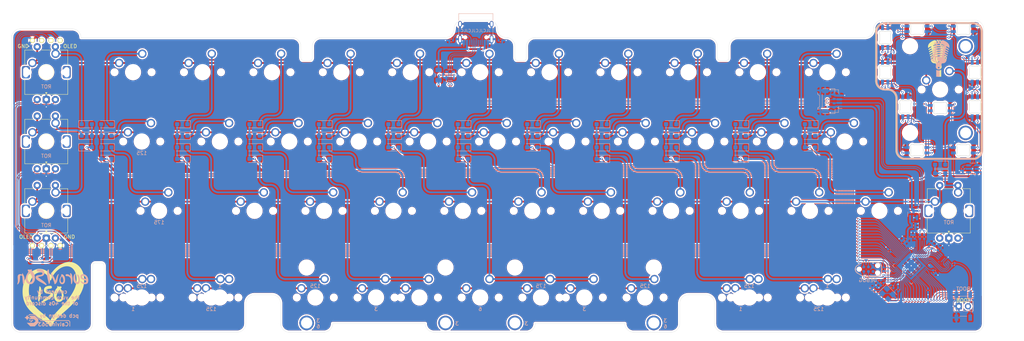
<source format=kicad_pcb>
(kicad_pcb (version 20240108) (generator "pcbnew") (generator_version "8.0")
  (layers (0 "F.Cu" signal) (31 "B.Cu" signal) (34 "B.Paste" user) (35 "F.Paste" user) (36 "B.SilkS" user "B.Silkscreen") (37 "F.SilkS" user "F.Silkscreen") (38 "B.Mask" user) (39 "F.Mask" user) (44 "Edge.Cuts" user))
  (net 0 "")
  (net 1 "ROW0")
  (net 2 "ROW1")
  (net 3 "ROW2")
  (net 4 "ROW3")
  (net 5 "COL0")
  (net 6 "COL1")
  (net 7 "COL2")
  (net 8 "COL3")
  (net 9 "COL4")
  (net 10 "COL5")
  (net 11 "COL6")
  (net 12 "COL8")
  (net 13 "COL9")
  (net 14 "COL10")
  (net 15 "COL11")
  (net 16 "COL12")
  (net 17 "r1")
  (net 18 "r2")
  (net 19 "r3")
  (net 20 "r4")
  (net 21 "SDA")
  (net 22 "GND")
  (net 23 "+3V3")
  (net 24 "rA")
  (net 25 "rB")
  (net 26 "rD")
  (net 27 "rC")
  (net 28 "rF")
  (net 29 "rE")
  (net 30 "rG")
  (net 31 "rH")
  (net 32 "XTAL_IN")
  (net 33 "/XTAL_O")
  (net 34 "+1V1")
  (net 35 "+5V")
  (net 36 "SD3")
  (net 38 "SD0")
  (net 39 "CS")
  (net 40 "SD2")
  (net 41 "QSPI_CLK")
  (net 42 "SD1")
  (net 43 "SWCLK")
  (net 44 "~{RESET}")
  (net 45 "SWD")
  (net 46 "D_P")
  (net 47 "/D_+")
  (net 48 "D_N")
  (net 49 "/D_-")
  (net 50 "XTAL_OUT")
  (net 51 "/~{USB_BOOT}")
  (net 52 "COL7")
  (net 53 "SCL")
  (net 54 "RGB MCU")
  (net 55 "/GPIO1")
  (net 56 "/GPIO7")
  (net 57 "Net-(D2-K)")
  (net 58 "Net-(D3-K)")
  (net 59 "Net-(D4-K)")
  (net 60 "Net-(D5-K)")
  (net 61 "Net-(D6-K)")
  (net 62 "Net-(D7-K)")
  (net 63 "Net-(D8-K)")
  (net 64 "Net-(D9-K)")
  (net 65 "Net-(D10-K)")
  (net 66 "Net-(D11-K)")
  (net 67 "Net-(D12-K)")
  (net 68 "Net-(D13-K)")
  (net 69 "Net-(D15-K)")
  (net 70 "Net-(D16-K)")
  (net 71 "Net-(D17-K)")
  (net 72 "Net-(D18-K)")
  (net 73 "Net-(D19-K)")
  (net 74 "Net-(D20-K)")
  (net 75 "Net-(D21-K)")
  (net 76 "Net-(D22-K)")
  (net 77 "Net-(D23-K)")
  (net 78 "Net-(D24-K)")
  (net 79 "Net-(D25-K)")
  (net 80 "Net-(D27-K)")
  (net 81 "Net-(D28-K)")
  (net 82 "Net-(D29-K)")
  (net 83 "Net-(D30-K)")
  (net 84 "Net-(D31-K)")
  (net 85 "Net-(D32-K)")
  (net 86 "Net-(D33-K)")
  (net 87 "Net-(D34-K)")
  (net 88 "Net-(D35-K)")
  (net 89 "Net-(D36-K)")
  (net 90 "Net-(D37-K)")
  (net 91 "Net-(D39-K)")
  (net 92 "Net-(D40-K)")
  (net 93 "Net-(D41-K)")
  (net 94 "Net-(D42-K)")
  (net 95 "Net-(D43-K)")
  (net 96 "Net-(D44-K)")
  (net 97 "Net-(D45-K)")
  (net 98 "Net-(D46-K)")
  (net 99 "indicators")
  (net 100 "Net-(LED1-DOUT)")
  (net 101 "Net-(LED2-DOUT)")
  (net 102 "Net-(LED3-DOUT)")
  (net 103 "Net-(LED4-DOUT)")
  (net 104 "Net-(LED5-DOUT)")
  (net 105 "Net-(LED6-DOUT)")
  (net 106 "Net-(LED7-DOUT)")
  (net 107 "Net-(LED8-DOUT)")
  (net 108 "Net-(LED10-DIN)")
  (net 111 "VBUS")
  (net 112 "/CC2")
  (net 113 "/CC1")
  (footprint "PCM_marbastlib-mx:SW_MX_1u" (layer "F.Cu") (at 112.7125 93.6625)
    (property "Reference" "MX49" (hide yes))
    (property "Value" "MX_SW_HS")
  )
  (footprint "PCM_marbastlib-mx:SW_MX_1u" (layer "F.Cu") (at 65.0875 31.75)
    (property "Reference" "MX3" (hide yes))
    (property "Value" "MX_SW_HS")
  )
  (footprint "PCM_marbastlib-mx:SW_MX_1u" (layer "F.Cu") (at 107.95 50.8)
    (property "Reference" "MX18" (hide yes))
    (property "Value" "MX_SW_HS")
  )
  (footprint "PCM_marbastlib-mx:SW_MX_1.75u" (layer "F.Cu") (at 157.95625 93.6625)
    (property "Reference" "MX43" (hide yes))
    (property "Value" "MX_SW_HS")
  )
  (footprint "PCM_marbastlib-mx:SW_MX_1u" (layer "F.Cu") (at 236.5375 31.75)
    (property "Reference" "MX12" (hide yes))
    (property "Value" "MX_SW_HS")
  )
  (footprint "LOGO" (layer "F.Cu") (at 266.7 26.9875)
    (property "Reference" "G***" (hide yes))
    (property "Value" "LOGO" (hide yes))
  )
  (footprint "PCM_marbastlib-mx:SW_MX_1u" (layer "F.Cu") (at 174.625 69.85)
    (property "Reference" "MX33" (hide yes))
    (property "Value" "MX_SW_HS")
  )
  (footprint "PCM_marbastlib-mx:SW_MX_1u" (layer "F.Cu") (at 84.1375 31.75)
    (property "Reference" "MX4" (hide yes))
    (property "Value" "MX_SW_HS")
  )
  (footprint "kbd:OLED_v2" (layer "F.Cu") (at 22.225 79.375)
    (property "Reference" "OL2")
    (property "Value" "OLED" (hide yes))
  )
  (footprint "PCM_marbastlib-mx:SW_MX_1u" (layer "F.Cu") (at 212.725 93.6625)
    (property "Reference" "MX51" (hide yes))
    (property "Value" "MX_SW_HS")
  )
  (footprint "PCM_marbastlib-mx:SW_MX_1u" (layer "F.Cu") (at 222.25 50.8)
    (property "Reference" "MX24" (hide yes))
    (property "Value" "MX_SW_HS")
  )
  (footprint "PCM_marbastlib-mx:SW_MX_1u" (layer "F.Cu") (at 267.49375 36.5125)
    (property "Reference" "MX13" (hide yes))
    (property "Value" "MX_SW_HS")
  )
  (footprint "PCM_marbastlib-mx:STAB_MX_P_ISO-ROT" (layer "F.Cu") (at 267.49375 36.5125)
    (property "Reference" "S1" (hide yes))
    (property "Value" "MX_stab")
  )
  (footprint "PCM_marbastlib-mx:SW_MX_1.25u" (layer "F.Cu") (at 67.46875 93.6625)
    (property "Reference" "MX48" (hide yes))
    (property "Value" "MX_SW_HS")
  )
  (footprint "PCM_marbastlib-mx:SW_MX_1.75u" (layer "F.Cu") (at 53.18125 69.85)
    (property "Reference" "MX27" (hide yes))
    (property "Value" "MX_SW_HS")
  )
  (footprint "PCM_marbastlib-various:ROT_Alps_EC11E-Switch" (layer "F.Cu") (at 22.225 31.75)
    (property "Reference" "SW3" (hide yes))
    (property "Value" "RotaryEncoder_Switch")
  )
  (footprint "PCM_marbastlib-mx:SW_MX_1u" (layer "F.Cu") (at 269.875 69.85)
    (property "Reference" "MX38" (hide yes))
    (property "Value" "MX_SW_HS")
  )
  (footprint "PCM_marbastlib-various:ROT_Alps_EC11E-Switch" (layer "F.Cu") (at 22.225 69.85)
    (property "Reference" "SW6" (hide yes))
    (property "Value" "RotaryEncoder_Switch")
  )
  (footprint "PCM_marbastlib-mx:SW_MX_1u" (layer "F.Cu") (at 193.675 69.85)
    (property "Reference" "MX34" (hide yes))
    (property "Value" "MX_SW_HS")
  )
  (footprint "PCM_marbastlib-mx:SW_MX_1u" (layer "F.Cu") (at 22.225 50.8)
    (property "Reference" "MX14" (hide yes))
    (property "Value" "MX_SW_HS")
  )
  (footprint "PCM_marbastlib-mx:SW_MX_1u" (layer "F.Cu") (at 46.0375 31.75)
    (property "Reference" "MX2" (hide yes))
    (property "Value" "MX_SW_HS")
  )
  (footprint "PCM_marbastlib-mx:SW_MX_1.25u" (layer "F.Cu") (at 234.15625 93.6625)
    (property "Reference" "MX52" (hide yes))
    (property "Value" "MX_SW_HS")
  )
  (footprint "PCM_marbastlib-mx:STAB_MX_P_3u" (layer "F.Cu") (at 169.8625 93.6625 180)
    (property "Reference" "S3" (hide yes))
    (property "Value" "MX_stab")
  )
  (footprint "PCM_marbastlib-mx:SW_MX_1u" (layer "F.Cu") (at 169.8625 93.6625)
    (property "Reference" "MX53" (hide yes))
    (property "Value" "MX_SW_HS")
  )
  (footprint "PCM_marbastlib-mx:SW_MX_1u" (layer "F.Cu") (at 203.2 50.8)
    (property "Reference" "MX23" (hide yes))
    (property "Value" "MX_SW_HS")
  )
  (footprint "PCM_marbastlib-mx:SW_MX_1u" (layer "F.Cu") (at 46.0375 93.6625)
    (property "Reference" "MX47" (hide yes))
    (property "Value" "MX_SW_HS")
  )
  (footprint "PCM_marbastlib-mx:SW_MX_1u" (layer "F.Cu") (at 136.525 69.85)
    (property "Reference" "MX31" (hide yes))
    (property "Value" "MX_SW_HS")
  )
  (footprint "PCM_marbastlib-various:ROT_Alps_EC11E-Switch" (layer "F.Cu") (at 22.225 50.8)
    (property "Reference" "SW4" (hide yes))
    (property "Value" "RotaryEncoder_Switch")
  )
  (footprint "PCM_marbastlib-mx:SW_MX_1u" (layer "F.Cu") (at 217.4875 31.75)
    (property "Reference" "MX11" (hide yes))
    (property "Value" "MX_SW_HS")
  )
  (footprint "PCM_marbastlib-mx:SW_MX_1u" (layer "F.Cu") (at 69.85 93.6625)
    (property "Reference" "MX40" (hide yes))
    (property "Value" "MX_SW_HS")
  )
  (footprint "PCM_marbastlib-mx:SW_MX_1.75u" (layer "F.Cu") (at 124.61875 93.6625)
    (property "Reference" "MX42" (hide yes))
    (property "Value" "MX_SW_HS")
  )
  (footprint "PCM_marbastlib-mx:SW_MX_1u" (layer "F.Cu") (at 141.2875 93.6625)
    (property "Reference" "MX50" (hide yes))
    (property "Value" "MX_SW_HS")
  )
  (footprint "PCM_marbastlib-mx:SW_MX_1u" (layer "F.Cu") (at 103.1875 31.75)
    (property "Reference" "MX5" (hide yes))
    (property "Value" "MX_SW_HS")
  )
  (footprint "PCM_marbastlib-mx:SW_MX_1u" (layer "F.Cu") (at 88.9 50.8)
    (property "Reference" "MX17" (hide yes))
    (property "Value" "MX_SW_HS")
  )
  (footprint "PCM_marbastlib-mx:SW_MX_1u" (layer "F.Cu") (at 179.3875 31.75)
    (property "Reference" "MX9" (hide yes))
    (property "Value" "MX_SW_HS")
  )
  (footprint "PCM_marbastlib-mx:SW_MX_1u" (layer "F.Cu") (at 69.85 50.8)
    (property "Reference" "MX16" (hide yes))
    (property "Value" "MX_SW_HS")
  )
  (footprint "PCM_marbastlib-mx:SW_MX_1u" (layer "F.Cu") (at 250.825 69.85)
    (property "Reference" "MX37" (hide yes))
    (property "Value" "MX_SW_HS")
  )
  (footprint "PCM_marbastlib-mx:SW_MX_1u" (layer "F.Cu") (at 241.3 50.8)
    (property "Reference" "MX25" (hide yes))
    (property "Value" "MX_SW_HS")
  )
  (footprint "PCM_marbastlib-mx:STAB_MX_P_3u" (layer "F.Cu") (at 112.7125 93.6625 180)
    (property "Reference" "S2" (hide yes))
    (property "Value" "MX_stab")
  )
  (footprint "PCM_marbastlib-mx:SW_MX_1u" (layer "F.Cu") (at 79.375 69.85)
    (property "Reference" "MX28" (hide yes))
    (property "Value" "MX_SW_HS")
  )
  (footprint "PCM_marbastlib-mx:SW_MX_1.25u" (layer "F.Cu") (at 48.41875 93.6625)
    (property "Reference" "MX39" (hide yes))
    (property "Value" "MX_SW_HS")
  )
  (footprint "PCM_marbastlib-mx:SW_MX_1u" (layer "F.Cu") (at 22.225 69.85)
    (property "Reference" "MX26" (hide yes))
    (property "Value" "MX_SW_HS")
  )
  (footprint "LOGO" (layer "F.Cu") (at 23.8125 92.86875)
    (property "Reference" "G***" (hide yes))
    (property "Value" "LOGO" (hide yes))
  )
  (footprint "kbd:OLED_v2" (layer "F.Cu") (at 22.225 23.01875 180)
    (property "Reference" "OL1")
    (property "Value" "OLED" (hide yes))
  )
  (footprint "PCM_marbastlib-mx:STAB_MX_P_6u" (layer "F.Cu") (at 141.2875 93.6625 180)
    (property "Reference" "S4" (hide yes))
    (property "Value" "MX_stab")
  )
  (footprint "PCM_marbastlib-mx:SW_MX_1u" (layer "F.Cu") (at 184.15 50.8)
    (property "Reference" "MX22" (hide yes))
    (property "Value" "MX_SW_HS")
  )
  (footprint "PCM_marbastlib-mx:SW_MX_1u" (layer "F.Cu") (at 231.775 69.85)
    (property "Reference" "MX36" (hide yes))
    (property "Value" "MX_SW_HS")
  )
  (footprint "PCM_marbastlib-mx:SW_MX_1u" (layer "F.Cu") (at 160.3375 31.75)
    (property "Reference" "MX8" (hide yes))
    (property "Value" "MX_SW_HS")
  )
  (footprint "PCM_marbastlib-mx:SW_MX_1u" (layer "F.Cu") (at 198.4375 31.75)
    (property "Reference" "MX10" (hide yes))
    (property "Value" "MX_SW_HS")
  )
  (footprint "PCM_marbastlib-mx:SW_MX_1.25u" (layer "F.Cu") (at 186.53125 93.6625)
    (property "Reference" "MX44" (hide yes))
    (property "Value" "MX_SW_HS")
  )
  (footprint "PCM_marbastlib-mx:SW_MX_1u" (layer "F.Cu") (at 155.575 69.85)
    (property "Reference" "MX32" (hide yes))
    (property "Value" "MX_SW_HS")
  )
  (footprint "LOGO" (layer "F.Cu") (at 24.158207 92.890974)
    (property "Reference" "G***" (hide yes))
    (property "Value" "LOGO" (hide yes))
  )
  (footprint "PCM_marbastlib-mx:SW_MX_1.25u" (layer "F.Cu") (at 215.10625 93.6625)
    (property "Reference" "MX45" (hide yes))
    (property "Value" "MX_SW_HS")
  )
  (footprint "PCM_marbastlib-mx:SW_MX_1.25u" (layer "F.Cu") (at 96.04375 93.6625)
    (property "Reference" "MX41" (hide yes))
    (property "Value" "MX_SW_HS")
  )
  (footprint "PCM_marbastlib-mx:SW_MX_1u" (layer "F.Cu") (at 236.5375 93.6625)
    (property "Reference" "MX46" (hide yes))
    (property "Value" "MX_SW_HS")
  )
  (footprint "PCM_marbastlib-mx:SW_MX_1u" (layer "F.Cu") (at 212.725 69.85)
    (property "Reference" "MX35" (hide yes))
    (property "Value" "MX_SW_HS")
  )
  (footprint "PCM_marbastlib-mx:SW_MX_1u" (layer "F.Cu") (at 165.1 50.8)
    (property "Reference" "MX21" (hide yes))
    (property "Value" "MX_SW_HS")
  )
  (footprint "PCM_marbastlib-mx:SW_MX_1u" (layer "F.Cu") (at 146.05 50.8)
    (property "Reference" "MX20" (hide yes))
    (property "Value" "MX_SW_HS")
  )
  (footprint "PCM_marbastlib-mx:SW_MX_1.25u" (layer "F.Cu") (at 48.41875 50.8)
    (property "Reference" "MX15" (hide yes))
    (property "Value" "MX_SW_HS")
  )
  (footprint "PCM_marbastlib-mx:SW_MX_1u" (layer "F.Cu") (at 98.425 69.85)
    (property "Reference" "MX29" (hide yes))
    (property "Value" "MX_SW_HS")
  )
  (footprint "PCM_marbastlib-mx:SW_MX_1u" (layer "F.Cu") (at 117.475 69.85)
    (property "Reference" "MX30" (hide yes))
    (property "Value" "MX_SW_HS")
  )
  (footprint "PCM_marbastlib-mx:SW_MX_1u" (layer "F.Cu") (at 22.225 31.75)
    (property "Reference" "MX1" (hide yes))
    (property "Value" "MX_SW_HS")
  )
  (footprint "PCM_marbastlib-various:ROT_Alps_EC11E-Switch" (layer "F.Cu") (at 269.875 69.85)
    (property "Reference" "SW5" (hide yes))
    (property "Value" "RotaryEncoder_Switch")
  )
  (footprint "PCM_marbastlib-mx:SW_MX_1u" (layer "F.Cu") (at 127 50.8)
    (property "Reference" "MX19" (hide yes))
    (property "Value" "MX_SW_HS")
  )
  (footprint "PCM_marbastlib-mx:SW_MX_1u" (layer "F.Cu") (at 122.2375 31.75)
    (property "Reference" "MX6" (hide yes))
    (property "Value" "MX_SW_HS")
  )
  (footprint "PCM_marbastlib-mx:SW_MX_1u" (layer "F.Cu") (at 141.2875 31.75)
    (property "Reference" "MX7" (hide yes))
    (property "Value" "MX_SW_HS")
  )
  (footprint "Package_TO_SOT_SMD:SOT-23" (layer "B.Cu") (at 260.19375 70.7875 90)
    (property "Reference" "U4" (hide yes))
    (property "Value" "XC6206PxxxMR-Regulator_Linear")
  )
  (footprint "Diode_SMD:D_SOD-123F" (layer "B.Cu") (at 59.53125 46.0375 180)
    (property "Reference" "D3" (hide yes))
    (property "Value" "D_Small")
  )
  (footprint "Capacitor_SMD:C_0402_1005Metric" (layer "B.Cu") (at 249.262052 91.420454 -45)
    (property "Reference" "C3" (hide yes))
    (property "Value" "22pF")
  )
  (footprint "PCM_marbastlib-various:LED_6028R" (layer "B.Cu") (at 277.01875 41.275 90)
    (property "Reference" "LED2" (hide yes))
    (property "Value" "SK6812MINI-E")
    (fp_line (start 0.794452 -1.499999) (end -0.794452 -1.499999) (stroke (width 0.1)) (layer "Edge.Cuts"))
    (fp_line (start -1.699999 -0.702841) (end -1.699999 0.702843) (stroke (width 0.1)) (layer "Edge.Cuts"))
    (fp_line (start 1.699999 0.702843) (end 1.699999 -0.702841) (stroke (width 0.1)) (layer "Edge.Cuts"))
    (fp_line (start -0.794453 1.5) (end 0.794452 1.5) (stroke (width 0.1)) (layer "Edge.Cuts"))
    (fp_arc (start 1.04671 -1.568298) (mid 0.925122 -1.517376) (end 0.794452 -1.499999) (stroke (width 0.1)) (layer "Edge.Cuts"))
    (fp_arc (start 1.046711 -1.568296) (mid 1.638069 -1.504034) (end 1.749484 -0.919719) (stroke (width 0.1)) (layer "Edge.Cuts"))
    (fp_arc (start -0.794452 -1.499999) (mid -0.925123 -1.517376) (end -1.046711 -1.568298) (stroke (width 0.1)) (layer "Edge.Cuts"))
    (fp_arc (start -1.749484 -0.919719) (mid -1.712527 -0.814067) (end -1.699999 -0.702841) (stroke (width 0.1)) (layer "Edge.Cuts"))
    (fp_arc (start -1.749484 -0.919718) (mid -1.638072 -1.504034) (end -1.046711 -1.568298) (stroke (width 0.1)) (layer "Edge.Cuts"))
    (fp_arc (start 1.699999 -0.702842) (mid 1.712536 -0.814065) (end 1.749484 -0.919719) (stroke (width 0.1)) (layer "Edge.Cuts"))
    (fp_arc (start -1.699999 0.702844) (mid -1.712527 0.814069) (end -1.749484 0.919721) (stroke (width 0.1)) (layer "Edge.Cuts"))
    (fp_arc (start 1.749484 0.919721) (mid 1.712534 0.814067) (end 1.699999 0.702843) (stroke (width 0.1)) (layer "Edge.Cuts"))
    (fp_arc (start 1.749484 0.919721) (mid 1.638072 1.504036) (end 1.046711 1.5683) (stroke (width 0.1)) (layer "Edge.Cuts"))
    (fp_arc (start 0.794453 1.500001) (mid 0.925123 1.517378) (end 1.046711 1.5683) (stroke (width 0.1)) (layer "Edge.Cuts"))
    (fp_arc (start -1.046711 1.568299) (mid -1.638071 1.504036) (end -1.749484 0.919721) (stroke (width 0.1)) (layer "Edge.Cuts"))
    (fp_arc (start -1.046711 1.568299) (mid -0.925123 1.517377) (end -0.794453 1.5) (stroke (width 0.1)) (layer "Edge.Cuts"))
  )
  (footprint "Resistor_SMD:R_0402_1005Metric" (layer "B.Cu") (at 146.8345 23.0173)
    (property "Reference" "R3" (hide yes))
    (property "Value" "5k1")
  )
  (footprint "Diode_SMD:D_SOD-123F" (layer "B.Cu") (at 59.53125 55.5625 180)
    (property "Reference" "D40" (hide yes))
    (property "Value" "D_Small")
  )
  (footprint "Capacitor_SMD:C_0402_1005Metric" (layer "B.Cu") (at 257.976718 77.756369 135)
    (property "Reference" "C9" (hide yes))
    (property "Value" "100nF")
  )
  (footprint "PCM_marbastlib-various:LED_6028R" (layer "B.Cu") (at 273.84375 53.18125)
    (property "Reference" "LED1" (hide yes))
    (property "Value" "SK6812MINI-E")
    (fp_line (start -1.699999 -0.702841) (end -1.699999 0.702843) (stroke (width 0.1)) (layer "Edge.Cuts"))
    (fp_line (start -0.794453 1.5) (end 0.794452 1.5) (stroke (width 0.1)) (layer "Edge.Cuts"))
    (fp_line (start 0.794452 -1.499999) (end -0.794452 -1.499999) (stroke (width 0.1)) (layer "Edge.Cuts"))
    (fp_line (start 1.699999 0.702843) (end 1.699999 -0.702841) (stroke (width 0.1)) (layer "Edge.Cuts"))
    (fp_arc (start -1.749484 -0.919719) (mid -1.712527 -0.814067) (end -1.699999 -0.702841) (stroke (width 0.1)) (layer "Edge.Cuts"))
    (fp_arc (start -1.749484 -0.919718) (mid -1.638072 -1.504034) (end -1.046711 -1.568298) (stroke (width 0.1)) (layer "Edge.Cuts"))
    (fp_arc (start -1.699999 0.702844) (mid -1.712527 0.814069) (end -1.749484 0.919721) (stroke (width 0.1)) (layer "Edge.Cuts"))
    (fp_arc (start -1.046711 1.568299) (mid -1.638071 1.504036) (end -1.749484 0.919721) (stroke (width 0.1)) (layer "Edge.Cuts"))
    (fp_arc (start -1.046711 1.568299) (mid -0.925123 1.517377) (end -0.794453 1.5) (stroke (width 0.1)) (layer "Edge.Cuts"))
    (fp_arc (start -0.794452 -1.499999) (mid -0.925123 -1.517376) (end -1.046711 -1.568298) (stroke (width 0.1)) (layer "Edge.Cuts"))
    (fp_arc (start 0.794453 1.500001) (mid 0.925123 1.517378) (end 1.046711 1.5683) (stroke (width 0.1)) (layer "Edge.Cuts"))
    (fp_arc (start 1.04671 -1.568298) (mid 0.925122 -1.517376) (end 0.794452 -1.499999) (stroke (width 0.1)) (layer "Edge.Cuts"))
    (fp_arc (start 1.046711 -1.568296) (mid 1.638069 -1.504034) (end 1.749484 -0.919719) (stroke (width 0.1)) (layer "Edge.Cuts"))
    (fp_arc (start 1.699999 -0.702842) (mid 1.712536 -0.814065) (end 1.749484 -0.919719) (stroke (width 0.1)) (layer "Edge.Cuts"))
    (fp_arc (start 1.749484 0.919721) (mid 1.638072 1.504036) (end 1.046711 1.5683) (stroke (width 0.1)) (layer "Edge.Cuts"))
    (fp_arc (start 1.749484 0.919721) (mid 1.712534 0.814067) (end 1.699999 0.702843) (stroke (width 0.1)) (layer "Edge.Cuts"))
  )
  (footprint "Diode_SMD:D_SOD-123F" (layer "B.Cu") (at 155.575 52.3875 180)
    (property "Reference" "D33" (hide yes))
    (property "Value" "D_Small")
  )
  (footprint "Diode_SMD:D_SOD-123F" (layer "B.Cu") (at 33.3375 49.2125)
    (property "Reference" "D14" (hide yes))
    (property "Value" "D_Small")
  )
  (footprint "Diode_SMD:D_SOD-123F" (layer "B.Cu") (at 33.3375 52.3875)
    (property "Reference" "D26" (hide yes))
    (property "Value" "D_Small")
  )
  (footprint "Package_TO_SOT_SMD:SOT-143" (layer "B.Cu") (at 133.0479 32.5417)
    (property "Reference" "U5" (hide yes))
    (property "Value" "PRTR5V0U2X")
  )
  (footprint "PCM_marbastlib-various:LED_6028R" (layer "B.Cu") (at 252.4125 31.75 -90)
    (property "Reference" "LED7" (hide yes))
    (property "Value" "SK6812MINI-E")
    (fp_line (start -0.794453 1.5) (end 0.794452 1.5) (stroke (width 0.1)) (layer "Edge.Cuts"))
    (fp_line (start 1.699999 0.702843) (end 1.699999 -0.702841) (stroke (width 0.1)) (layer "Edge.Cuts"))
    (fp_line (start -1.699999 -0.702841) (end -1.699999 0.702843) (stroke (width 0.1)) (layer "Edge.Cuts"))
    (fp_line (start 0.794452 -1.499999) (end -0.794452 -1.499999) (stroke (width 0.1)) (layer "Edge.Cuts"))
    (fp_arc (start -1.046711 1.568299) (mid -0.925123 1.517377) (end -0.794453 1.5) (stroke (width 0.1)) (layer "Edge.Cuts"))
    (fp_arc (start -1.046711 1.568299) (mid -1.638071 1.504036) (end -1.749484 0.919721) (stroke (width 0.1)) (layer "Edge.Cuts"))
    (fp_arc (start 0.794453 1.500001) (mid 0.925123 1.517378) (end 1.046711 1.5683) (stroke (width 0.1)) (layer "Edge.Cuts"))
    (fp_arc (start 1.749484 0.919721) (mid 1.638072 1.504036) (end 1.046711 1.5683) (stroke (width 0.1)) (layer "Edge.Cuts"))
    (fp_arc (start 1.749484 0.919721) (mid 1.712534 0.814067) (end 1.699999 0.702843) (stroke (width 0.1)) (layer "Edge.Cuts"))
    (fp_arc (start -1.699999 0.702844) (mid -1.712527 0.814069) (end -1.749484 0.919721) (stroke (width 0.1)) (layer "Edge.Cuts"))
    (fp_arc (start 1.699999 -0.702842) (mid 1.712536 -0.814065) (end 1.749484 -0.919719) (stroke (width 0.1)) (layer "Edge.Cuts"))
    (fp_arc (start -1.749484 -0.919718) (mid -1.638072 -1.504034) (end -1.046711 -1.568298) (stroke (width 0.1)) (layer "Edge.Cuts"))
    (fp_arc (start -1.749484 -0.919719) (mid -1.712527 -0.814067) (end -1.699999 -0.702841) (stroke (width 0.1)) (layer "Edge.Cuts"))
    (fp_arc (start -0.794452 -1.499999) (mid -0.925123 -1.517376) (end -1.046711 -1.568298) (stroke (width 0.1)) (layer "Edge.Cuts"))
    (fp_arc (start 1.046711 -1.568296) (mid 1.638069 -1.504034) (end 1.749484 -0.919719) (stroke (width 0.1)) (layer "Edge.Cuts"))
    (fp_arc (start 1.04671 -1.568298) (mid 0.925122 -1.517376) (end 0.794452 -1.499999) (stroke (width 0.1)) (layer "Edge.Cuts"))
  )
  (footprint "Capacitor_SMD:C_0402_1005Metric" (layer "B.Cu") (at 255.9771 91.484644 -90)
    (property "Reference" "C2" (hide yes))
    (property "Value" "22pF")
  )
  (footprint "Diode_SMD:D_SOD-123F" (layer "B.Cu") (at 212.725 49.2125 180)
    (property "Reference" "D24" (hide yes))
    (property "Value" "D_Small")
  )
  (footprint "Diode_SMD:D_SOD-123F" (layer "B.Cu") (at 98.425 55.5625 180)
    (property "Reference" "D42" (hide yes))
    (property "Value" "D_Small")
  )
  (footprint "Capacitor_SMD:C_0402_1005Metric" (layer "B.Cu") (at 264.1625 91.68125 -90)
    (property "Reference" "C11" (hide yes))
    (property "Value" "100nF")
  )
  (footprint "Diode_SMD:D_SOD-123F" (layer "B.Cu") (at 193.675 49.2125 180)
    (property "Reference" "D23" (hide yes))
    (property "Value" "D_Small")
  )
  (footprint "Diode_SMD:D_SOD-123F" (layer "B.Cu") (at 59.53125 52.3875 180)
    (property "Reference" "D28" (hide yes))
    (property "Value" "D_Small")
  )
  (footprint "Diode_SMD:D_SOD-123F" (layer "B.Cu") (at 117.475 46.0375 180)
    (property "Reference" "D6" (hide yes))
    (property "Value" "D_Small")
  )
  (footprint "PCM_marbastlib-various:LED_6028R" (layer "B.Cu") (at 277.01875 31.75 90)
    (property "Reference" "LED3" (hide yes))
    (property "Value" "SK6812MINI-E")
    (fp_line (start 0.794452 -1.499999) (end -0.794452 -1.499999) (stroke (width 0.1)) (layer "Edge.Cuts"))
    (fp_line (start -1.699999 -0.702841) (end -1.699999 0.702843) (stroke (width 0.1)) (layer "Edge.Cuts"))
    (fp_line (start 1.699999 0.702843) (end 1.699999 -0.702841) (stroke (width 0.1)) (layer "Edge.Cuts"))
    (fp_line (start -0.794453 1.5) (end 0.794452 1.5) (stroke (width 0.1)) (layer "Edge.Cuts"))
    (fp_arc (start 1.04671 -1.568298) (mid 0.925122 -1.517376) (end 0.794452 -1.499999) (stroke (width 0.1)) (layer "Edge.Cuts"))
    (fp_arc (start 1.046711 -1.568296) (mid 1.638069 -1.504034) (end 1.749484 -0.919719) (stroke (width 0.1)) (layer "Edge.Cuts"))
    (fp_arc (start -0.794452 -1.499999) (mid -0.925123 -1.517376) (end -1.046711 -1.568298) (stroke (width 0.1)) (layer "Edge.Cuts"))
    (fp_arc (start -1.749484 -0.919719) (mid -1.712527 -0.814067) (end -1.699999 -0.702841) (stroke (width 0.1)) (layer "Edge.Cuts"))
    (fp_arc (start -1.749484 -0.919718) (mid -1.638072 -1.504034) (end -1.046711 -1.568298) (stroke (width 0.1)) (layer "Edge.Cuts"))
    (fp_arc (start 1.699999 -0.702842) (mid 1.712536 -0.814065) (end 1.749484 -0.919719) (stroke (width 0.1)) (layer "Edge.Cuts"))
    (fp_arc (start -1.699999 0.702844) (mid -1.712527 0.814069) (end -1.749484 0.919721) (stroke (width 0.1)) (layer "Edge.Cuts"))
    (fp_arc (start 1.749484 0.919721) (mid 1.712534 0.814067) (end 1.699999 0.702843) (stroke (width 0.1)) (layer "Edge.Cuts"))
    (fp_arc (start 1.749484 0.919721) (mid 1.638072 1.504036) (end 1.046711 1.5683) (stroke (width 0.1)) (layer "Edge.Cuts"))
    (fp_arc (start 0.794453 1.500001) (mid 0.925123 1.517378) (end 1.046711 1.5683) (stroke (width 0.1)) (layer "Edge.Cuts"))
    (fp_arc (start -1.046711 1.568299) (mid -1.638071 1.504036) (end -1.749484 0.919721) (stroke (width 0.1)) (layer "Edge.Cuts"))
    (fp_arc (start -1.046711 1.568299) (mid -0.925123 1.517377) (end -0.794453 1.5) (stroke (width 0.1)) (layer "Edge.Cuts"))
  )
  (footprint "PCM_marbastlib-various:CON_TC2030_outlined" (layer "B.Cu") (at 247.81125 85.88375)
    (property "Reference" "J5" (hide yes))
    (property "Value" "TC2030_SWD" (hide yes))
  )
  (footprint "Resistor_SMD:R_0402_1005Metric" (layer "B.Cu") (at 261.9375 76.99375 -90)
    (property "Reference" "R5" (hide yes))
    (property "Value" "27R")
  )
  (footprint "Diode_SMD:D_SOD-123F" (layer "B.Cu") (at 79.375 46.0375 180)
    (property "Reference" "D4" (hide yes))
    (property "Value" "D_Small")
  )
  (footprint "Diode_SMD:D_SOD-123F" (layer "B.Cu") (at 136.525 46.0375 180)
    (property "Reference" "D7" (hide yes))
    (property "Value" "D_Small")
  )
  (footprint "Diode_SMD:D_SOD-123F" (layer "B.Cu") (at 193.675 46.0375 180)
    (property "Reference" "D10" (hide yes))
    (property "Value" "D_Small")
  )
  (footprint "Diode_SMD:D_SOD-123F" (layer "B.Cu") (at 174.625 46.0375 180)
    (property "Reference" "D9" (hide yes))
    (property "Value" "D_Small")
  )
  (footprint "PCM_marbastlib-various:LED_6028R" (layer "B.Cu") (at 261.14375 53.18125)
    (property "Reference" "LED9" (hide yes))
    (property "Value" "SK6812MINI-E")
    (fp_line (start -1.699999 -0.702841) (end -1.699999 0.702843) (stroke (width 0.1)) (layer "Edge.Cuts"))
    (fp_line (start -0.794453 1.5) (end 0.794452 1.5) (stroke (width 0.1)) (layer "Edge.Cuts"))
    (fp_line (start 0.794452 -1.499999) (end -0.794452 -1.499999) (stroke (width 0.1)) (layer "Edge.Cuts"))
    (fp_line (start 1.699999 0.702843) (end 1.699999 -0.702841) (stroke (width 0.1)) (layer "Edge.Cuts"))
    (fp_arc (start -1.749484 -0.919719) (mid -1.712527 -0.814067) (end -1.699999 -0.702841) (stroke (width 0.1)) (layer "Edge.Cuts"))
    (fp_arc (start -1.749484 -0.919718) (mid -1.638072 -1.504034) (end -1.046711 -1.568298) (stroke (width 0.1)) (layer "Edge.Cuts"))
    (fp_arc (start -1.699999 0.702844) (mid -1.712527 0.814069) (end -1.749484 0.919721) (stroke (width 0.1)) (layer "Edge.Cuts"))
    (fp_arc (start -1.046711 1.568299) (mid -1.638071 1.504036) (end -1.749484 0.919721) (stroke (width 0.1)) (layer "Edge.Cuts"))
    (fp_arc (start -1.046711 1.568299) (mid -0.925123 1.517377) (end -0.794453 1.5) (stroke (width 0.1)) (layer "Edge.Cuts"))
    (fp_arc (start -0.794452 -1.499999) (mid -0.925123 -1.517376) (end -1.046711 -1.568298) (stroke (width 0.1)) (layer "Edge.Cuts"))
    (fp_arc (start 0.794453 1.500001) (mid 0.925123 1.517378) (end 1.046711 1.5683) (stroke (width 0.1)) (layer "Edge.Cuts"))
    (fp_arc (start 1.04671 -1.568298) (mid 0.925122 -1.517376) (end 0.794452 -1.499999) (stroke (width 0.1)) (layer "Edge.Cuts"))
    (fp_arc (start 1.046711 -1.568296) (mid 1.638069 -1.504034) (end 1.749484 -0.919719) (stroke (width 0.1)) (layer "Edge.Cuts"))
    (fp_arc (start 1.699999 -0.702842) (mid 1.712536 -0.814065) (end 1.749484 -0.919719) (stroke (width 0.1)) (layer "Edge.Cuts"))
    (fp_arc (start 1.749484 0.919721) (mid 1.638072 1.504036) (end 1.046711 1.5683) (stroke (width 0.1)) (layer "Edge.Cuts"))
    (fp_arc (start 1.749484 0.919721) (mid 1.712534 0.814067) (end 1.699999 0.702843) (stroke (width 0.1)) (layer "Edge.Cuts"))
  )
  (footprint "Diode_SMD:D_SOD-123F" (layer "B.Cu") (at 231.775 49.2125 180)
    (property "Reference" "D25" (hide yes))
    (property "Value" "D_Small")
  )
  (footprint "Diode_SMD:D_SOD-123F" (layer "B.Cu") (at 174.625 49.2125 180)
    (property "Reference" "D22" (hide yes))
    (property "Value" "D_Small")
  )
  (footprint "Connector_JST:JST_SH_SM04B-SRSS-TB_1x04-1MP_P1.00mm_Horizontal" (layer "B.Cu") (at 237.8125 39.6875 90)
    (property "Reference" "J2" (hide yes))
    (property "Value" "JST SH")
  )
  (footprint "Sleep-lib:RP2040-QFN-56" (layer "B.Cu") (at 259.55625 84.93125 135)
    (property "Reference" "U3" (hide yes))
    (property "Value" "RP2040")
  )
  (footprint "Fuse:Fuse_1206_3216Metric" (layer "B.Cu") (at 129.8731 32.5417 -90)
    (property "Reference" "F1" (hide yes))
    (property "Value" "500mA")
  )
  (footprint "Diode_SMD:D_SOD-123F" (layer "B.Cu") (at 117.475 52.3875 180)
    (property "Reference" "D31" (hide yes))
    (property "Value" "D_Small")
  )
  (footprint "Diode_SMD:D_SOD-123F" (layer "B.Cu") (at 231.775 46.0375 180)
    (property "Reference" "D12" (hide yes))
    (property "Value" "D_Small")
  )
  (footprint "Capacitor_SMD:C_0402_1005Metric" (layer "B.Cu") (at 259.55625 76.99375 90)
    (property "Reference" "C8" (hide yes))
    (property "Value" "1uF")
  )
  (footprint "Capacitor_SMD:C_0402_1005Metric" (layer "B.Cu") (at 273.711376 58.294739 90)
    (property "Reference" "C1" (hide yes))
    (property "Value" "100nF")
  )
  (footprint "PCM_marbastlib-mx:LED_MX_6028R" (layer "B.Cu") (at 267.49375 41.6 180)
    (property "Reference" "LED10" (hide yes))
    (property "Value" "MX_SK6812MINI-E")
    (fp_line (start 1.699999 0.702843) (end 1.699999 -0.702841) (stroke (width 0.1)) (layer "Edge.Cuts"))
    (fp_line (start 0.794452 -1.499999) (end -0.794452 -1.499999) (stroke (width 0.1)) (layer "Edge.Cuts"))
    (fp_line (start -0.794453 1.5) (end 0.794452 1.5) (stroke (width 0.1)) (layer "Edge.Cuts"))
    (fp_line (start -1.699999 -0.702841) (end -1.699999 0.702843) (stroke (width 0.1)) (layer "Edge.Cuts"))
    (fp_arc (start 1.749484 0.919721) (mid 1.712534 0.814067) (end 1.699999 0.702843) (stroke (width 0.1)) (layer "Edge.Cuts"))
    (fp_arc (start 1.749484 0.919721) (mid 1.638072 1.504036) (end 1.046711 1.5683) (stroke (width 0.1)) (layer "Edge.Cuts"))
    (fp_arc (start 1.699999 -0.702842) (mid 1.712536 -0.814065) (end 1.749484 -0.919719) (stroke (width 0.1)) (layer "Edge.Cuts"))
    (fp_arc (start 1.046711 -1.568296) (mid 1.638069 -1.504034) (end 1.749484 -0.919719) (stroke (width 0.1)) (layer "Edge.Cuts"))
    (fp_arc (start 1.04671 -1.568298) (mid 0.925122 -1.517376) (end 0.794452 -1.499999) (stroke (width 0.1)) (layer "Edge.Cuts"))
    (fp_arc (start 0.794453 1.500001) (mid 0.925123 1.517378) (end 1.046711 1.5683) (stroke (width 0.1)) (layer "Edge.Cuts"))
    (fp_arc (start -0.794452 -1.499999) (mid -0.925123 -1.517376) (end -1.046711 -1.568298) (stroke (width 0.1)) (layer "Edge.Cuts"))
    (fp_arc (start -1.046711 1.568299) (mid -0.925123 1.517377) (end -0.794453 1.5) (stroke (width 0.1)) (layer "Edge.Cuts"))
    (fp_arc (start -1.046711 1.568299) (mid -1.63807 1.504035) (end -1.749484 0.919721) (stroke (width 0.1)) (layer "Edge.Cuts"))
    (fp_arc (start -1.699999 0.702844) (mid -1.712527 0.814069) (end -1.749484 0.919721) (stroke (width 0.1)) (layer "Edge.Cuts"))
    (fp_arc (start -1.749484 -0.919718) (mid -1.638072 -1.504034) (end -1.046711 -1.568298) (stroke (width 0.1)) (layer "Edge.Cuts"))
    (fp_arc (start -1.749484 -0.919719) (mid -1.712527 -0.814067) (end -1.699999 -0.702841) (stroke (width 0.1)) (layer "Edge.Cuts"))
  )
  (footprint "Package_TO_SOT_SMD:TSOT-23-5" (layer "B.Cu") (at 276.436376 58.294739 180)
    (property "Reference" "U1" (hide yes))
    (property "Value" "74AHCT1G125")
  )
  (footprint "LOGO" (layer "B.Cu") (at 18.337772 100.0125 180)
    (property "Reference" "G***" (hide yes))
    (property "Value" "LOGO" (hide yes))
  )
  (footprint "LOGO" (layer "B.Cu") (at 23.8125 88.10625 180)
    (property "Reference" "G***" (hide yes))
    (property "Value" "LOGO" (hide yes))
  )
  (footprint "Capacitor_SMD:C_0402_1005Metric" (layer "B.Cu") (at 267.211557 80.356666 45)
    (property "Reference" "C18" (hide yes))
    (property "Value" "100n")
  )
  (footprint "Capacitor_SMD:C_0402_1005Metric" (layer "B.Cu") (at 257.269413 78.520725 135)
    (property "Reference" "C10" (hide yes))
    (property "Value" "100nF")
  )
  (footprint "PCM_marbastlib-various:LED_6028R" (layer "B.Cu") (at 261.14375 19.84375 180)
    (property "Reference" "LED5" (hide yes))
    (property "Value" "SK6812MINI-E")
    (fp_line (start 1.699999 0.702843) (end 1.699999 -0.702841) (stroke (width 0.1)) (layer "Edge.Cuts"))
    (fp_line (start 0.794452 -1.499999) (end -0.794452 -1.499999) (stroke (width 0.1)) (layer "Edge.Cuts"))
    (fp_line (start -0.794453 1.5) (end 0.794452 1.5) (stroke (width 0.1)) (layer "Edge.Cuts"))
    (fp_line (start -1.699999 -0.702841) (end -1.699999 0.702843) (stroke (width 0.1)) (layer "Edge.Cuts"))
    (fp_arc (start 1.749484 0.919721) (mid 1.712534 0.814067) (end 1.699999 0.702843) (stroke (width 0.1)) (layer "Edge.Cuts"))
    (fp_arc (start 1.749484 0.919721) (mid 1.638072 1.504036) (end 1.046711 1.5683) (stroke (width 0.1)) (layer "Edge.Cuts"))
    (fp_arc (start 1.699999 -0.702842) (mid 1.712536 -0.814065) (end 1.749484 -0.919719) (stroke (width 0.1)) (layer "Edge.Cuts"))
    (fp_arc (start 1.046711 -1.568296) (mid 1.638069 -1.504034) (end 1.749484 -0.919719) (stroke (width 0.1)) (layer "Edge.Cuts"))
    (fp_arc (start 1.04671 -1.568298) (mid 0.925122 -1.517376) (end 0.794452 -1.499999) (stroke (width 0.1)) (layer "Edge.Cuts"))
    (fp_arc (start 0.794453 1.500001) (mid 0.925123 1.517378) (end 1.046711 1.5683) (stroke (width 0.1)) (layer "Edge.Cuts"))
    (fp_arc (start -0.794452 -1.499999) (mid -0.925123 -1.517376) (end -1.046711 -1.568298) (stroke (width 0.1)) (layer "Edge.Cuts"))
    (fp_arc (start -1.046711 1.568299) (mid -0.925123 1.517377) (end -0.794453 1.5) (stroke (width 0.1)) (layer "Edge.Cuts"))
    (fp_arc (start -1.046711 1.568299) (mid -1.638071 1.504036) (end -1.749484 0.919721) (stroke (width 0.1)) (layer "Edge.Cuts"))
    (fp_arc (start -1.699999 0.702844) (mid -1.712527 0.814069) (end -1.749484 0.919721) (stroke (width 0.1)) (layer "Edge.Cuts"))
    (fp_arc (start -1.749484 -0.919718) (mid -1.638072 -1.504034) (end -1.046711 -1.568298) (stroke (width 0.1)) (layer "Edge.Cuts"))
    (fp_arc (start -1.749484 -0.919719) (mid -1.712527 -0.814067) (end -1.699999 -0.702841) (stroke (width 0.1)) (layer "Edge.Cuts"))
  )
  (footprint "Resistor_SMD:R_0402_1005Metric" (layer "B.Cu") (at 251.95625 85.88375 90)
    (property "Reference" "R1" (hide yes))
    (property "Value" "1k")
  )
  (footprint "Diode_SMD:D_SOD-123F" (layer "B.Cu") (at 79.375 52.3875 180)
    (property "Reference" "D29" (hide yes))
    (property "Value" "D_Small")
  )
  (footprint "Capacitor_SMD:C_0402_1005Metric" (layer "B.Cu") (at 260.207928 68.2625 180)
    (property "Reference" "C16" (hide yes))
    (property "Value" "1uF")
  )
  (footprint "Crystal:Crystal_SMD_3225-4Pin_3.2x2.5mm" (layer "B.Cu") (at 253.047641 92.668543 -45)
    (property "Reference" "Y1" (hide yes))
    (property "Value" "12MHz")
  )
  (footprint "Capacitor_SMD:C_0402_1005Metric" (layer "B.Cu") (at 260.19375 73.3625)
    (property "Reference" "C7" (hide yes))
    (property "Value" "10uF")
  )
  (footprint "Capacitor_SMD:C_0402_1005Metric" (layer "B.Cu") (at 264.772993 79.182044 45)
    (property "Reference" "C15" (hide yes))
    (property "Value" "100nF")
  )
  (footprint "Diode_SMD:D_SOD-123F" (layer "B.Cu") (at 98.425 49.2125 180)
    (property "Reference" "D18" (hide yes))
    (property "Value" "D_Small")
  )
  (footprint "Capacitor_SMD:C_0402_1005Metric" (layer "B.Cu") (at 260.19375 74.35625 180)
    (property "Reference" "C17" (hide yes))
    (property "Value" "1uF")
  )
  (footprint "Diode_SMD:D_SOD-123F" (layer "B.Cu") (at 38.70625 55.5625 180)
    (property "Reference" "D39" (hide yes))
    (property "Value" "D_Small")
  )
  (footprint "Resistor_SMD:R_0402_1005Metric" (layer "B.Cu") (at 254.315702 90.671575 -45)
    (property "Reference" "R6" (hide yes))
    (property "Value" "1k")
  )
  (footprint "Resistor_SMD:R_0402_1005Metric" (layer "B.Cu") (at 263.125 76.99375 -90)
    (property "Reference" "R4" (hide yes))
    (property "Value" "27R")
  )
  (footprint "Diode_SMD:D_SOD-123F" (layer "B.Cu") (at 155.575 46.0375 180)
    (property "Reference" "D8" (hide yes))
    (property "Value" "D_Small")
  )
  (footprint "Diode_SMD:D_SOD-123F" (layer "B.Cu") (at 59.53125 49.2125 180)
    (property "Reference" "D16" (hide yes))
    (property "Value" "D_Small")
  )
  (footprint "W25Q16JVUXIQ:SON50P300X200X60-9N" (layer "B.Cu") (at 268.2875 83.34375 135)
    (property "Reference" "IC1" (hide yes))
    (property "Value" "W25Q16JVUXIQ")
  )
  (footprint "Diode_SMD:D_SOD-123F" (layer "B.Cu") (at 193.675 52.3875 180)
    (property "Reference" "D35" (hide yes))
    (property "Value" "D_Small")
  )
  (footprint "Connector_Molex:Molex_Pico-EZmate_78171-0004_1x04-1MP_P1.20mm_Vertical" (layer "B.Cu") (at 236.5375 39.6875 90)
    (property "Reference" "J3" (hide yes))
    (property "Value" "Pico EZmate")
  )
  (footprint "Diode_SMD:D_SOD-123F" (layer "B.Cu") (at 212.725 55.5625 180)
    (property "Reference" "D46" (hide yes))
    (property "Value" "D_Small")
  )
  (footprint "Diode_SMD:D_SOD-123F" (layer "B.Cu") (at 33.3375 46.0375)
    (property "Reference" "D1" (hide yes))
    (property "Value" "D_Small")
  )
  (footprint "Capacitor_SMD:C_0402_1005Metric" (layer "B.Cu") (at 265.90625 86.51875 -45)
    (property "Reference" "C13" (hide yes))
    (property "Value" "100nF")
  )
  (footprint "Resistor_SMD:R_0402_1005Metric" (layer "B.Cu") (at 133.3316 23.0173 180)
    (property "Reference" "R2" (hide yes))
    (property "Value" "5k1")
  )
  (footprint "Diode_SMD:D_SOD-123F" (layer "B.Cu") (at 38.70625 46.0375 180)
    (property "Reference" "D2" (hide yes))
    (property "Value" "D_Small")
  )
  (footprint "Diode_SMD:D_SOD-123F" (layer "B.Cu") (at 231.775 52.3875 180)
    (property "Reference" "D37" (hide yes))
    (property "Value" "D_Small")
  )
  (footprint "Diode_SMD:D_SOD-123F" (layer "B.Cu") (at 267.49375 57.15 180)
    (property "Reference" "D13" (hide yes))
    (property "Value" "D_Small")
  )
  (footprint "Diode_SMD:D_SOD-123F" (layer "B.Cu") (at 38.70625 49.2125 180)
    (property "Reference" "D15" (hide yes))
    (property "Value" "D_Small")
  )
  (footprint "Diode_SMD:D_SOD-123F" (layer "B.Cu") (at 136.525 55.5625 180)
    (property "Reference" "D43" (hide yes))
    (property "Value" "D_Small")
  )
  (footprint "Connector_USB:USB_C_Receptacle_HRO_TYPE-C-31-M-12" (layer "B.Cu") (at 140.08665 19.5425)
    (property "Reference" "J1" (hide yes))
    (property "Value" "USB_C_Receptacle_USB2.0")
  )
  (footprint "Connector_PinSocket_2.54mm:PinSocket_1x02_P2.54mm_Vertical" (layer "B.Cu") (at 272.59375 96.06875 -90)
    (property "Reference" "SW2" (hide yes))
    (property "Value" "SW_Push")
  )
  (footprint "Capacitor_SMD:C_0402_1005Metric" (layer "B.Cu") (at 250.87709 89.273044 -135)
    (property "Reference" "C6" (hide yes))
    (property "Value" "100nF")
  )
  (footprint "Resistor_SMD:R_0402_1005Metric" (layer "B.Cu") (at 17.893094 83.419862 -90)
    (property "Reference" "R8" (hide yes))
    (property "Value" "4.7k")
  )
  (footprint "Diode_SMD:D_SOD-123F" (layer "B.Cu") (at 79.375 55.5625 180)
    (property "Reference" "D41" (hide yes))
    (property "Value" "D_Small")
  )
  (footprint "Diode_SMD:D_SOD-123F" (layer "B.Cu") (at 193.675 55.5625 180)
    (property "Reference" "D45" (hide yes))
    (property "Value" "D_Small")
  )
  (footprint "PCM_marbastlib-various:LED_6028R" (layer "B.Cu") (at 273.84375 19.84375 180)
    (property "Reference" "LED4" (hide yes))
    (property "Value" "SK6812MINI-E")
    (fp_line (start 1.699999 0.702843) (end 1.699999 -0.702841) (stroke (width 0.1)) (layer "Edge.Cuts"))
    (fp_line (start 0.794452 -1.499999) (end -0.794452 -1.499999) (stroke (width 0.1)) (layer "Edge.Cuts"))
    (fp_line (start -0.794453 1.5) (end 0.794452 1.5) (stroke (width 0.1)) (layer "Edge.Cuts"))
    (fp_line (start -1.699999 -0.702841) (end -1.699999 0.702843) (stroke (width 0.1)) (layer "Edge.Cuts"))
    (fp_arc (start 1.749484 0.919721) (mid 1.712534 0.814067) (end 1.699999 0.702843) (stroke (width 0.1)) (layer "Edge.Cuts"))
    (fp_arc (start 1.749484 0.919721) (mid 1.638072 1.504036) (end 1.046711 1.5683) (stroke (width 0.1)) (layer "Edge.Cuts"))
    (fp_arc (start 1.699999 -0.702842) (mid 1.712536 -0.814065) (end 1.749484 -0.919719) (stroke (width 0.1)) (layer "Edge.Cuts"))
    (fp_arc (start 1.046711 -1.568296) (mid 1.638069 -1.504034) (end 1.749484 -0.919719) (stroke (width 0.1)) (layer "Edge.Cuts"))
    (fp_arc (start 1.04671 -1.568298) (mid 0.925122 -1.517376) (end 0.794452 -1.499999) (stroke (width 0.1)) (layer "Edge.Cuts"))
    (fp_arc (start 0.794453 1.500001) (mid 0.925123 1.517378) (end 1.046711 1.5683) (stroke (width 0.1)) (layer "Edge.Cuts"))
    (fp_arc (start -0.794452 -1.499999) (mid -0.925123 -1.517376) (end -1.046711 -1.568298) (stroke (width 0.1)) (layer "Edge.Cuts"))
    (fp_arc (start -1.046711 1.568299) (mid -0.925123 1.517377) (end -0.794453 1.5) (stroke (width 0.1)) (layer "Edge.Cuts"))
    (fp_arc (start -1.046711 1.568299) (mid -1.638071 1.504036) (end -1.749484 0.919721) (stroke (width 0.1)) (layer "Edge.Cuts"))
    (fp_arc (start -1.699999 0.702844) (mid -1.712527 0.814069) (end -1.749484 0.919721) (stroke (width 0.1)) (layer "Edge.Cuts"))
    (fp_arc (start -1.749484 -0.919718) (mid -1.638072 -1.504034) (end -1.046711 -1.568298) (stroke (width 0.1)) (layer "Edge.Cuts"))
    (fp_arc (start -1.749484 -0.919719) (mid -1.712527 -0.814067) (end -1.699999 -0.702841) (stroke (width 0.1)) (layer "Edge.Cuts"))
  )
  (footprint "Diode_SMD:D_SOD-123F" (layer "B.Cu") (at 79.375 49.2125 180)
    (property "Reference" "D17" (hide yes))
    (property "Value" "D_Small")
  )
  (footprint "Diode_SMD:D_SOD-123F" (layer "B.Cu") (at 267.49375 59.53125 180)
    (property "Reference" "D38" (hide yes))
    (property "Value" "D_Small")
  )
  (footprint "Diode_SMD:D_SOD-123F" (layer "B.Cu") (at 136.525 49.2125 180)
    (property "Reference" "D20" (hide yes))
    (property "Value" "D_Small")
  )
  (footprint "Diode_SMD:D_SOD-123F" (layer "B.Cu") (at 174.625 52.3875 180)
    (property "Reference" "D34" (hide yes))
    (property "Value" "D_Small")
  )
  (footprint "Diode_SMD:D_SOD-123F" (layer "B.Cu") (at 155.575 49.2125 180)
    (property "Reference" "D21" (hide yes))
    (property "Value" "D_Small")
  )
  (footprint "Diode_SMD:D_SOD-123F" (layer "B.Cu") (at 212.725 52.3875 180)
    (property "Reference" "D36" (hide yes))
    (property "Value" "D_Small")
  )
  (footprint "Capacitor_SMD:C_0402_1005Metric" (layer "B.Cu") (at 260.478872 76.99375 90)
    (property "Reference" "C4" (hide yes))
    (property "Value" "1uF")
  )
  (footprint "Diode_SMD:D_SOD-123F" (layer "B.Cu") (at 174.625 55.5625 180)
    (property "Reference" "D44" (hide yes))
    (property "Value" "D_Small")
  )
  (footprint "Capacitor_SMD:C_0402_1005Metric" (layer "B.Cu") (at 253.541657 80.749139 135)
    (property "Reference" "C12" (hide yes))
    (property "Value" "100nF")
  )
  (footprint "Diode_SMD:D_SOD-123F" (layer "B.Cu") (at 98.425 52.3875 180)
    (property "Reference" "D30" (hide yes))
    (property "Value" "D_Small")
  )
  (footprint "Diode_SMD:D_SOD-123F" (layer "B.Cu") (at 212.725 46.0375 180)
    (property "Reference" "D11" (hide yes))
    (property "Value" "D_Small")
  )
  (footprint "Capacitor_SMD:C_0402_1005Metric" (layer "B.Cu") (at 251.620651 89.991082 -135)
    (property "Reference" "C14" (hide yes))
    (property "Value" "100nF")
  )
  (footprint "Diode_SMD:D_SOD-123F" (layer "B.Cu") (at 98.425 46.0375 180)
    (property "Reference" "D5" (hide yes))
    (property "Value" "D_Small")
  )
  (footprint "PCM_marbastlib-various:LED_6028R" (layer "B.Cu") (at 252.4125 22.225 -90)
    (property "Reference" "LED6" (hide yes))
    (property "Value" "SK6812MINI-E")
    (fp_line (start -0.794453 1.5) (end 0.794452 1.5) (stroke (width 0.1)) (layer "Edge.Cuts"))
    (fp_line (start 1.699999 0.702843) (end 1.699999 -0.702841) (stroke (width 0.1)) (layer "Edge.Cuts"))
    (fp_line (start -1.699999 -0.702841) (end -1.699999 0.702843) (stroke (width 0.1)) (layer "Edge.Cuts"))
    (fp_line (start 0.794452 -1.499999) (end -0.794452 -1.499999) (stroke (width 0.1)) (layer "Edge.Cuts"))
    (fp_arc (start -1.046711 1.568299) (mid -0.925123 1.517377) (end -0.794453 1.5) (stroke (width 0.1)) (layer "Edge.Cuts"))
    (fp_arc (start -1.046711 1.568299) (mid -1.638071 1.504036) (end -1.749484 0.919721) (stroke (width 0.1)) (layer "Edge.Cuts"))
    (fp_arc (start 0.794453 1.500001) (mid 0.925123 1.517378) (end 1.046711 1.5683) (stroke (width 0.1)) (layer "Edge.Cuts"))
    (fp_arc (start 1.749484 0.919721) (mid 1.638072 1.504036) (end 1.046711 1.5683) (stroke (width 0.1)) (layer "Edge.Cuts"))
    (fp_arc (start 1.749484 0.919721) (mid 1.712534 0.814067) (end 1.699999 0.702843) (stroke (width 0.1)) (layer "Edge.Cuts"))
    (fp_arc (start -1.699999 0.702844) (mid -1.712527 0.814069) (end -1.749484 0.919721) (stroke (width 0.1)) (layer "Edge.Cuts"))
    (fp_arc (start 1.699999 -0.702842) (mid 1.712536 -0.814065) (end 1.749484 -0.919719) (stroke (width 0.1)) (layer "Edge.Cuts"))
    (fp_arc (start -1.749484 -0.919718) (mid -1.638072 -1.504034) (end -1.046711 -1.568298) (stroke (width 0.1)) (layer "Edge.Cuts"))
    (fp_arc (start -1.749484 -0.919719) (mid -1.712527 -0.814067) (end -1.699999 -0.702841) (stroke (width 0.1)) (layer "Edge.Cuts"))
    (fp_arc (start -0.794452 -1.499999) (mid -0.925123 -1.517376) (end -1.046711 -1.568298) (stroke (width 0.1)) (layer "Edge.Cuts"))
    (fp_arc (start 1.046711 -1.568296) (mid 1.638069 -1.504034) (end 1.749484 -0.919719) (stroke (width 0.1)) (layer "Edge.Cuts"))
    (fp_arc (start 1.04671 -1.568298) (mid 0.925122 -1.517376) (end 0.794452 -1.499999) (stroke (width 0.1)) (layer "Edge.Cuts"))
  )
  (footprint "Diode_SMD:D_SOD-123F" (layer "B.Cu") (at 136.525 52.3875 180)
    (property "Reference" "D32" (hide yes))
    (property "Value" "D_Small")
  )
  (footprint "Diode_SMD:D_SOD-123F" (layer "B.Cu") (at 38.70625 52.3875 180)
    (property "Reference" "D27" (hide yes))
    (property "Value" "D_Small")
  )
  (footprint "LOGO" (layer "B.Cu") (at 267.49375 26.9875 180)
    (property "Reference" "G***" (hide yes))
    (property "Value" "LOGO" (hide yes))
  )
  (footprint "Capacitor_SMD:C_0402_1005Metric" (layer "B.Cu") (at 265.5666 79.870798 45)
    (property "Reference" "C5" (hide yes))
    (property "Value" "100nF")
  )
  (footprint "PCM_marbastlib-various:LED_6028R" (layer "B.Cu") (at 257.96875 41.275 -90)
    (property "Reference" "LED8" (hide yes))
    (property "Value" "SK6812MINI-E")
    (fp_line (start -0.794453 1.5) (end 0.794452 1.5) (stroke (width 0.1)) (layer "Edge.Cuts"))
    (fp_line (start 1.699999 0.702843) (end 1.699999 -0.702841) (stroke (width 0.1)) (layer "Edge.Cuts"))
    (fp_line (start -1.699999 -0.702841) (end -1.699999 0.702843) (stroke (width 0.1)) (layer "Edge.Cuts"))
    (fp_line (start 0.794452 -1.499999) (end -0.794452 -1.499999) (stroke (width 0.1)) (layer "Edge.Cuts"))
    (fp_arc (start -1.046711 1.568299) (mid -0.925123 1.517377) (end -0.794453 1.5) (stroke (width 0.1)) (layer "Edge.Cuts"))
    (fp_arc (start -1.046711 1.568299) (mid -1.638071 1.504036) (end -1.749484 0.919721) (stroke (width 0.1)) (layer "Edge.Cuts"))
    (fp_arc (start 0.794453 1.500001) (mid 0.925123 1.517378) (end 1.046711 1.5683) (stroke (width 0.1)) (layer "Edge.Cuts"))
    (fp_arc (start 1.749484 0.919721) (mid 1.638072 1.504036) (end 1.046711 1.5683) (stroke (width 0.1)) (layer "Edge.Cuts"))
    (fp_arc (start 1.749484 0.919721) (mid 1.712534 0.814067) (end 1.699999 0.702843) (stroke (width 0.1)) (layer "Edge.Cuts"))
    (fp_arc (start -1.699999 0.702844) (mid -1.712527 0.814069) (end -1.749484 0.919721) (stroke (width 0.1)) (layer "Edge.Cuts"))
    (fp_arc (start 1.699999 -0.702842) (mid 1.712536 -0.814065) (end 1.749484 -0.919719) (stroke (width 0.1)) (layer "Edge.Cuts"))
    (fp_arc (start -1.749484 -0.919718) (mid -1.638072 -1.504034) (end -1.046711 -1.568298) (stroke (width 0.1)) (layer "Edge.Cuts"))
    (fp_arc (start -1.749484 -0.919719) (mid -1.712527 -0.814067) (end -1.699999 -0.702841) (stroke (width 0.1)) (layer "Edge.Cuts"))
    (fp_arc (start -0.794452 -1.499999) (mid -0.925123 -1.517376) (end -1.046711 -1.568298) (stroke (width 0.1)) (layer "Edge.Cuts"))
    (fp_arc (start 1.046711 -1.568296) (mid 1.638069 -1.504034) (end 1.749484 -0.919719) (stroke (width 0.1)) (layer "Edge.Cuts"))
    (fp_arc (start 1.04671 -1.568298) (mid 0.925122 -1.517376) (end 0.794452 -1.499999) (stroke (width 0.1)) (layer "Edge.Cuts"))
  )
  (footprint "Resistor_SMD:R_0402_1005Metric" (layer "B.Cu") (at 271.136392 84.555256 45)
    (property "Reference" "R9" (hide yes))
    (property "Value" "1k")
  )
  (footprint "Button_Switch_SMD:SW_SPST_TL3342" (layer "B.Cu") (at 273.84375 96.04375 -90)
    (property "Reference" "SW1" (hide yes))
    (property "Value" "boot")
  )
  (footprint "Resistor_SMD:R_0402_1005Metric" (layer "B.Cu") (at 21.205 83.45375 -90)
    (property "Reference" "R10" (hide yes))
    (property "Value" "4.7k")
  )
  (footprint "Diode_SMD:D_SOD-123F" (layer "B.Cu") (at 117.475 49.2125 180)
    (property "Reference" "D19" (hide yes))
    (property "Value" "D_Small")
  )
  (gr_arc (start 276.625001 18.25625) (mid 278.308799 18.953702) (end 279.006251 20.6375) (stroke (width 0.5)) (layer "B.SilkS"))
  (gr_arc (start 18.96694 98.335455) (mid 19.083937 98.358757) (end 19.183151 98.425013) (stroke (width 0.2)) (layer "B.SilkS"))
  (gr_line (start 253.206249 36.5125) (end 252.412497 36.5125) (stroke (width 0.5)) (layer "B.SilkS"))
  (gr_arc (start 257.968751 55.5625) (mid 256.284968 54.865033) (end 255.587501 53.18125) (stroke (width 0.5)) (layer "B.SilkS"))
  (gr_line (start 28.673468 101.528905) (end 28.674323 100.409768) (stroke (width 0.2)) (layer "B.SilkS"))
  (gr_arc (start 28.277447 100.012892) (mid 28.558084 100.12911) (end 28.674323 100.409768) (stroke (width 0.2)) (layer "B.SilkS"))
  (gr_line (start 250.031251 20.6375) (end 250.031249 34.13125) (stroke (width 0.5)) (layer "B.SilkS"))
  (gr_line (start 257.968751 55.5625) (end 276.625001 55.5625) (stroke (width 0.5)) (layer "B.SilkS"))
  (gr_line (start 255.587499 38.89375) (end 255.587501 53.18125) (stroke (width 0.5)) (layer "B.SilkS"))
  (gr_line (start 279.006251 53.18125) (end 279.006251 20.6375) (stroke (width 0.5)) (layer "B.SilkS"))
  (gr_arc (start 253.206249 36.5125) (mid 254.890063 37.209937) (end 255.587499 38.89375) (stroke (width 0.5)) (layer "B.SilkS"))
  (gr_line (start 20.654419 99.896258) (end 19.183161 98.425) (stroke (width 0.2)) (layer "B.SilkS"))
  (gr_arc (start 279.006251 53.18125) (mid 278.308781 54.865016) (end 276.625001 55.5625) (stroke (width 0.5)) (layer "B.SilkS"))
  (gr_arc (start 20.935052 100.0125) (mid 20.783167 99.982309) (end 20.654419 99.896258) (stroke (width 0.2)) (layer "B.SilkS"))
  (gr_arc (start 17.560111 98.425) (mid 17.659281 98.358648) (end 17.776322 98.335442) (stroke (width 0.2)) (layer "B.SilkS"))
  (gr_line (start 20.935052 100.0125) (end 28.277447 100.0125) (stroke (width 0.2)) (layer "B.SilkS"))
  (gr_line (start 18.96694 98.335455) (end 17.776312 98.335455) (stroke (width 0.2)) (layer "B.SilkS"))
  (gr_arc (start 252.412501 36.5125) (mid 250.72875 35.815016) (end 250.031251 34.13125) (stroke (width 0.5)) (layer "B.SilkS"))
  (gr_line (start 276.625001 18.25625) (end 252.412501 18.25625) (stroke (width 0.5)) (layer "B.SilkS"))
  (gr_line (start 17.560111 98.425) (end 17.3439 98.641211) (stroke (width 0.2)) (layer "B.SilkS"))
  (gr_arc (start 250.031251 20.6375) (mid 250.728703 18.953702) (end 252.412501 18.25625) (stroke (width 0.5)) (layer "B.SilkS"))
  (gr_line (start 278.90996 53.181248) (end 278.909958 20.6375) (stroke (width 0.5)) (layer "F.SilkS"))
  (gr_line (start 276.528708 18.25625) (end 252.31621 18.25625) (stroke (width 0.5)) (layer "F.SilkS"))
  (gr_arc (start 249.93496 20.6375) (mid 250.632412 18.953703) (end 252.31621 18.25625) (stroke (width 0.5)) (layer "F.SilkS"))
  (gr_line (start 252.316208 36.5125) (end 253.10996 36.5125) (stroke (width 0.5)) (layer "F.SilkS"))
  (gr_arc (start 276.528708 18.25625) (mid 278.212506 18.953702) (end 278.909958 20.6375) (stroke (width 0.5)) (layer "F.SilkS"))
  (gr_arc (start 252.316208 36.5125) (mid 250.632457 35.815016) (end 249.934958 34.13125) (stroke (width 0.5)) (layer "F.SilkS"))
  (gr_line (start 257.872458 55.5625) (end 276.52871 55.562498) (stroke (width 0.5)) (layer "F.SilkS"))
  (gr_arc (start 278.90996 53.181248) (mid 278.212491 54.865016) (end 276.52871 55.562498) (stroke (width 0.5)) (layer "F.SilkS"))
  (gr_line (start 249.93496 20.6375) (end 249.934958 34.13125) (stroke (width 0.5)) (layer "F.SilkS"))
  (gr_arc (start 253.10996 36.5125) (mid 254.793742 37.209967) (end 255.49121 38.89375) (stroke (width 0.5)) (layer "F.SilkS"))
  (gr_arc (start 257.872458 55.5625) (mid 256.188675 54.865033) (end 255.491208 53.18125) (stroke (width 0.5)) (layer "F.SilkS"))
  (gr_line (start 255.491208 38.89375) (end 255.491208 53.18125) (stroke (width 0.5)) (layer "F.SilkS"))
  (gr_line (start 207.9625 103.1875) (end 277.01875 103.1875) (stroke (width 0.05)) (layer "Edge.Cuts"))
  (gr_arc (start 203.99375 22.225) (mid 205.677533 22.922467) (end 206.375 24.60625) (stroke (width 0.05)) (layer "Edge.Cuts"))
  (gr_arc (start 153.97765 24.60625) (mid 154.675102 22.922452) (end 156.3589 22.225) (stroke (width 0.05)) (layer "Edge.Cuts"))
  (gr_line (start 29.36875 19.84375) (end 15.08125 19.84375) (stroke (width 0.05)) (layer "Edge.Cuts"))
  (gr_line (start 95.25 24.60625) (end 95.25 27.78125) (stroke (width 0.05)) (layer "Edge.Cuts"))
  (gr_line (start 279.4 100.80625) (end 279.4 19.84375) (stroke (width 0.05)) (layer "Edge.Cuts"))
  (gr_line (start 37.30625 84.1375) (end 35.71875 84.1375) (stroke (width 0.05)) (layer "Edge.Cuts"))
  (gr_arc (start 196.05625 100.80625) (mid 195.358798 102.490048) (end 193.675 103.1875) (stroke (width 0.05)) (layer "Edge.Cuts"))
  (gr_arc (start 156.36875 100.80625) (mid 155.671298 102.490048) (end 153.9875 103.1875) (stroke (width 0.05)) (layer "Edge.Cuts"))
  (gr_line (start 153.97765 24.60485) (end 153.97765 27.77985) (stroke (width 0.05)) (layer "Edge.Cuts"))
  (gr_arc (start 249.2375 19.84375) (mid 248.540034 21.527535) (end 246.85625 22.225) (stroke (width 0.05)) (layer "Edge.Cuts"))
  (gr_arc (start 76.99375 95.25) (mid 77.691202 93.566202) (end 79.375 92.86875) (stroke (width 0.05)) (layer "Edge.Cuts"))
  (gr_arc (start 134.1339 19.8453) (mid 133.436902 21.528002) (end 131.7542 22.225) (stroke (width 0.05)) (layer "Edge.Cuts"))
  (gr_line (start 34.925 100.80625) (end 34.925 84.93125) (stroke (width 0.05)) (layer "Edge.Cuts"))
  (gr_arc (start 153.97765 27.77985) (mid 153.745151 28.341101) (end 153.1839 28.5736) (stroke (width 0.05)) (layer "Edge.Cuts"))
  (gr_arc (start 95.25 24.60625) (mid 95.947452 22.922452) (end 97.63125 22.225) (stroke (width 0.05)) (layer "Edge.Cuts"))
  (gr_line (start 92.86875 28.575) (end 94.45625 28.575) (stroke (width 0.05)) (layer "Edge.Cuts"))
  (gr_line (start 32.54375 103.1875) (end 15.08125 103.1875) (stroke (width 0.05)) (layer "Edge.Cuts"))
  (gr_arc (start 76.99375 100.80625) (mid 76.296298 102.490048) (end 74.6125 103.1875) (stroke (width 0.05)) (layer "Edge.Cuts"))
  (gr_arc (start 203.2 92.86875) (mid 204.883798 93.566202) (end 205.58125 95.25) (stroke (width 0.05)) (layer "Edge.Cuts"))
  (gr_line (start 196.05625 95.25) (end 196.05625 100.80625) (stroke (width 0.05)) (layer "Edge.Cuts"))
  (gr_line (start 79.375 92.86875) (end 84.1375 92.86875) (stroke (width 0.05)) (layer "Edge.Cuts"))
  (gr_arc (start 143.6597 17.4642) (mid 145.342402 18.161198) (end 146.0394 19.8439) (stroke (width 0.05)) (layer "Edge.Cuts"))
  (gr_line (start 205.58125 95.25) (end 205.58125 100.80625) (stroke (width 0.05)) (layer "Edge.Cuts"))
  (gr_arc (start 34.925 84.93125) (mid 35.157484 84.369984) (end 35.71875 84.1375) (stroke (width 0.05)) (layer "Edge.Cuts"))
  (gr_arc (start 207.9625 103.1875) (mid 206.278702 102.490048) (end 205.58125 100.80625) (stroke (width 0.05)) (layer "Edge.Cuts"))
  (gr_line (start 131.7542 22.225) (end 97.63125 22.225) (stroke (width 0.05)) (layer "Edge.Cuts"))
  (gr_arc (start 15.08125 103.1875) (mid 13.397452 102.490048) (end 12.7 100.80625) (stroke (width 0.05)) (layer "Edge.Cuts"))
  (gr_arc (start 34.925 100.80625) (mid 34.227548 102.490048) (end 32.54375 103.1875) (stroke (width 0.05)) (layer "Edge.Cuts"))
  (gr_arc (start 100.80625 100.80625) (mid 100.108798 102.490048) (end 98.425 103.1875) (stroke (width 0.05)) (layer "Edge.Cuts"))
  (gr_line (start 128.5875 103.1875) (end 153.9875 103.1875) (stroke (width 0.05)) (layer "Edge.Cuts"))
  (gr_line (start 126.20625 100.80625) (end 100.80625 100.80625) (stroke (width 0.05)) (layer "Edge.Cuts"))
  (gr_arc (start 92.86875 28.575) (mid 92.307499 28.342501) (end 92.075 27.78125) (stroke (width 0.05)) (layer "Edge.Cuts"))
  (gr_arc (start 37.30625 84.1375) (mid 37.867516 84.369984) (end 38.1 84.93125) (stroke (width 0.05)) (layer "Edge.Cuts"))
  (gr_arc (start 88.9 103.1875) (mid 87.216202 102.490048) (end 86.51875 100.80625) (stroke (width 0.05)) (layer "Edge.Cuts"))
  (gr_arc (start 183.35625 103.1875) (mid 181.672452 102.490048) (end 180.975 100.80625) (stroke (width 0.05)) (layer "Edge.Cuts"))
  (gr_line (start 277.01875 17.4625) (end 251.61875 17.4625) (stroke (width 0.05)) (layer "Edge.Cuts"))
  (gr_arc (start 207.16875 28.575) (mid 206.607499 28.342501) (end 206.375 27.78125) (stroke (width 0.05)) (layer "Edge.Cuts"))
  (gr_arc (start 40.48125 103.1875) (mid 38.797452 102.490048) (end 38.1 100.80625) (stroke (width 0.05)) (layer "Edge.Cuts"))
  (gr_arc (start 196.05625 95.25) (mid 196.753702 93.566202) (end 198.4375 92.86875) (stroke (width 0.05)) (layer "Edge.Cuts"))
  (gr_arc (start 148.4214 22.2236) (mid 150.105183 22.921067) (end 150.80265 24.60485) (stroke (width 0.05)) (layer "Edge.Cuts"))
  (gr_line (start 206.375 24.60625) (end 206.375 27.78125) (stroke (width 0.05)) (layer "Edge.Cuts"))
  (gr_arc (start 151.5964 28.5736) (mid 151.035149 28.341101) (end 150.80265 27.77985) (stroke (width 0.05)) (layer "Edge.Cuts"))
  (gr_line (start 203.99375 22.225) (end 156.3589 22.225) (stroke (width 0.05)) (layer "Edge.Cuts"))
  (gr_arc (start 249.2375 19.84375) (mid 249.934967 18.159967) (end 251.61875 17.4625) (stroke (width 0.05)) (layer "Edge.Cuts"))
  (gr_line (start 207.16875 28.575) (end 208.75625 28.575) (stroke (width 0.05)) (layer "Edge.Cuts"))
  (gr_arc (start 12.7 22.225) (mid 13.397452 20.541202) (end 15.08125 19.84375) (stroke (width 0.05)) (layer "Edge.Cuts"))
  (gr_arc (start 209.55 27.78125) (mid 209.317501 28.342501) (end 208.75625 28.575) (stroke (width 0.05)) (layer "Edge.Cuts"))
  (gr_line (start 183.35625 103.1875) (end 193.675 103.1875) (stroke (width 0.05)) (layer "Edge.Cuts"))
  (gr_arc (start 128.5875 103.1875) (mid 126.903702 102.490048) (end 126.20625 100.80625) (stroke (width 0.05)) (layer "Edge.Cuts"))
  (gr_line (start 92.075 24.60625) (end 92.075 27.78125) (stroke (width 0.05)) (layer "Edge.Cuts"))
  (gr_line (start 246.85625 22.225) (end 211.93125 22.225) (stroke (width 0.05)) (layer "Edge.Cuts"))
  (gr_line (start 74.6125 103.1875) (end 40.48125 103.1875) (stroke (width 0.05)) (layer "Edge.Cuts"))
  (gr_line (start 180.975 100.80625) (end 156.36875 100.80625) (stroke (width 0.05)) (layer "Edge.Cuts"))
  (gr_line (start 86.51875 95.25) (end 86.51875 100.80625) (stroke (width 0.05)) (layer "Edge.Cuts"))
  (gr_arc (start 277.01875 17.4625) (mid 278.702533 18.159967) (end 279.4 19.84375) (stroke (width 0.05)) (layer "Edge.Cuts"))
  (gr_arc (start 84.1375 92.86875) (mid 85.821298 93.566202) (end 86.51875 95.25) (stroke (width 0.05)) (layer "Edge.Cuts"))
  (gr_line (start 12.7 100.80625) (end 12.7 22.225) (stroke (width 0.05)) (layer "Edge.Cuts"))
  (gr_line (start 89.69375 22.225) (end 31.75 22.225) (stroke (width 0.05)) (layer "Edge.Cuts"))
  (gr_line (start 209.55 24.60625) (end 209.55 27.78125) (stroke (width 0.05)) (layer "Edge.Cuts"))
  (gr_arc (start 89.69375 22.225) (mid 91.377533 22.922467) (end 92.075 24.60625) (stroke (width 0.05)) (layer "Edge.Cuts"))
  (gr_line (start 76.99375 95.25) (end 76.99375 100.80625) (stroke (width 0.05)) (layer "Edge.Cuts"))
  (gr_arc (start 279.4 100.80625) (mid 278.702533 102.490033) (end 277.01875 103.1875) (stroke (width 0.05)) (layer "Edge.Cuts"))
  (gr_line (start 98.425 103.1875) (end 88.9 103.1875) (stroke (width 0.05)) (layer "Edge.Cuts"))
  (gr_arc (start 29.36875 19.84375) (mid 31.052548 20.541202) (end 31.75 22.225) (stroke (width 0.05)) (layer "Edge.Cuts"))
  (gr_line (start 38.1 100.80625) (end 38.1 84.93125) (stroke (width 0.05)) (layer "Edge.Cuts"))
  (gr_arc (start 209.55 24.60625) (mid 210.247452 22.922452) (end 211.93125 22.225) (stroke (width 0.05)) (layer "Edge.Cuts"))
  (gr_line (start 136.5136 17.4642) (end 143.6597 17.4642) (stroke (width 0.05)) (layer "Edge.Cuts"))
  (gr_line (start 151.5964 28.5736) (end 153.1839 28.5736) (stroke (width 0.05)) (layer "Edge.Cuts"))
  (gr_line (start 150.80265 24.60485) (end 150.80265 27.77985) (stroke (width 0.05)) (layer "Edge.Cuts"))
  (gr_arc (start 95.25 27.78125) (mid 95.017501 28.342501) (end 94.45625 28.575) (stroke (width 0.05)) (layer "Edge.Cuts"))
  (gr_line (start 198.4375 92.86875) (end 203.2 92.86875) (stroke (width 0.05)) (layer "Edge.Cuts"))
  (gr_arc (start 134.1339 19.8439) (mid 134.830898 18.161198) (end 136.5136 17.4642) (stroke (width 0.05)) (layer "Edge.Cuts"))
  (gr_arc (start 148.4214 22.2236) (mid 146.736718 21.525782) (end 146.0389 19.8411) (stroke (width 0.05)) (layer "Edge.Cuts"))
  (gr_text "1" (at 69.85 90.4875 0) (layer "B.SilkS") (effects (font (size 1 1)) (justify mirror)))
  (gr_text "175" (at 157.95625 90.4875 0) (layer "B.SilkS") (effects (font (size 1 1)) (justify mirror)))
  (gr_text "DB" (at 236.5375 39.6875 90) (layer "B.SilkS") (effects (font (size 1 1)) (justify mirror)))
  (gr_text "ROT" (at 269.875 73.025 0) (layer "B.SilkS") (effects (font (size 1 1)) (justify mirror)))
  (gr_text "3" (at 96.8375 100.0125 0) (layer "B.SilkS") (effects (font (size 1 1)) (justify mirror)))
  (gr_text "ROT" (at 22.225 73.81875 0) (layer "B.SilkS") (effects (font (size 1 1)) (justify mirror)))
  (gr_text "Calvin0563\n" (at 28.475677 101.6 0) (layer "B.SilkS") (effects (font (size 1 1) (thickness 0.2) (bold yes)) (justify left bottom mirror)))
  (gr_text "concept by\nthe yurp community\nof the 40s discord" (at 23.8125 93.6625 0) (layer "B.SilkS") (effects (font (size 1 1) (thickness 0.2) (bold yes)) (justify mirror)))
  (gr_text "1" (at 46.0375 96.8375 0) (layer "B.SilkS") (effects (font (size 1 1)) (justify mirror)))
  (gr_text "6" (at 141.2875 96.8375 0) (layer "B.SilkS") (effects (font (size 1 1)) (justify mirror)))
  (gr_text "pcb design by" (at 25.783542 98.656951 0) (layer "B.SilkS") (effects (font (size 1 1) (thickness 0.2) (bold yes)) (justify mirror)))
  (gr_text "125" (at 67.46875 96.8375 0) (layer "B.SilkS") (effects (font (size 1 1)) (justify mirror)))
  (gr_text "1" (at 212.725 96.8375 0) (layer "B.SilkS") (effects (font (size 1 1)) (justify mirror)))
  (gr_text "JLCJLCJLCJLC" (at 140.025283 20.333419 0) (layer "B.SilkS") (effects (font (size 0.8 0.8) (thickness 0.1)) (justify mirror)))
  (gr_text "125" (at 215.10625 90.4875 0) (layer "B.SilkS") (effects (font (size 1 1)) (justify mirror)))
  (gr_text "125" (at 48.41875 90.4875 0) (layer "B.SilkS") (effects (font (size 1 1)) (justify mirror)))
  (gr_text "125" (at 234.15625 96.8375 0) (layer "B.SilkS") (effects (font (size 1 1)) (justify mirror)))
  (gr_text "6" (at 96.8375 101.6 0) (layer "B.SilkS") (effects (font (size 1 1)) (justify mirror)))
  (gr_text "3" (at 112.7125 96.8375 0) (layer "B.SilkS") (effects (font (size 1 1)) (justify mirror)))
  (gr_text "175" (at 53.18125 73.025 0) (layer "B.SilkS") (effects (font (size 1 1)) (justify mirror)))
  (gr_text "6" (at 192.0875 101.6 0) (layer "B.SilkS") (effects (font (size 1 1)) (justify mirror)))
  (gr_text "BOOT" (at 273.84375 91.28125 0) (layer "B.SilkS") (effects (font (size 1 1)) (justify mirror)))
  (gr_text "3" (at 169.8625 96.8375 0) (layer "B.SilkS") (effects (font (size 1 1)) (justify mirror)))
  (gr_text "3" (at 153.9875 100.80625 0) (layer "B.SilkS") (effects (font (size 1 1)) (justify mirror)))
  (gr_text "3" (at 134.9375 100.80625 0) (layer "B.SilkS") (effects (font (size 1 1)) (justify mirror)))
  (gr_text "DEBUG" (at 247.65 88.9 0) (layer "B.SilkS") (effects (font (size 1 1)) (justify mirror)))
  (gr_text "125" (at 186.53125 90.4875 0) (layer "B.SilkS") (effects (font (size 1 1)) (justify mirror)))
  (gr_text "125" (at 96.04375 90.4875 0) (layer "B.SilkS") (effects (font (size 1 1)) (justify mirror)))
  (gr_text "ROT" (at 22.225 54.76875 0) (layer "B.SilkS") (effects (font (size 1 1)) (justify mirror)))
  (gr_text "125" (at 48.41875 53.975 0) (layer "B.SilkS") (effects (font (size 1 1)) (justify mirror)))
  (gr_text "1" (at 236.5375 90.4875 0) (layer "B.SilkS") (effects (font (size 1 1)) (justify mirror)))
  (gr_text "3" (at 192.0875 100.0125 0) (layer "B.SilkS") (effects (font (size 1 1)) (justify mirror)))
  (gr_text "ROT" (at 22.225 35.71875 0) (layer "B.SilkS") (effects (font (size 1 1)) (justify mirror)))
  (gr_text "GND" (at 28.575 76.99375 0) (layer "F.SilkS") (effects (font (size 1 1))))
  (gr_text "OLED" (at 28.775 24.60625 0) (layer "F.SilkS") (effects (font (size 1 1))))
  (gr_text "BOOT" (at 273.84375 94.45625 0) (layer "F.SilkS") (effects (font (size 1 1))))
  (gr_text "OLED" (at 16.66875 76.99375 -0) (layer "F.SilkS") (effects (font (size 1 1))))
  (gr_text "GND" (at 15.875 24.60625 0) (layer "F.SilkS") (effects (font (size 1 1))))
  (segment (start 266.7 61.11875) (end 275.702681 61.11875) (width 0.2) (layer "F.Cu") (net 1))
  (segment (start 275.702681 93.203393) (end 268.2875 93.203393) (width 0.2) (layer "F.Cu") (net 1))
  (segment (start 232.751353 29.186147) (end 261.68375 29.186147) (width 0.5) (layer "F.Cu") (net 1))
  (segment (start 42.2275 29.21) (end 18.415 29.21) (width 0.5) (layer "F.Cu") (net 1))
  (segment (start 267.356259 94.134634) (end 267.356259 94.45625) (width 0.2) (layer "F.Cu") (net 1))
  (segment (start 277.702681 63.11875) (end 277.702681 91.203393) (width 0.2) (layer "F.Cu") (net 1))
  (segment (start 263.68375 31.186147) (end 263.68375 33.9725) (width 0.5) (layer "F.Cu") (net 1))
  (segment (start 232.7275 29.21) (end 42.2275 29.21) (width 0.5) (layer "F.Cu") (net 1))
  (segment (start 264.31875 58.7375) (end 264.31875 34.6075) (width 0.2) (layer "F.Cu") (net 1))
  (segment (start 19.725 27.9) (end 19.725 24.75) (width 0.5) (layer "F.Cu") (net 1))
  (segment (start 232.751353 29.186147) (end 232.7275 29.21) (width 0.5) (layer "F.Cu") (net 1))
  (via (at 267.356259 94.45625) (size 0.6) (drill 0.3) (layers "F.Cu" "B.Cu") (net 1))
  (arc (start 275.702681 61.11875) (mid 277.116895 61.704536) (end 277.702681 63.11875) (width 0.2) (layer "F.Cu") (net 1))
  (arc (start 18.415 29.21) (mid 19.34131 28.82631) (end 19.725 27.9) (width 0.5) (layer "F.Cu") (net 1))
  (arc (start 266.7 61.11875) (mid 265.016202 60.421298) (end 264.31875 58.7375) (width 0.2) (layer "F.Cu") (net 1))
  (arc (start 261.68375 29.186147) (mid 263.097964 29.771933) (end 263.68375 31.186147) (width 0.5) (layer "F.Cu") (net 1))
  (arc (start 275.702681 93.203393) (mid 277.116895 92.617607) (end 277.702681 91.203393) (width 0.2) (layer "F.Cu") (net 1))
  (arc (start 264.31875 34.6075) (mid 264.132763 34.158487) (end 263.68375 33.9725) (width 0.2) (layer "F.Cu") (net 1))
  (arc (start 268.2875 93.203393) (mid 267.629013 93.476147) (end 267.356259 94.134634) (width 0.2) (layer "F.Cu") (net 1))
  (segment (start 263.639951 87.600736) (end 266.535232 90.496018) (width 0.2) (layer "B.Cu") (net 1))
  (segment (start 262.694036 86.654823) (end 262.575 86.535787) (width 0.2) (layer "B.Cu") (net 1))
  (segment (start 266.535232 90.496018) (end 266.535233 90.496018) (width 0.2) (layer "B.Cu") (net 1))
  (segment (start 266.535233 90.496018) (end 266.770473 90.731258) (width 0.2) (layer "B.Cu") (net 1))
  (segment (start 262.576878 86.537665) (end 262.57688 86.537665) (width 0.2) (layer "B.Cu") (net 1))
  (segment (start 262.694036 86.654823) (end 263.639949 87.600736) (width 0.2) (layer "B.Cu") (net 1))
  (segment (start 267.356259 92.145471) (end 267.356259 94.45625) (width 0.2) (layer "B.Cu") (net 1))
  (segment (start 263.639949 87.600736) (end 263.639951 87.600736) (width 0.2) (layer "B.Cu") (net 1))
  (segment (start 262.575 86.535787) (end 262.576878 86.537665) (width 0.2) (layer "B.Cu") (net 1))
  (arc (start 267.356259 92.145471) (mid 267.204018 91.380104) (end 266.770473 90.731258) (width 0.2) (layer "B.Cu") (net 1))
  (segment (start 44.60875 48.26) (end 237.49 48.26) (width 0.5) (layer "F.Cu") (net 2))
  (segment (start 44.60875 48.26) (end 18.415 48.26) (width 0.5) (layer "F.Cu") (net 2))
  (segment (start 237.49 48.26) (end 237.49 52.867093) (width 0.2) (layer "F.Cu") (net 2))
  (segment (start 244.304537 71.423287) (end 245.1125 72.23125) (width 0.2) (layer "F.Cu") (net 2))
  (segment (start 19.725 46.95) (end 19.725 43.8) (width 0.5) (layer "F.Cu") (net 2))
  (segment (start 238.075787 54.281307) (end 243.132964 59.338484) (width 0.2) (layer "F.Cu") (net 2))
  (segment (start 243.71875 60.752697) (end 243.71875 70.009073) (width 0.2) (layer "F.Cu") (net 2))
  (via (at 245.1125 72.23125) (size 0.6) (drill 0.3) (layers "F.Cu" "B.Cu") (net 2))
  (arc (start 243.132964 59.338484) (mid 243.566509 59.98733) (end 243.71875 60.752697) (width 0.2) (layer "F.Cu") (net 2))
  (arc (start 244.304537 71.423287) (mid 243.870991 70.77444) (end 243.71875 70.009073) (width 0.2) (layer "F.Cu") (net 2))
  (arc (start 18.415 48.26) (mid 19.34131 47.87631) (end 19.725 46.95) (width 0.5) (layer "F.Cu") (net 2))
  (arc (start 237.49 52.867093) (mid 237.642241 53.63246) (end 238.075787 54.281307) (width 0.2) (layer "F.Cu") (net 2))
  (segment (start 249.139095 72.23125) (end 245.1125 72.23125) (width 0.2) (layer "B.Cu") (net 2))
  (segment (start 250.553308 72.817036) (end 258.681207 80.944934) (width 0.2) (layer "B.Cu") (net 2))
  (arc (start 250.553308 72.817036) (mid 249.904462 72.383491) (end 249.139095 72.23125) (width 0.2) (layer "B.Cu") (net 2))
  (segment (start 263.525 67.31) (end 263.525 67.319913) (width 0.5) (layer "F.Cu") (net 3))
  (segment (start 239.098287 76.665602) (end 245.063974 82.631289) (width 0.2) (layer "F.Cu") (net 3))
  (segment (start 238.5125 69.884677) (end 238.5125 75.251388) (width 0.2) (layer "F.Cu") (net 3))
  (segment (start 227.965 67.31) (end 235.937823 67.31) (width 0.2) (layer "F.Cu") (net 3))
  (segment (start 258.7625 67.319913) (end 258.7625 67.31) (width 0.5) (layer "F.Cu") (net 3))
  (segment (start 245.063974 82.631289) (end 245.1125 82.631289) (width 0.2) (layer "F.Cu") (net 3))
  (segment (start 263.525 67.319913) (end 258.7625 67.319913) (width 0.5) (layer "F.Cu") (net 3))
  (segment (start 19.725 66) (end 19.725 62.85) (width 0.5) (layer "F.Cu") (net 3))
  (segment (start 237.352037 67.895787) (end 237.926714 68.470464) (width 0.2) (layer "F.Cu") (net 3))
  (segment (start 18.415 67.31) (end 49.37125 67.31) (width 0.5) (layer "F.Cu") (net 3))
  (segment (start 49.37125 67.31) (end 227.80625 67.31) (width 0.5) (layer "F.Cu") (net 3))
  (via (at 258.7625 67.31) (size 0.6) (drill 0.3) (layers "F.Cu" "B.Cu") (net 3))
  (via (at 245.1125 82.631289) (size 0.6) (drill 0.3) (layers "F.Cu" "B.Cu") (net 3))
  (via (at 263.525 67.31) (size 0.6) (drill 0.3) (layers "F.Cu" "B.Cu") (net 3))
  (arc (start 239.098287 76.665602) (mid 238.664741 76.016755) (end 238.5125 75.251388) (width 0.2) (layer "F.Cu") (net 3))
  (arc (start 235.937823 67.31) (mid 236.70319 67.462241) (end 237.352037 67.895787) (width 0.2) (layer "F.Cu") (net 3))
  (arc (start 238.5125 69.884677) (mid 238.360259 69.11931) (end 237.926714 68.470464) (width 0.2) (layer "F.Cu") (net 3))
  (arc (start 18.415 67.31) (mid 19.34131 66.92631) (end 19.725 66) (width 0.5) (layer "F.Cu") (net 3))
  (segment (start 255.569935 85.806295) (end 255.192439 86.183791) (width 0.2) (layer "B.Cu") (net 3))
  (segment (start 251.937731 83.217075) (end 254.904448 86.183791) (width 0.2) (layer "B.Cu") (net 3))
  (segment (start 267.375 67.31) (end 266.065 67.31) (width 0.5) (layer "B.Cu") (net 3))
  (segment (start 258.7625 67.31) (end 247.015 67.31) (width 0.5) (layer "B.Cu") (net 3))
  (segment (start 255.192439 86.183791) (end 254.904448 86.183791) (width 0.2) (layer "B.Cu") (net 3))
  (segment (start 255.569936 85.806295) (end 255.569935 85.806295) (width 0.2) (layer "B.Cu") (net 3))
  (segment (start 267.375 62.85) (end 267.375 67.31) (width 0.5) (layer "B.Cu") (net 3))
  (segment (start 266.065 67.31) (end 263.515 67.31) (width 0.5) (layer "B.Cu") (net 3))
  (segment (start 250.523518 82.631289) (end 245.1125 82.631289) (width 0.2) (layer "B.Cu") (net 3))
  (segment (start 227.965 67.31) (end 247.015 67.31) (width 0.5) (layer "B.Cu") (net 3))
  (arc (start 250.523518 82.631289) (mid 251.288885 82.78353) (end 251.937731 83.217075) (width 0.2) (layer "B.Cu") (net 3))
  (segment (start 261.948287 97.464213) (end 264.95625 94.45625) (width 0.2) (layer "F.Cu") (net 4))
  (segment (start 251.650577 98.05) (end 260.534073 98.05) (width 0.2) (layer "F.Cu") (net 4))
  (segment (start 42.2275 91.1225) (end 232.7275 91.1225) (width 0.5) (layer "F.Cu") (net 4))
  (segment (start 244.480437 91.708287) (end 250.236364 97.464214) (width 0.2) (layer "F.Cu") (net 4))
  (segment (start 232.7275 91.1225) (end 243.066223 91.1225) (width 0.2) (layer "F.Cu") (net 4))
  (via (at 264.95625 94.45625) (size 0.6) (drill 0.3) (layers "F.Cu" "B.Cu") (net 4))
  (arc (start 261.948287 97.464213) (mid 261.29944 97.897759) (end 260.534073 98.05) (width 0.2) (layer "F.Cu") (net 4))
  (arc (start 250.236364 97.464214) (mid 250.88521 97.897759) (end 251.650577 98.05) (width 0.2) (layer "F.Cu") (net 4))
  (arc (start 244.480437 91.708287) (mid 243.83159 91.274741) (end 243.066223 91.1225) (width 0.2) (layer "F.Cu") (net 4))
  (segment (start 264.95625 94.45625) (end 264.95625 91.44252) (width 0.2) (layer "B.Cu") (net 4))
  (segment (start 264.370463 90.028306) (end 261.845508 87.503351) (width 0.2) (layer "B.Cu") (net 4))
  (arc (start 264.370463 90.028306) (mid 264.804009 90.677153) (end 264.95625 91.44252) (width 0.2) (layer "B.Cu") (net 4))
  (segment (start 238.597046 61.624232) (end 238.646183 61.688269) (width 0.2) (layer "F.Cu") (net 5))
  (segment (start 238.131533 61.134522) (end 238.424554 61.427543) (width 0.2) (layer "F.Cu") (net 5))
  (segment (start 238.125 61.11875) (end 238.131533 61.134522) (width 0.2) (layer "F.Cu") (net 5))
  (segment (start 238.800768 61.990246) (end 238.830514 62.06206) (width 0.2) (layer "F.Cu") (net 5))
  (segment (start 245.063974 81.831286) (end 245.1125 81.831286) (width 0.2) (layer "F.Cu") (net 5))
  (segment (start 238.9125 62.508403) (end 238.9125 74.851385) (width 0.2) (layer "F.Cu") (net 5))
  (segment (start 33.3375 52.3875) (end 40.720464 59.770464) (width 0.2) (layer "F.Cu") (net 5))
  (segment (start 237.948287 60.942037) (end 238.125 61.11875) (width 0.2) (layer "F.Cu") (net 5))
  (segment (start 238.901669 62.39374) (end 238.912207 62.473797) (width 0.2) (layer "F.Cu") (net 5))
  (segment (start 238.646183 61.688269) (end 238.685057 61.755602) (width 0.2) (layer "F.Cu") (net 5))
  (segment (start 238.830514 62.06206) (end 238.850633 62.13715) (width 0.2) (layer "F.Cu") (net 5))
  (segment (start 42.134677 60.35625) (end 236.534073 60.35625) (width 0.2) (layer "F.Cu") (net 5))
  (segment (start 239.498287 76.265599) (end 245.063974 81.831286) (width 0.2) (layer "F.Cu") (net 5))
  (segment (start 238.912207 62.473797) (end 238.912282 62.478861) (width 0.2) (layer "F.Cu") (net 5))
  (via (at 33.3375 52.3875) (size 0.6) (drill 0.3) (layers "F.Cu" "B.Cu") (net 5))
  (via (at 245.1125 81.831286) (size 0.6) (drill 0.3) (layers "F.Cu" "B.Cu") (net 5))
  (arc (start 238.9125 74.851385) (mid 239.064741 75.616752) (end 239.498287 76.265599) (width 0.2) (layer "F.Cu") (net 5))
  (arc (start 238.424554 61.427543) (mid 238.514019 61.523064) (end 238.597046 61.624232) (width 0.2) (layer "F.Cu") (net 5))
  (arc (start 238.800768 61.990246) (mid 238.746753 61.87103) (end 238.685057 61.755602) (width 0.2) (layer "F.Cu") (net 5))
  (arc (start 238.850633 62.13715) (mid 238.880351 62.26461) (end 238.901669 62.39374) (width 0.2) (layer "F.Cu") (net 5))
  (arc (start 236.534073 60.35625) (mid 237.29944 60.508491) (end 237.948287 60.942037) (width 0.2) (layer "F.Cu") (net 5))
  (arc (start 40.720464 59.770464) (mid 41.36931 60.204009) (end 42.134677 60.35625) (width 0.2) (layer "F.Cu") (net 5))
  (arc (start 238.9125 62.508403) (mid 238.912445 62.493632) (end 238.912282 62.478861) (width 0.2) (layer "F.Cu") (net 5))
  (segment (start 34.7375 46.0375) (end 34.7375 52.3875) (width 0.5) (layer "B.Cu") (net 5))
  (segment (start 34.7375 52.3875) (end 33.3375 52.3875) (width 0.5) (layer "B.Cu") (net 5))
  (segment (start 245.1125 81.831286) (end 250.477543 81.831286) (width 0.2) (layer "B.Cu") (net 5))
  (segment (start 254.86268 85.387997) (end 251.891756 82.417072) (width 0.2) (layer "B.Cu") (net 5))
  (segment (start 255.287093 85.523452) (end 255.189697 85.523452) (width 0.2) (layer "B.Cu") (net 5))
  (arc (start 255.189697 85.523452) (mid 255.012717 85.488248) (end 254.86268 85.387997) (width 0.2) (layer "B.Cu") (net 5))
  (arc (start 250.477543 81.831286) (mid 251.24291 81.983527) (end 251.891756 82.417072) (width 0.2) (layer "B.Cu") (net 5))
  (segment (start 239.3125 64.3) (end 239.3125 74.451382) (width 0.2) (layer "F.Cu") (net 6))
  (segment (start 44.115927 59.95625) (end 236.699759 59.95625) (width 0.2) (layer "F.Cu") (net 6))
  (segment (start 238.113973 60.542037) (end 238.732964 61.161028) (width 0.2) (layer "F.Cu") (net 6))
  (segment (start 239.31875 64.29375) (end 239.3125 64.3) (width 0.2) (layer "F.Cu") (net 6))
  (segment (start 239.898287 75.865596) (end 245.063974 81.031283) (width 0.2) (layer "F.Cu") (net 6))
  (segment (start 38.89375 55.5625) (end 42.701713 59.370463) (width 0.2) (layer "F.Cu") (net 6))
  (segment (start 245.063974 81.031283) (end 245.1125 81.031283) (width 0.2) (layer "F.Cu") (net 6))
  (segment (start 239.31875 62.575241) (end 239.31875 64.29375) (width 0.2) (layer "F.Cu") (net 6))
  (via (at 38.89375 55.5625) (size 0.6) (drill 0.3) (layers "F.Cu" "B.Cu") (net 6))
  (via (at 245.1125 81.031283) (size 0.6) (drill 0.3) (layers "F.Cu" "B.Cu") (net 6))
  (arc (start 236.699759 59.95625) (mid 237.465126 60.108491) (end 238.113973 60.542037) (width 0.2) (layer "F.Cu") (net 6))
  (arc (start 42.701713 59.370463) (mid 43.35056 59.804009) (end 44.115927 59.95625) (width 0.2) (layer "F.Cu") (net 6))
  (arc (start 238.732964 61.161028) (mid 239.166509 61.809874) (end 239.31875 62.575241) (width 0.2) (layer "F.Cu") (net 6))
  (arc (start 239.898287 75.865596) (mid 239.464741 75.216749) (end 239.3125 74.451382) (width 0.2) (layer "F.Cu") (net 6))
  (segment (start 37.30625 55.5625) (end 38.89375 55.5625) (width 0.5) (layer "B.Cu") (net 6))
  (segment (start 252.949434 82.753799) (end 252.949434 82.7538) (width 0.2) (layer "B.Cu") (net 6))
  (segment (start 252.949434 82.7538) (end 251.812704 81.61707) (width 0.2) (layer "B.Cu") (net 6))
  (segment (start 250.39849 81.031283) (end 245.1125 81.031283) (width 0.2) (layer "B.Cu") (net 6))
  (segment (start 255.287093 84.339048) (end 254.604494 84.339048) (width 0.2) (layer "B.Cu") (net 6))
  (segment (start 37.30625 46.0375) (end 37.30625 55.5625) (width 0.5) (layer "B.Cu") (net 6))
  (segment (start 254.485317 84.289683) (end 252.949434 82.753799) (width 0.2) (layer "B.Cu") (net 6))
  (arc (start 251.812704 81.61707) (mid 251.163857 81.183524) (end 250.39849 81.031283) (width 0.2) (layer "B.Cu") (net 6))
  (arc (start 254.604494 84.339048) (mid 254.539996 84.326219) (end 254.485317 84.289683) (width 0.2) (layer "B.Cu") (net 6))
  (segment (start 59.53125 55.5625) (end 62.939214 58.970464) (width 0.2) (layer "F.Cu") (net 7))
  (segment (start 238.279659 60.142037) (end 239.132964 60.995342) (width 0.2) (layer "F.Cu") (net 7))
  (segment (start 239.71875 62.409555) (end 239.71875 74.057629) (width 0.2) (layer "F.Cu") (net 7))
  (segment (start 245.063974 80.23128) (end 245.1125 80.23128) (width 0.2) (layer "F.Cu") (net 7))
  (segment (start 64.353427 59.55625) (end 236.865445 59.55625) (width 0.2) (layer "F.Cu") (net 7))
  (segment (start 240.304537 75.471843) (end 245.063974 80.23128) (width 0.2) (layer "F.Cu") (net 7))
  (via (at 59.53125 55.5625) (size 0.6) (drill 0.3) (layers "F.Cu" "B.Cu") (net 7))
  (via (at 245.1125 80.23128) (size 0.6) (drill 0.3) (layers "F.Cu" "B.Cu") (net 7))
  (arc (start 236.865445 59.55625) (mid 237.630812 59.708491) (end 238.279659 60.142037) (width 0.2) (layer "F.Cu") (net 7))
  (arc (start 239.71875 74.057629) (mid 239.870991 74.822996) (end 240.304537 75.471843) (width 0.2) (layer "F.Cu") (net 7))
  (arc (start 62.939214 58.970464) (mid 63.58806 59.404009) (end 64.353427 59.55625) (width 0.2) (layer "F.Cu") (net 7))
  (arc (start 239.132964 60.995342) (mid 239.566509 61.644188) (end 239.71875 62.409555) (width 0.2) (layer "F.Cu") (net 7))
  (segment (start 255.569936 84.056205) (end 255.144365 83.630635) (width 0.2) (layer "B.Cu") (net 7))
  (segment (start 254.501802 83.630635) (end 255.076371 83.630635) (width 0.2) (layer "B.Cu") (net 7))
  (segment (start 253.349435 82.588114) (end 253.349434 82.588114) (width 0.2) (layer "B.Cu") (net 7))
  (segment (start 58.13125 55.5625) (end 59.53125 55.5625) (width 0.5) (layer "B.Cu") (net 7))
  (segment (start 58.13125 46.0375) (end 58.13125 55.5625) (width 0.5) (layer "B.Cu") (net 7))
  (segment (start 255.168471 83.656946) (end 255.191318 83.677694) (width 0.2) (layer "B.Cu") (net 7))
  (segment (start 250.164173 80.23128) (end 245.1125 80.23128) (width 0.2) (layer "B.Cu") (net 7))
  (segment (start 253.349435 82.588114) (end 254.314285 83.552963) (width 0.2) (layer "B.Cu") (net 7))
  (segment (start 255.191318 83.677694) (end 255.192388 83.678764) (width 0.2) (layer "B.Cu") (net 7))
  (segment (start 255.108711 83.632206) (end 255.168471 83.656946) (width 0.2) (layer "B.Cu") (net 7))
  (segment (start 255.076371 83.630635) (end 255.108711 83.632206) (width 0.2) (layer "B.Cu") (net 7))
  (segment (start 255.192439 83.678712) (end 255.569934 84.056207) (width 0.2) (layer "B.Cu") (net 7))
  (segment (start 253.349434 82.588114) (end 251.578387 80.817067) (width 0.2) (layer "B.Cu") (net 7))
  (segment (start 255.192439 83.678709) (end 255.192439 83.678712) (width 0.2) (layer "B.Cu") (net 7))
  (arc (start 251.578387 80.817067) (mid 250.92954 80.383521) (end 250.164173 80.23128) (width 0.2) (layer "B.Cu") (net 7))
  (arc (start 254.314285 83.552963) (mid 254.400319 83.610448) (end 254.501802 83.630635) (width 0.2) (layer "B.Cu") (net 7))
  (segment (start 240.704537 75.07184) (end 245.063974 79.431277) (width 0.2) (layer "F.Cu") (net 8))
  (segment (start 83.797177 59.15625) (end 237.031131 59.15625) (width 0.2) (layer "F.Cu") (net 8))
  (segment (start 240.11875 62.243869) (end 240.11875 73.657626) (width 0.2) (layer "F.Cu") (net 8))
  (segment (start 245.063974 79.431277) (end 245.1125 79.431277) (width 0.2) (layer "F.Cu") (net 8))
  (segment (start 238.445345 59.742037) (end 239.532964 60.829656) (width 0.2) (layer "F.Cu") (net 8))
  (segment (start 79.375 55.5625) (end 82.382964 58.570464) (width 0.2) (layer "F.Cu") (net 8))
  (via (at 79.375 55.5625) (size 0.6) (drill 0.3) (layers "F.Cu" "B.Cu") (net 8))
  (via (at 245.1125 79.431277) (size 0.6) (drill 0.3) (layers "F.Cu" "B.Cu") (net 8))
  (arc (start 82.382964 58.570464) (mid 83.03181 59.004009) (end 83.797177 59.15625) (width 0.2) (layer "F.Cu") (net 8))
  (arc (start 237.031131 59.15625) (mid 237.796498 59.308491) (end 238.445345 59.742037) (width 0.2) (layer "F.Cu") (net 8))
  (arc (start 240.704537 75.07184) (mid 240.270991 74.422993) (end 240.11875 73.657626) (width 0.2) (layer "F.Cu") (net 8))
  (arc (start 239.532964 60.829656) (mid 239.966509 61.478502) (end 240.11875 62.243869) (width 0.2) (layer "F.Cu") (net 8))
  (segment (start 253.066629 81.739622) (end 254.416249 83.089242) (width 0.2) (layer "B.Cu") (net 8))
  (segment (start 255.355161 83.279948) (end 255.362155 83.282845) (width 0.2) (layer "B.Cu") (net 8))
  (segment (start 245.1125 79.431277) (end 249.929856 79.431277) (width 0.2) (layer "B.Cu") (net 8))
  (segment (start 254.757601 83.230635) (end 255.139476 83.230635) (width 0.2) (layer "B.Cu") (net 8))
  (segment (start 253.066629 81.739621) (end 253.066629 81.739622) (width 0.2) (layer "B.Cu") (net 8))
  (segment (start 255.182732 83.230635) (end 255.236109 83.230635) (width 0.2) (layer "B.Cu") (net 8))
  (segment (start 255.182732 83.230635) (end 255.243282 83.233594) (width 0.2) (layer "B.Cu") (net 8))
  (segment (start 255.243282 83.233594) (end 255.355161 83.279948) (width 0.2) (layer "B.Cu") (net 8))
  (segment (start 77.975 46.0375) (end 77.975 55.5625) (width 0.5) (layer "B.Cu") (net 8))
  (segment (start 77.975 55.5625) (end 79.375 55.5625) (width 0.5) (layer "B.Cu") (net 8))
  (segment (start 253.066627 81.739621) (end 253.066629 81.739621) (width 0.2) (layer "B.Cu") (net 8))
  (segment (start 255.362155 83.282845) (end 255.852726 83.773416) (width 0.2) (layer "B.Cu") (net 8))
  (segment (start 255.139476 83.230635) (end 255.182732 83.230635) (width 0.2) (layer "B.Cu") (net 8))
  (segment (start 251.34407 80.017064) (end 253.066627 81.739621) (width 0.2) (layer "B.Cu") (net 8))
  (arc (start 255.236109 83.230635) (mid 255.300539 83.243451) (end 255.355161 83.279948) (width 0.2) (layer "B.Cu") (net 8))
  (arc (start 254.416249 83.089242) (mid 254.572863 83.193888) (end 254.757601 83.230635) (width 0.2) (layer "B.Cu") (net 8))
  (arc (start 249.929856 79.431277) (mid 250.695223 79.583518) (end 251.34407 80.017064) (width 0.2) (layer "B.Cu") (net 8))
  (segment (start 102.447177 58.75625) (end 237.196817 58.75625) (width 0.2) (layer "F.Cu") (net 9))
  (segment (start 98.425 55.5625) (end 101.032964 58.170464) (width 0.2) (layer "F.Cu") (net 9))
  (segment (start 241.104537 74.671837) (end 245.063974 78.631274) (width 0.2) (layer "F.Cu") (net 9))
  (segment (start 240.51875 62.078183) (end 240.51875 73.257623) (width 0.2) (layer "F.Cu") (net 9))
  (segment (start 238.611031 59.342037) (end 239.932964 60.66397) (width 0.2) (layer "F.Cu") (net 9))
  (segment (start 245.063974 78.631274) (end 245.1125 78.631274) (width 0.2) (layer "F.Cu") (net 9))
  (via (at 98.425 55.5625) (size 0.6) (drill 0.3) (layers "F.Cu" "B.Cu") (net 9))
  (via (at 245.1125 78.631274) (size 0.6) (drill 0.3) (layers "F.Cu" "B.Cu") (net 9))
  (arc (start 101.032964 58.170464) (mid 101.68181 58.604009) (end 102.447177 58.75625) (width 0.2) (layer "F.Cu") (net 9))
  (arc (start 237.196817 58.75625) (mid 237.962184 58.908491) (end 238.611031 59.342037) (width 0.2) (layer "F.Cu") (net 9))
  (arc (start 239.932964 60.66397) (mid 240.366509 61.312816) (end 240.51875 62.078183) (width 0.2) (layer "F.Cu") (net 9))
  (arc (start 240.51875 73.257623) (mid 240.670991 74.02299) (end 241.104537 74.671837) (width 0.2) (layer "F.Cu") (net 9))
  (segment (start 255.57411 82.929114) (end 256.135568 83.490573) (width 0.2) (layer "B.Cu") (net 9))
  (segment (start 245.1125 78.631274) (end 249.695539 78.631274) (width 0.2) (layer "B.Cu") (net 9))
  (segment (start 97.025 46.0375) (end 97.025 55.5625) (width 0.5) (layer "B.Cu") (net 9))
  (segment (start 251.109753 79.217061) (end 254.580939 82.688247) (width 0.2) (layer "B.Cu") (net 9))
  (segment (start 255.75812 83.113021) (end 255.758129 83.11303) (width 0.2) (layer "B.Cu") (net 9))
  (segment (start 254.924693 82.830635) (end 255.336361 82.830635) (width 0.2) (layer "B.Cu") (net 9))
  (segment (start 97.025 55.5625) (end 98.425 55.5625) (width 0.5) (layer "B.Cu") (net 9))
  (segment (start 255.758129 83.11303) (end 256.135621 83.49052) (width 0.2) (layer "B.Cu") (net 9))
  (arc (start 254.580939 82.688247) (mid 254.738655 82.793629) (end 254.924693 82.830635) (width 0.2) (layer "B.Cu") (net 9))
  (arc (start 255.336361 82.830635) (mid 255.465029 82.856229) (end 255.57411 82.929114) (width 0.2) (layer "B.Cu") (net 9))
  (arc (start 249.695539 78.631274) (mid 250.460906 78.783515) (end 251.109753 79.217061) (width 0.2) (layer "B.Cu") (net 9))
  (segment (start 240.91875 61.912497) (end 240.91875 72.85762) (width 0.2) (layer "F.Cu") (net 10))
  (segment (start 117.475 52.3875) (end 122.857964 57.770464) (width 0.2) (layer "F.Cu") (net 10))
  (segment (start 238.776717 58.942037) (end 240.332964 60.498284) (width 0.2) (layer "F.Cu") (net 10))
  (segment (start 241.504537 74.271834) (end 245.063974 77.831271) (width 0.2) (layer "F.Cu") (net 10))
  (segment (start 124.272177 58.35625) (end 237.362503 58.35625) (width 0.2) (layer "F.Cu") (net 10))
  (segment (start 245.063974 77.831271) (end 245.1125 77.831271) (width 0.2) (layer "F.Cu") (net 10))
  (via (at 245.1125 77.831271) (size 0.6) (drill 0.3) (layers "F.Cu" "B.Cu") (net 10))
  (via (at 117.475 52.3875) (size 0.6) (drill 0.3) (layers "F.Cu" "B.Cu") (net 10))
  (arc (start 237.362503 58.35625) (mid 238.12787 58.508491) (end 238.776717 58.942037) (width 0.2) (layer "F.Cu") (net 10))
  (arc (start 241.504537 74.271834) (mid 241.070991 73.622987) (end 240.91875 72.85762) (width 0.2) (layer "F.Cu") (net 10))
  (arc (start 240.332964 60.498284) (mid 240.766509 61.14713) (end 240.91875 61.912497) (width 0.2) (layer "F.Cu") (net 10))
  (arc (start 122.857964 57.770464) (mid 123.50681 58.204009) (end 124.272177 58.35625) (width 0.2) (layer "F.Cu") (net 10))
  (segment (start 252.193523 78.417058) (end 256.323803 82.547338) (width 0.2) (layer "B.Cu") (net 10))
  (segment (start 256.323803 82.547338) (end 256.323813 82.547338) (width 0.2) (layer "B.Cu") (net 10))
  (segment (start 245.1125 77.831271) (end 250.779309 77.831271) (width 0.2) (layer "B.Cu") (net 10))
  (segment (start 116.075 52.3875) (end 117.475 52.3875) (width 0.5) (layer "B.Cu") (net 10))
  (segment (start 116.075 46.0375) (end 116.075 52.3875) (width 0.5) (layer "B.Cu") (net 10))
  (segment (start 256.280534 82.504223) (end 256.764633 82.988323) (width 0.2) (layer "B.Cu") (net 10))
  (segment (start 256.323813 82.547338) (end 256.323813 82.547342) (width 0.2) (layer "B.Cu") (net 10))
  (arc (start 250.779309 77.831271) (mid 251.544676 77.983512) (end 252.193523 78.417058) (width 0.2) (layer "B.Cu") (net 10))
  (segment (start 245.063974 77.031268) (end 245.1125 77.031268) (width 0.2) (layer "F.Cu") (net 11))
  (segment (start 139.747177 57.95625) (end 237.528189 57.95625) (width 0.2) (layer "F.Cu") (net 11))
  (segment (start 241.31875 61.746811) (end 241.31875 72.457617) (width 0.2) (layer "F.Cu") (net 11))
  (segment (start 241.904537 73.871831) (end 245.063974 77.031268) (width 0.2) (layer "F.Cu") (net 11))
  (segment (start 238.942403 58.542037) (end 240.732964 60.332598) (width 0.2) (layer "F.Cu") (net 11))
  (segment (start 136.525 55.5625) (end 138.332964 57.370464) (width 0.2) (layer "F.Cu") (net 11))
  (via (at 136.525 55.5625) (size 0.6) (drill 0.3) (layers "F.Cu" "B.Cu") (net 11))
  (via (at 245.1125 77.031268) (size 0.6) (drill 0.3) (layers "F.Cu" "B.Cu") (net 11))
  (arc (start 138.332964 57.370464) (mid 138.98181 57.804009) (end 139.747177 57.95625) (width 0.2) (layer "F.Cu") (net 11))
  (arc (start 237.528189 57.95625) (mid 238.293556 58.108491) (end 238.942403 58.542037) (width 0.2) (layer "F.Cu") (net 11))
  (arc (start 241.904537 73.871831) (mid 241.470991 73.222984) (end 241.31875 72.457617) (width 0.2) (layer "F.Cu") (net 11))
  (arc (start 240.732964 60.332598) (mid 241.166509 60.981444) (end 241.31875 61.746811) (width 0.2) (layer "F.Cu") (net 11))
  (segment (start 135.125 46.0375) (end 135.125 55.5625) (width 0.5) (layer "B.Cu") (net 11))
  (segment (start 251.959206 77.617055) (end 256.984146 82.641995) (width 0.2) (layer "B.Cu") (net 11))
  (segment (start 245.1125 77.031268) (end 250.544992 77.031268) (width 0.2) (layer "B.Cu") (net 11))
  (segment (start 135.125 55.5625) (end 136.525 55.5625) (width 0.5) (layer "B.Cu") (net 11))
  (arc (start 250.544992 77.031268) (mid 251.310359 77.183509) (end 251.959206 77.617055) (width 0.2) (layer "B.Cu") (net 11))
  (segment (start 242.11875 61.415441) (end 242.11875 71.657611) (width 0.2) (layer "F.Cu") (net 12))
  (segment (start 174.625 55.5625) (end 175.632964 56.570464) (width 0.2) (layer "F.Cu") (net 12))
  (segment (start 240.947186 59.415448) (end 241.181485 59.649749) (width 0.2) (layer "F.Cu") (net 12))
  (segment (start 242.704537 73.071825) (end 245.063974 75.431262) (width 0.2) (layer "F.Cu") (net 12))
  (segment (start 241.181491 59.649755) (end 241.532963 60.001227) (width 0.2) (layer "F.Cu") (net 12))
  (segment (start 177.047177 57.15625) (end 237.859561 57.15625) (width 0.2) (layer "F.Cu") (net 12))
  (segment (start 245.063974 75.431262) (end 245.1125 75.431262) (width 0.2) (layer "F.Cu") (net 12))
  (segment (start 239.273775 57.742037) (end 240.94718 59.415442) (width 0.2) (layer "F.Cu") (net 12))
  (via (at 245.1125 75.431262) (size 0.6) (drill 0.3) (layers "F.Cu" "B.Cu") (net 12))
  (via (at 174.625 55.5625) (size 0.6) (drill 0.3) (layers "F.Cu" "B.Cu") (net 12))
  (arc (start 242.704537 73.071825) (mid 242.270991 72.422978) (end 242.11875 71.657611) (width 0.2) (layer "F.Cu") (net 12))
  (arc (start 237.859561 57.15625) (mid 238.624928 57.308491) (end 239.273775 57.742037) (width 0.2) (layer "F.Cu") (net 12))
  (arc (start 175.632964 56.570464) (mid 176.28181 57.004009) (end 177.047177 57.15625) (width 0.2) (layer "F.Cu") (net 12))
  (arc (start 241.532963 60.001227) (mid 241.966509 60.650074) (end 242.11875 61.415441) (width 0.2) (layer "F.Cu") (net 12))
  (segment (start 173.225 46.0375) (end 173.225 55.5625) (width 0.5) (layer "B.Cu") (net 12))
  (segment (start 245.1125 75.431262) (end 250.076358 75.431262) (width 0.2) (layer "B.Cu") (net 12))
  (segment (start 173.225 55.5625) (end 174.625 55.5625) (width 0.5) (layer "B.Cu") (net 12))
  (segment (start 251.490572 76.017049) (end 257.549832 82.076309) (width 0.2) (layer "B.Cu") (net 12))
  (arc (start 251.490572 76.017049) (mid 250.841725 75.583503) (end 250.076358 75.431262) (width 0.2) (layer "B.Cu") (net 12))
  (segment (start 245.063974 74.631259) (end 245.1125 74.631259) (width 0.2) (layer "F.Cu") (net 13))
  (segment (start 195.697177 56.75625) (end 238.025247 56.75625) (width 0.2) (layer "F.Cu") (net 13))
  (segment (start 239.439461 57.342037) (end 241.932964 59.835541) (width 0.2) (layer "F.Cu") (net 13))
  (segment (start 242.51875 61.249754) (end 242.51875 71.257608) (width 0.2) (layer "F.Cu") (net 13))
  (segment (start 243.104537 72.671822) (end 245.063974 74.631259) (width 0.2) (layer "F.Cu") (net 13))
  (segment (start 193.675 55.5625) (end 194.282964 56.170464) (width 0.2) (layer "F.Cu") (net 13))
  (via (at 193.675 55.5625) (size 0.6) (drill 0.3) (layers "F.Cu" "B.Cu") (net 13))
  (via (at 245.1125 74.631259) (size 0.6) (drill 0.3) (layers "F.Cu" "B.Cu") (net 13))
  (arc (start 238.025247 56.75625) (mid 238.790614 56.908491) (end 239.439461 57.342037) (width 0.2) (layer "F.Cu") (net 13))
  (arc (start 241.932964 59.835541) (mid 242.366509 60.484387) (end 242.51875 61.249754) (width 0.2) (layer "F.Cu") (net 13))
  (arc (start 194.282964 56.170464) (mid 194.93181 56.604009) (end 195.697177 56.75625) (width 0.2) (layer "F.Cu") (net 13))
  (arc (start 242.51875 71.257608) (mid 242.670991 72.022975) (end 243.104537 72.671822) (width 0.2) (layer "F.Cu") (net 13))
  (segment (start 257.832673 81.793464) (end 257.010229 80.97102) (width 0.2) (layer "B.Cu") (net 13))
  (segment (start 257.832677 81.793464) (end 257.832673 81.793464) (width 0.2) (layer "B.Cu") (net 13))
  (segment (start 192.275 46.0375) (end 192.275 55.5625) (width 0.5) (layer "B.Cu") (net 13))
  (segment (start 192.275 55.5625) (end 193.675 55.5625) (width 0.5) (layer "B.Cu") (net 13))
  (segment (start 245.1125 74.631259) (end 249.842041 74.631259) (width 0.2) (layer "B.Cu") (net 13))
  (segment (start 251.256255 75.217046) (end 257.455176 81.415967) (width 0.2) (layer "B.Cu") (net 13))
  (arc (start 251.256255 75.217046) (mid 250.607408 74.7835) (end 249.842041 74.631259) (width 0.2) (layer "B.Cu") (net 13))
  (segment (start 239.526046 56.862937) (end 242.332964 59.669856) (width 0.2) (layer "F.Cu") (net 14))
  (segment (start 245.063974 73.831256) (end 245.1125 73.831256) (width 0.2) (layer "F.Cu") (net 14))
  (segment (start 212.725 55.5625) (end 212.932964 55.770464) (width 0.2) (layer "F.Cu") (net 14))
  (segment (start 243.504537 72.271819) (end 245.063974 73.831256) (width 0.2) (layer "F.Cu") (net 14))
  (segment (start 242.91875 61.084069) (end 242.91875 70.857605) (width 0.2) (layer "F.Cu") (net 14))
  (segment (start 214.347177 56.35625) (end 238.302871 56.35625) (width 0.2) (layer "F.Cu") (net 14))
  (via (at 245.1125 73.831256) (size 0.6) (drill 0.3) (layers "F.Cu" "B.Cu") (net 14))
  (via (at 212.725 55.5625) (size 0.6) (drill 0.3) (layers "F.Cu" "B.Cu") (net 14))
  (arc (start 212.932964 55.770464) (mid 213.58181 56.204009) (end 214.347177 56.35625) (width 0.2) (layer "F.Cu") (net 14))
  (arc (start 242.91875 70.857605) (mid 243.070991 71.622972) (end 243.504537 72.271819) (width 0.2) (layer "F.Cu") (net 14))
  (arc (start 242.332964 59.669856) (mid 242.766509 60.318702) (end 242.91875 61.084069) (width 0.2) (layer "F.Cu") (net 14))
  (arc (start 238.302871 56.35625) (mid 238.964819 56.48792) (end 239.526046 56.862937) (width 0.2) (layer "F.Cu") (net 14))
  (segment (start 211.325 46.0375) (end 211.325 55.5625) (width 0.5) (layer "B.Cu") (net 14))
  (segment (start 211.325 55.5625) (end 212.725 55.5625) (width 0.5) (layer "B.Cu") (net 14))
  (segment (start 258.11552 81.510621) (end 257.738024 81.133127) (width 0.2) (layer "B.Cu") (net 14))
  (segment (start 245.1125 73.831256) (end 249.607724 73.831256) (width 0.2) (layer "B.Cu") (net 14))
  (segment (start 251.021938 74.417043) (end 257.73802 81.133125) (width 0.2) (layer "B.Cu") (net 14))
  (arc (start 249.607724 73.831256) (mid 250.373091 73.983497) (end 251.021938 74.417043) (width 0.2) (layer "B.Cu") (net 14))
  (segment (start 238.130031 55.954166) (end 238.351585 55.954166) (width 0.2) (layer "F.Cu") (net 15))
  (segment (start 243.31875 60.918383) (end 243.31875 70.457602) (width 0.2) (layer "F.Cu") (net 15))
  (segment (start 238.125 55.95625) (end 238.130031 55.954166) (width 0.2) (layer "F.Cu") (net 15))
  (segment (start 239.770831 56.542037) (end 242.732964 59.50417) (width 0.2) (layer "F.Cu") (net 15))
  (segment (start 243.904537 71.871816) (end 245.063974 73.031253) (width 0.2) (layer "F.Cu") (net 15))
  (segment (start 238.125 55.95625) (end 238.356617 55.95625) (width 0.2) (layer "F.Cu") (net 15))
  (segment (start 231.775 52.3875) (end 234.757964 55.370464) (width 0.2) (layer "F.Cu") (net 15))
  (segment (start 236.172177 55.95625) (end 238.125 55.95625) (width 0.2) (layer "F.Cu") (net 15))
  (segment (start 245.063974 73.031253) (end 245.1125 73.031253) (width 0.2) (layer "F.Cu") (net 15))
  (via (at 231.775 52.3875) (size 0.6) (drill 0.3) (layers "F.Cu" "B.Cu") (net 15))
  (via (at 245.1125 73.031253) (size 0.6) (drill 0.3) (layers "F.Cu" "B.Cu") (net 15))
  (arc (start 236.172177 55.95625) (mid 235.40681 55.804009) (end 234.757964 55.370464) (width 0.2) (layer "F.Cu") (net 15))
  (arc (start 243.904537 71.871816) (mid 243.470991 71.222969) (end 243.31875 70.457602) (width 0.2) (layer "F.Cu") (net 15))
  (arc (start 242.732964 59.50417) (mid 243.166509 60.153016) (end 243.31875 60.918383) (width 0.2) (layer "F.Cu") (net 15))
  (arc (start 238.351585 55.954166) (mid 239.119675 56.106949) (end 239.770831 56.542037) (width 0.2) (layer "F.Cu") (net 15))
  (segment (start 230.375 52.3875) (end 231.775 52.3875) (width 0.5) (layer "B.Cu") (net 15))
  (segment (start 250.66875 73.498169) (end 258.398361 81.22778) (width 0.2) (layer "B.Cu") (net 15))
  (segment (start 230.375 46.0375) (end 230.375 52.3875) (width 0.5) (layer "B.Cu") (net 15))
  (segment (start 245.1125 73.031253) (end 249.541516 73.031253) (width 0.2) (layer "B.Cu") (net 15))
  (segment (start 250.66875 73.498164) (end 250.66875 73.498169) (width 0.2) (layer "B.Cu") (net 15))
  (arc (start 249.541516 73.031253) (mid 250.15157 73.152601) (end 250.66875 73.498169) (width 0.2) (layer "B.Cu") (net 15))
  (segment (start 276.1712 93.6625) (end 268.950012 93.6625) (width 0.2) (layer "F.Cu") (net 16))
  (segment (start 267.49375 59.53125) (end 276.1712 59.53125) (width 0.2) (layer "F.Cu") (net 16))
  (segment (start 278.1712 61.53125) (end 278.1712 91.6625) (width 0.2) (layer "F.Cu") (net 16))
  (via (at 267.49375 59.53125) (size 0.6) (drill 0.3) (layers "F.Cu" "B.Cu") (net 16))
  (via (at 268.156262 94.45625) (size 0.6) (drill 0.3) (layers "F.Cu" "B.Cu") (net 16))
  (arc (start 268.950012 93.6625) (mid 268.388746 93.894984) (end 268.156262 94.45625) (width 0.2) (layer "F.Cu") (net 16))
  (arc (start 278.1712 61.53125) (mid 277.585414 60.117036) (end 276.1712 59.53125) (width 0.2) (layer "F.Cu") (net 16))
  (arc (start 278.1712 91.6625) (mid 277.585414 93.076714) (end 276.1712 93.6625) (width 0.2) (layer "F.Cu") (net 16))
  (segment (start 268.156262 92.379789) (end 268.156262 94.45625) (width 0.2) (layer "B.Cu") (net 16))
  (segment (start 264.039952 87.435053) (end 267.570475 90.965575) (width 0.2) (layer "B.Cu") (net 16))
  (segment (start 262.976879 86.37198) (end 262.976881 86.37198) (width 0.2) (layer "B.Cu") (net 16))
  (segment (start 263.80564 87.200739) (end 264.039945 87.435046) (width 0.2) (layer "B.Cu") (net 16))
  (segment (start 266.09375 59.53125) (end 267.49375 59.53125) (width 0.5) (layer "B.Cu") (net 16))
  (segment (start 266.09375 57.15) (end 266.09375 59.53125) (width 0.5) (layer "B.Cu") (net 16))
  (segment (start 262.976881 86.37198) (end 263.805634 87.200733) (width 0.2) (layer "B.Cu") (net 16))
  (arc (start 263.80564 87.200739) (mid 263.805637 87.200736) (end 263.805634 87.200733) (width 0.2) (layer "B.Cu") (net 16))
  (arc (start 264.039952 87.435053) (mid 264.039949 87.435049) (end 264.039945 87.435046) (width 0.2) (layer "B.Cu") (net 16))
  (arc (start 268.156262 92.379789) (mid 268.004021 91.614422) (end 267.570475 90.965575) (width 0.2) (layer "B.Cu") (net 16))
  (segment (start 31.9375 28.67) (end 31.9375 46.0375) (width 0.5) (layer "B.Cu") (net 17))
  (segment (start 24.765 26.67) (end 29.9375 26.67) (width 0.5) (layer "B.Cu") (net 17))
  (segment (start 24.725 24.75) (end 24.725 26.63) (width 0.5) (layer "B.Cu") (net 17))
  (arc (start 24.725 26.63) (mid 24.736716 26.658284) (end 24.765 26.67) (width 0.5) (layer "B.Cu") (net 17))
  (arc (start 29.9375 26.67) (mid 31.351714 27.255786) (end 31.9375 28.67) (width 0.5) (layer "B.Cu") (net 17))
  (segment (start 24.725 45.72) (end 24.765 45.72) (width 0.5) (layer "B.Cu") (net 18))
  (segment (start 30.35 47.625) (end 26.67 47.625) (width 0.5) (layer "B.Cu") (net 18))
  (segment (start 24.725 43.8) (end 24.725 45.72) (width 0.5) (layer "B.Cu") (net 18))
  (arc (start 31.9375 49.2125) (mid 31.472532 48.089968) (end 30.35 47.625) (width 0.5) (layer "B.Cu") (net 18))
  (arc (start 26.67 47.625) (mid 25.322962 47.067038) (end 24.765 45.72) (width 0.5) (layer "B.Cu") (net 18))
  (segment (start 24.765 64.77) (end 30.1625 64.77) (width 0.5) (layer "B.Cu") (net 19))
  (segment (start 24.725 62.85) (end 24.725 64.77) (width 0.5) (layer "B.Cu") (net 19))
  (segment (start 24.725 64.77) (end 24.765 64.77) (width 0.5) (layer "B.Cu") (net 19))
  (segment (start 31.9375 52.3875) (end 31.9375 62.995) (width 0.5) (layer "B.Cu") (net 19))
  (arc (start 31.9375 62.995) (mid 31.417615 64.250115) (end 30.1625 64.77) (width 0.5) (layer "B.Cu") (net 19))
  (segment (start 268.89375 59.53125) (end 268.89375 62.85) (width 0.5) (layer "B.Cu") (net 20))
  (segment (start 268.89375 62.85) (end 272.375 62.85) (width 0.5) (layer "B.Cu") (net 20))
  (segment (start 236.297123 82.959287) (end 250.40205 97.064214) (width 0.2) (layer "F.Cu") (net 21))
  (segment (start 18.952954 83.94375) (end 22.190323 83.94375) (width 0.2) (layer "F.Cu") (net 21))
  (segment (start 25.417427 82.3735) (end 234.882909 82.3735) (width 0.2) (layer "F.Cu") (net 21))
  (segment (start 251.816263 97.65) (end 259.426364 97.65) (width 0.2) (layer "F.Cu") (net 21))
  (segment (start 263.400015 94.504776) (end 263.400015 94.45625) (width 0.2) (layer "F.Cu") (net 21))
  (segment (start 23.604537 83.357963) (end 24.003214 82.959286) (width 0.2) (layer "F.Cu") (net 21))
  (segment (start 17.079344 82.898567) (end 17.538741 83.357964) (width 0.2) (layer "F.Cu") (net 21))
  (segment (start 260.840578 97.064213) (end 263.400015 94.504776) (width 0.2) (layer "F.Cu") (net 21))
  (via (at 17.079344 82.898567) (size 0.6) (drill 0.3) (layers "F.Cu" "B.Cu") (net 21))
  (via (at 263.400015 94.45625) (size 0.6) (drill 0.3) (layers "F.Cu" "B.Cu") (net 21))
  (arc (start 22.190323 83.94375) (mid 22.95569 83.791509) (end 23.604537 83.357963) (width 0.2) (layer "F.Cu") (net 21))
  (arc (start 251.816263 97.65) (mid 251.050896 97.497759) (end 250.40205 97.064214) (width 0.2) (layer "F.Cu") (net 21))
  (arc (start 259.426364 97.65) (mid 260.191731 97.497759) (end 260.840578 97.064213) (width 0.2) (layer "F.Cu") (net 21))
  (arc (start 234.882909 82.3735) (mid 235.648276 82.525741) (end 236.297123 82.959287) (width 0.2) (layer "F.Cu") (net 21))
  (arc (start 17.538741 83.357964) (mid 18.187587 83.791509) (end 18.952954 83.94375) (width 0.2) (layer "F.Cu") (net 21))
  (arc (start 24.003214 82.959286) (mid 24.65206 82.525741) (end 25.417427 82.3735) (width 0.2) (layer "F.Cu") (net 21))
  (segment (start 17.893094 82.909862) (end 17.090639 82.909862) (width 0.2) (layer "B.Cu") (net 21))
  (segment (start 18.415 79.375) (end 18.415 79.27259) (width 0.2) (layer "B.Cu") (net 21))
  (segment (start 263.400015 94.45625) (end 263.400015 91.583338) (width 0.2) (layer "B.Cu") (net 21))
  (segment (start 261.37448 88.729375) (end 262.814229 90.169125) (width 0.2) (layer "B.Cu") (net 21))
  (segment (start 17.893094 82.909862) (end 17.893094 79.896906) (width 0.2) (layer "B.Cu") (net 21))
  (segment (start 17.829213 77.858376) (end 14.697037 74.726201) (width 0.2) (layer "B.Cu") (net 21))
  (segment (start 24.300778 21.284528) (end 26.035 23.01875) (width 0.2) (layer "B.Cu") (net 21))
  (segment (start 261.37448 88.729375) (end 260.996982 88.351877) (width 0.2) (layer "B.Cu") (net 21))
  (segment (start 14.11125 73.311987) (end 14.11125 23.001545) (width 0.2) (layer "B.Cu") (net 21))
  (segment (start 17.090639 82.909862) (end 17.079344 82.898567) (width 0.2) (layer "B.Cu") (net 21))
  (segment (start 16.414054 20.698741) (end 22.886564 20.698741) (width 0.2) (layer "B.Cu") (net 21))
  (arc (start 18.415 79.27259) (mid 18.262759 78.507223) (end 17.829213 77.858376) (width 0.2) (layer "B.Cu") (net 21))
  (arc (start 17.893094 79.896906) (mid 18.045957 79.527863) (end 18.415 79.375) (width 0.2) (layer "B.Cu") (net 21))
  (arc (start 22.886564 20.698741) (mid 23.651931 20.850982) (end 24.300778 21.284528) (width 0.2) (layer "B.Cu") (net 21))
  (arc (start 14.697037 74.726201) (mid 14.263491 74.077354) (end 14.11125 73.311987) (width 0.2) (layer "B.Cu") (net 21))
  (arc (start 14.11125 23.001545) (mid 14.785726 21.373217) (end 16.414054 20.698741) (width 0.2) (layer "B.Cu") (net 21))
  (arc (start 262.814229 90.169125) (mid 263.247774 90.817971) (end 263.400015 91.583338) (width 0.2) (layer "B.Cu") (net 21))
  (segment (start 135.76665 22.6725) (end 135.76665 18.4925) (width 0.5) (layer "F.Cu") (net 22))
  (segment (start 259.55625 86.51875) (end 259.55625 84.93125) (width 0.5) (layer "F.Cu") (net 22))
  (segment (start 258.654689 85.832811) (end 258.654689 84.93125) (width 0.5) (layer "F.Cu") (net 22))
  (segment (start 19.696046 78.78621) (end 19.528377 78.78621) (width 0.2) (layer "F.Cu") (net 22))
  (segment (start 258.654689 84.029689) (end 260.457811 84.029689) (width 0.5) (layer "F.Cu") (net 22))
  (segment (start 258.654689 84.93125) (end 259.55625 84.93125) (width 0.5) (layer "F.Cu") (net 22))
  (segment (start 259.55625 85.832811) (end 259.55625 86.51875) (width 0.5) (layer "F.Cu") (net 22))
  (segment (start 249.08125 84.231295) (end 245.1125 84.231295) (width 0.25) (layer "F.Cu") (net 22))
  (segment (start 21.567907 77.35) (end 22.225 77.35) (width 0.2) (layer "F.Cu") (net 22))
  (segment (start 259.55625 84.93125) (end 261.359372 84.93125) (width 0.5) (layer "F.Cu") (net 22))
  (segment (start 260.457811 84.029689) (end 260.457811 85.832811) (width 0.5) (layer "F.Cu") (net 22))
  (segment (start 257.753128 84.93125) (end 258.654689 84.93125) (width 0.5) (layer "F.Cu") (net 22))
  (segment (start 20.533687 78.38422) (end 21.567907 77.35) (width 0.2) (layer "F.Cu") (net 22))
  (segment (start 258.654689 85.832811) (end 259.55625 85.832811) (width 0.5) (layer "F.Cu") (net 22))
  (segment (start 22.225 77.35) (end 22.225 79.375) (width 0.2) (layer "F.Cu") (net 22))
  (segment (start 144.40665 22.6725) (end 144.40665 18.4925) (width 0.5) (layer "F.Cu") (net 22))
  (segment (start 259.55625 86.51875) (end 259.55625 86.734372) (width 0.5) (layer "F.Cu") (net 22))
  (segment (start 17.66725 78.3765) (end 18.539251 78.3765) (width 0.2) (layer "F.Cu") (net 22))
  (segment (start 259.55625 83.128128) (end 259.55625 84.93125) (width 0.5) (layer "F.Cu") (net 22))
  (via (at 22.225 79.375) (size 0.6) (drill 0.3) (layers "F.Cu" "B.Cu") (net 22))
  (via (at 131.7442 23.025) (size 0.6) (drill 0.3) (layers "F.Cu" "B.Cu") (net 22))
  (via (at 245.1125 84.231295) (size 0.6) (drill 0.3) (layers "F.Cu" "B.Cu") (net 22))
  (via (at 22.225 60.325) (size 0.6) (drill 0.3) (layers "F.Cu" "B.Cu") (net 22))
  (via (at 252.617862 79.800452) (size 0.6) (drill 0.3) (layers "F.Cu" "B.Cu") (net 22))
  (via (at 276.411376 58.283311) (size 0.6) (drill 0.3) (layers "F.Cu" "B.Cu") (net 22))
  (via (at 261.428388 73.376272) (size 0.6) (drill 0.3) (layers "F.Cu" "B.Cu") (net 22))
  (via (at 276.562418 21.644718) (size 0.6) (drill 0.3) (layers "F.Cu" "B.Cu") (net 22))
  (via (at 265.1125 20.6375) (size 0.6) (drill 0.3) (layers "F.Cu" "B.Cu") (net 22))
  (via (at 237.33125 42.8625) (size 0.6) (drill 0.3) (layers "F.Cu" "B.Cu") (net 22))
  (via (at 271.00625 96.06875) (size 0.6) (drill 0.3) (layers "F.Cu" "B.Cu") (net 22))
  (via (at 256.243362 77.507465) (size 0.6) (drill 0.3) (layers "F.Cu" "B.Cu") (net 22))
  (via (at 268.13125 79.375) (size 0.6) (drill 0.3) (layers "F.Cu" "B.Cu") (net 22))
  (via (at 269.71875 82.55) (size 0.6) (drill 0.3) (layers "F.Cu" "B.Cu") (net 22))
  (via (at 266.56019 78.973613) (size 0.6) (drill 0.3) (layers "F.Cu" "B.Cu") (net 22))
  (via (at 271.4625 42.8625) (size 0.6) (drill 0.3) (layers "F.Cu" "B.Cu") (net 22))
  (via (at 253.20625 27.78125) (size 0.6) (drill 0.3) (layers "F.Cu" "B.Cu") (net 22))
  (via (at 269.875 79.375) (size 0.6) (drill 0.3) (layers "F.Cu" "B.Cu") (net 22))
  (via (at 17.4625 24.60625) (size 0.6) (drill 0.3) (layers "F.Cu" "B.Cu") (net 22))
  (via (at 261.421501 74.354097) (size 0.6) (drill 0.3) (layers "F.Cu" "B.Cu") (net 22))
  (via (at 257.175 52.3875) (size 0.6) (drill 0.3) (layers "F.Cu" "B.Cu") (net 22))
  (via (at 276.225 45.24375) (size 0.6) (drill 0.3) (layers "F.Cu" "B.Cu") (net 22))
  (via (at 249.869033 90.26696) (size 0.6) (drill 0.3) (layers "F.Cu" "B.Cu") (net 22))
  (via (at 264.174334 92.878058) (size 0.6) (drill 0.3) (layers "F.Cu" "B.Cu") (net 22))
  (via (at 271.4625 50.8) (size 0.6) (drill 0.3) (layers "F.Cu" "B.Cu") (net 22))
  (via (at 258.7625 37.30625) (size 0.6) (drill 0.3) (layers "F.Cu" "B.Cu") (net 22))
  (via (at 249.08125 84.231295) (size 0.6) (drill 0.3) (layers "F.Cu" "B.Cu") (net 22))
  (via (at 237.33125 36.5125) (size 0.6) (drill 0.3) (layers "F.Cu" "B.Cu") (net 22))
  (via (at 17.4625 78.58125) (size 0.6) (drill 0.3) (layers "F.Cu" "B.Cu") (net 22))
  (via (at 250.672245 90.96688) (size 0.6) (drill 0.3) (layers "F.Cu" "B.Cu") (net 22))
  (via (at 148.421795 23.023714) (size 0.6) (drill 0.3) (layers "F.Cu" "B.Cu") (net 22))
  (via (at 241.3 38.1) (size 0.6) (drill 0.3) (layers "F.Cu" "B.Cu") (net 22))
  (via (at 276.225 35.71875) (size 0.6) (drill 0.3) (layers "F.Cu" "B.Cu") (net 22))
  (via (at 261.62752 68.2625) (size 0.6) (drill 0.3) (layers "F.Cu" "B.Cu") (net 22))
  (via (at 266.896397 87.498567) (size 0.6) (drill 0.3) (layers "F.Cu" "B.Cu") (net 22))
  (via (at 253.20625 18.2625) (size 0.6) (drill 0.3) (layers "F.Cu" "B.Cu") (net 22))
  (via (at 257.092648 76.809674) (size 0.6) (drill 0.3) (layers "F.Cu" "B.Cu") (net 22))
  (via (at 260.485873 75.783823) (size 0.6) (drill 0.3) (layers "F.Cu" "B.Cu") (net 22))
  (via (at 265.783921 78.17497) (size 0.6) (drill 0.3) (layers "F.Cu" "B.Cu") (net 22))
  (via (at 259.563136 75.735621) (size 0.6) (drill 0.3) (layers "F.Cu" "B.Cu") (net 22))
  (via (at 255.9771 90.021094) (size 0.6) (drill 0.3) (layers "F.Cu" "B.Cu") (net 22))
  (via (at 260.271882 71.726716) (size 0.6) (drill 0.3) (layers "F.Cu" "B.Cu") (net 22))
  (via (at 272.756193 58.774225) (size 0.6) (drill 0.3) (layers "F.Cu" "B.Cu") (net 22))
  (via (at 22.225 41.275) (size 0.6) (drill 0.3) (layers "F.Cu" "B.Cu") (net 22))
  (arc (start 19.528377 78.78621) (mid 19.260384 78.732903) (end 19.033191 78.581097) (width 0.2) (layer "F.Cu") (net 22))
  (arc (start 18.539251 78.3765) (mid 18.806569 78.429673) (end 19.033191 78.581097) (width 0.2) (layer "F.Cu") (net 22))
  (arc (start 20.533687 78.38422) (mid 20.079166 78.687922) (end 19.543022 78.794567) (width 0.2) (layer "F.Cu") (net 22))
  (arc (start 17.4625 78.58125) (mid 17.52247 78.43647) (end 17.66725 78.3765) (width 0.2) (layer "F.Cu") (net 22))
  (segment (start 277.372804 59.244739) (end 277.573876 59.244739) (width 0.2) (layer "B.Cu") (net 22))
  (segment (start 136.83665 23.5875) (end 136.68165 23.5875) (width 0.5) (layer "B.Cu") (net 22))
  (segment (start 260.67375 74.35625) (end 261.419348 74.35625) (width 0.5) (layer "B.Cu") (net 22))
  (segment (start 273.711376 58.774739) (end 272.756707 58.774739) (width 0.2) (layer "B.Cu") (net 22))
  (segment (start 234.6375 36.7375) (end 235.9375 36.7375) (width 0.5) (layer "B.Cu") (net 22))
  (segment (start 22.225 58.3) (end 22.225 60.325) (width 0.2) (layer "B.Cu") (net 22))
  (segment (start 257.21875 52.43125) (end 257.175 52.3875) (width 0.2) (layer "B.Cu") (net 22))
  (segment (start 252.473162 95.466912) (end 256.008862 95.466912) (width 0.2) (layer "B.Cu") (net 22))
  (segment (start 265.06875 20.59375) (end 265.1125 20.6375) (width 0.2) (layer "B.Cu") (net 22))
  (segment (start 131.7519 23.0173) (end 131.7442 23.025) (width 0.5) (layer "B.Cu") (net 22))
  (segment (start 253.202246 80.409728) (end 253.202246 80.384836) (width 0.35) (layer "B.Cu") (net 22))
  (segment (start 271.11875 52.43125) (end 271.11875 51.14375) (width 0.2) (layer "B.Cu") (net 22))
  (segment (start 258.71875 37.35) (end 258.7625 37.30625) (width 0.2) (layer "B.Cu") (net 22))
  (segment (start 265.906011 79.531387) (end 266.002416 79.531387) (width 0.35) (layer "B.Cu") (net 22))
  (segment (start 249.66871 92.491766) (end 251.668783 92.491766) (width 0.2) (layer "B.Cu") (net 22))
  (segment (start 251.685941 92.508924) (end 251.668783 92.491766) (width 0.2) (layer "B.Cu") (net 22))
  (segment (start 235.9375 36.8875) (end 236.95625 36.8875) (width 0.5) (layer "B.Cu") (net 22))
  (segment (start 260.478872 76.51375) (end 260.478872 75.790824) (width 0.35) (layer "B.Cu") (net 22))
  (segment (start 251.28124 90.357885) (end 250.672245 90.96688) (width 0.25) (layer "B.Cu") (net 22))
  (segment (start 274.202804 58.283311) (end 273.711376 58.774739) (width 0.2) (layer "B.Cu") (net 22))
  (segment (start 235.9375 42.6375) (end 235.9375 42.4875) (width 0.5) (layer "B.Cu") (net 22))
  (segment (start 250.523538 89.612455) (end 249.869033 90.26696) (width 0.25) (layer "B.Cu") (net 22))
  (segment (start 261.414616 73.3625) (end 261.428388 73.376272) (width 0.5) (layer "B.Cu") (net 22))
  (segment (start 272.529537 96.004537) (end 272.59375 96.06875) (width 0.2) (layer "B.Cu") (net 22))
  (segment (start 276.56875 20.59375) (end 276.56875 21.638386) (width 0.2) (layer "B.Cu") (net 22))
  (segment (start 24.117103 78.580581) (end 22.886522 77.35) (width 0.2) (layer "B.Cu") (net 22))
  (segment (start 251.668783 92.491766) (end 251.668783 94.662533) (width 0.2) (layer "B.Cu") (net 22))
  (segment (start 251.28124 90.330493) (end 251.28124 90.357885) (width 0.25) (layer "B.Cu") (net 22))
  (segment (start 264.1625 92.16125) (end 264.1625 92.866224) (width 0.35) (layer "B.Cu") (net 22))
  (segment (start 260.67375 73.3625) (end 261.414616 73.3625) (width 0.5) (layer "B.Cu") (net 22))
  (segment (start 250.537679 89.612455) (end 250.523538 89.612455) (width 0.25) (layer "B.Cu") (net 22))
  (segment (start 261.419348 74.35625) (end 261.421501 74.354097) (width 0.5) (layer "B.Cu") (net 22))
  (segment (start 248.922641 91.081043) (end 248.922641 91.745697) (width 0.2) (layer "B.Cu") (net 22))
  (segment (start 260.478872 75.790824) (end 260.485873 75.783823) (width 0.35) (layer "B.Cu") (net 22))
  (segment (start 265.116258 78.842633) (end 265.783921 78.17497) (width 0.35) (layer "B.Cu") (net 22))
  (segment (start 272.756707 58.774739) (end 272.756193 58.774225) (width 0.2) (layer "B.Cu") (net 22))
  (segment (start 239.8125 38.1875) (end 241.2125 38.1875) (width 0.5) (layer "B.Cu") (net 22))
  (segment (start 276.411376 58.283311) (end 274.202804 58.283311) (width 0.2) (layer "B.Cu") (net 22))
  (segment (start 276.26875 44) (end 276.26875 45.2) (width 0.2) (layer "B.Cu") (net 22))
  (segment (start 269.875 77.35) (end 269.875 79.375) (width 0.2) (layer "B.Cu") (net 22))
  (segment (start 264.1625 92.866224) (end 264.174334 92.878058) (width 0.35) (layer "B.Cu") (net 22))
  (segment (start 22.886522 77.35) (end 22.225 77.35) (width 0.2) (layer "B.Cu") (net 22))
  (segment (start 271.94375 92.89375) (end 271.94375 94.590323) (width 0.2) (layer "B.Cu") (net 22))
  (segment (start 256.917211 78.181314) (end 256.243362 77.507465) (width 0.35) (layer "B.Cu") (net 22))
  (segment (start 257.041215 88.862039) (end 257.042302 88.859415) (width 0.2) (layer "B.Cu") (net 22))
  (segment (start 277.573876 57.344739) (end 277.349948 57.344739) (width 0.2) (layer "B.Cu") (net 22))
  (segment (start 266.255991 86.858161) (end 266.896397 87.498567) (width 0.35) (layer "B.Cu") (net 22))
  (segment (start 257.455184 88.446533) (end 257.832679 88.069038) (width 0.2) (layer "B.Cu") (net 22))
  (segment (start 254.426499 92.555245) (end 255.9771 91.004644) (width 0.2) (layer "B.Cu") (net 22))
  (segment (start 254.426499 92.84532) (end 254.426499 92.555245) (width 0.2) (layer "B.Cu") (net 22))
  (segment (start 259.55625 76.51375) (end 259.55625 75.742507) (width 0.35) (layer "B.Cu") (net 22))
  (segment (start 253.1625 29.025) (end 253.1625 27.825) (width 0.2) (layer "B.Cu") (net 22))
  (segment (start 276.26875 34.475) (end 276.26875 35.675) (width 0.2) (layer "B.Cu") (net 22))
  (segment (start 143.33665 23.5875) (end 143.49165 23.5875) (width 0.5) (layer "B.Cu") (net 22))
  (segment (start 253.202246 80.384836) (end 252.617862 79.800452) (width 0.35) (layer "B.Cu") (net 22))
  (segment (start 249.08125 84.231295) (end 249.08125 85.24875) (width 0.25) (layer "B.Cu") (net 22))
  (segment (start 234.6375 42.6375) (end 235.9375 42.6375) (width 0.5) (layer "B.Cu") (net 22))
  (segment (start 147.3445 23.0173) (end 148.415381 23.0173) (width 0.5) (layer "B.Cu") (net 22))
  (segment (start 257.637307 77.416958) (end 257.637307 77.354333) (width 0.35) (layer "B.Cu") (net 22))
  (segment (start 22.225 39.25) (end 22.225 41.275) (width 0.2) (layer "B.Cu") (net 22))
  (segment (start 259.55625 75.742507) (end 259.563136 75.735621) (width 0.35) (layer "B.Cu") (net 22))
  (segment (start 260.687928 68.2625) (end 261.62752 68.2625) (width 0.5) (layer "B.Cu") (net 22))
  (segment (start 257.02091 88.933551) (end 257.021972 88.908437) (width 0.2) (layer "B.Cu") (net 22))
  (segment (start 258.375 52.3875) (end 258.41875 52.43125) (width 0.35) (layer "B.Cu") (net 22))
  (segment (start 148.415381 23.0173) (end 148.421795 23.023714) (width 0.5) (layer "B.Cu") (net 22))
  (segment (start 249.736724 90.26696) (end 249.869033 90.26696) (width 0.2) (layer "B.Cu") (net 22))
  (segment (start 272.529537 96.132963) (end 272.59375 96.06875) (width 0.2) (layer "B.Cu") (net 22))
  (segment (start 253.1625 18.30625) (end 253.20625 18.2625) (width 0.2) (layer "B.Cu") (net 22))
  (segment (start 268.376409 84.49332) (end 268.376409 83.892341) (width 0.2) (layer "B.Cu") (net 22))
  (segment (start 257.021972 88.908437) (end 257.041215 88.862039) (width 0.2) (layer "B.Cu") (net 22))
  (segment (start 251.255717 90.330493) (end 250.537679 89.612455) (width 0.25) (layer "B.Cu") (net 22))
  (segment (start 258.71875 38.55) (end 258.71875 37.35) (width 0.2) (layer "B.Cu") (net 22))
  (segment (start 236.95625 42.4875) (end 235.9375 42.4875) (width 0.5) (layer "B.Cu") (net 22))
  (segment (start 267.550968 79.955282) (end 268.13125 79.375) (width 0.35) (layer "B.Cu") (net 22))
  (segment (start 235.9375 36.7375) (end 235.9375 36.8875) (width 0.5) (layer "B.Cu") (net 22))
  (segment (start 266.002416 79.531387) (end 266.56019 78.973613) (width 0.35) (layer "B.Cu") (net 22))
  (segment (start 270.21875 42.35) (end 270.95 42.35) (width 0.2) (layer "B.Cu") (net 22))
  (segment (start 271.94375 99.19375) (end 271.94375 97.547177) (width 0.2) (layer "B.Cu") (net 22))
  (segment (start 257.042302 88.859415) (end 257.455184 88.446533) (width 0.2) (layer "B.Cu") (net 22))
  (segment (start 263.86875 20.59375) (end 265.06875 20.59375) (width 0.2) (layer "B.Cu") (net 22))
  (segment (start 253.1625 27.825) (end 253.20625 27.78125) (width 0.2) (layer "B.Cu") (net 22))
  (segment (start 257.01875 88.977784) (end 257.02091 88.933551) (width 0.2) (layer "B.Cu") (net 22))
  (segment (start 276.56875 21.638386) (end 276.562418 21.644718) (width 0.2) (layer "B.Cu") (net 22))
  (segment (start 253.1625 19.5) (end 253.1625 18.30625) (width 0.2) (layer "B.Cu") (net 22))
  (segment (start 254.090103 92.508924) (end 251.685941 92.508924) (width 0.2) (layer "B.Cu") (net 22))
  (segment (start 257.637307 77.354333) (end 257.092648 76.809674) (width 0.35) (layer "B.Cu") (net 22))
  (segment (start 257.01875 94.457024) (end 257.01875 88.977784) (width 0.2) (layer "B.Cu") (net 22))
  (segment (start 17.4625 24.60625) (end 17.4625 23.97125) (width 0.2) (layer "B.Cu") (net 22))
  (segment (start 268.376409 83.892341) (end 269.71875 82.55) (width 0.2) (layer "B.Cu") (net 22))
  (segment (start 268.747119 84.86403) (end 268.376409 84.49332) (width 0.2) (layer "B.Cu") (net 22))
  (segment (start 132.8216 23.0173) (end 131.7519 23.0173) (width 0.5) (layer "B.Cu") (net 22))
  (segment (start 261.14375 71.725) (end 260.273598 71.725) (width 0.5) (layer "B.Cu") (net 22))
  (segment (start 256.930002 78.181314) (end 256.917211 78.181314) (width 0.35) (layer "B.Cu") (net 22))
  (segment (start 257.175 52.3875) (end 258.375 52.3875) (width 0.35) (layer "B.Cu") (net 22))
  (segment (start 255.9771 91.004644) (end 255.9771 90.021094) (width 0.2) (layer "B.Cu") (net 22))
  (segment (start 251.28124 90.330493) (end 251.255717 90.330493) (width 0.25) (layer "B.Cu") (net 22))
  (segment (start 265.112404 78.842633) (end 265.116258 78.842633) (width 0.35) (layer "B.Cu") (net 22))
  (segment (start 239.8125 38.1875) (end 238.7125 38.1875) (width 0.5) (layer "B.Cu") (net 22))
  (segment (start 272.59375 96.06875) (end 271.00625 96.06875) (width 0.2) (layer "B.Cu") (net 22))
  (segment (start 267.550968 80.017255) (end 267.550968 79.955282) (width 0.35) (layer "B.Cu") (net 22))
  (segment (start 266.245661 86.858161) (end 266.255991 86.858161) (width 0.35) (layer "B.Cu") (net 22))
  (segment (start 260.273598 71.725) (end 260.271882 71.726716) (width 0.5) (layer "B.Cu") (net 22))
  (arc (start 270.95 42.35) (mid 271.312392 42.500108) (end 271.4625 42.8625) (width 0.2) (layer "B.Cu") (net 22))
  (arc (start 276.26875 35.675) (mid 276.255936 35.705936) (end 276.225 35.71875) (width 0.2) (layer "B.Cu") (net 22))
  (arc (start 241.2125 38.1875) (mid 241.274372 38.161872) (end 241.3 38.1) (width 0.5) (layer "B.Cu") (net 22))
  (arc (start 277.349948 57.344739) (mid 276.686277 57.61964) (end 276.411376 58.283311) (width 0.2) (layer "B.Cu") (net 22))
  (arc (start 251.668783 94.662533) (mid 251.90438 95.231315) (end 252.473162 95.466912) (width 0.2) (layer "B.Cu") (net 22))
  (arc (start 248.922641 91.081043) (mid 249.16108 90.505399) (end 249.736724 90.26696) (width 0.2) (layer "B.Cu") (net 22))
  (arc (start 136.68165 23.5875) (mid 136.034647 23.319503) (end 135.76665 22.6725) (width 0.5) (layer "B.Cu") (net 22))
  (arc (start 272.529537 96.132963) (mid 272.095991 96.78181) (end 271.94375 97.547177) (width 0.2) (layer "B.Cu") (net 22))
  (arc (start 276.26875 45.2) (mid 276.255936 45.230936) (end 276.225 45.24375) (width 0.2) (layer "B.Cu") (net 22))
  (arc (start 143.49165 23.5875) (mid 144.138653 23.319503) (end 144.40665 22.6725) (width 0.5) (layer "B.Cu") (net 22))
  (arc (start 276.411376 58.283311) (mid 276.692972 58.963143) (end 277.372804 59.244739) (width 0.2) (layer "B.Cu") (net 22))
  (arc (start 248.922641 91.745697) (mid 249.14116 92.273247) (end 249.66871 92.491766) (width 0.2) (layer "B.Cu") (net 22))
  (arc (start 254.426499 92.84532) (mid 254.327971 92.607452) (end 254.090103 92.508924) (width 0.2) (layer "B.Cu") (net 22))
  (arc (start 271.11875 51.14375) (mid 271.219432 50.900682) (end 271.4625 50.8) (width 0.2) (layer "B.Cu") (net 22))
  (arc (start 26.035 79.375) (mid 24.997042 79.168537) (end 24.117103 78.580581) (width 0.2) (layer "B.Cu") (net 22))
  (arc (start 256.008862 95.466912) (mid 256.722961 95.171123) (end 257.01875 94.457024) (width 0.2) (layer "B.Cu") (net 22))
  (arc (start 236.95625 36.8875) (mid 237.221415 36.777665) (end 237.33125 36.5125) (width 0.5) (layer "B.Cu") (net 22))
  (arc (start 238.7125 38.1875) (mid 238.500368 38.099632) (end 238.4125 37.8875) (width 0.5) (layer "B.Cu") (net 22))
  (arc (start 271.94375 94.590323) (mid 272.095991 95.35569) (end 272.529537 96.004537) (width 0.2) (layer "B.Cu") (net 22))
  (arc (start 237.33125 42.8625) (mid 237.221415 42.597335) (end 236.95625 42.4875) (width 0.5) (layer "B.Cu") (net 22))
  (arc (start 17.4625 23.97125) (mid 17.741481 23.297731) (end 18.415 23.01875) (width 0.2) (layer "B.Cu") (net 22))
  (segment (start 236.208397 79.1735) (end 29.36875 79.1735) (width 0.2) (layer "F.Cu") (net 23))
  (segment (start 245.1125 83.431292) (end 251.192565 83.431292) (width 0.2) (layer "F.Cu") (net 23))
  (segment (start 265.337254 80.000108) (end 263.920647 80.000108) (width 0.2) (layer "F.Cu") (net 23))
  (segment (start 253.192565 86.393106) (end 253.192565 89.412796) (width 0.2) (layer "F.Cu") (net 23))
  (segment (start 253.192565 85.431292) (end 253.192565 86.393106) (width 0.2) (layer "F.Cu") (net 23))
  (segment (start 245.1125 83.431292) (end 242.123043 83.431292) (width 0.2) (layer "F.Cu") (net 23))
  (segment (start 29.141291 79.079283) (end 28.950045 78.888037) (width 0.2) (layer "F.Cu") (net 23))
  (segment (start 240.708829 82.845505) (end 237.62261 79.759286) (width 0.2) (layer "F.Cu") (net 23))
  (via (at 259.60263 79.857281) (size 0.6) (drill 0.3) (layers "F.Cu" "B.Cu") (net 23))
  (via (at 253.192565 86.393106) (size 0.6) (drill 0.3) (layers "F.Cu" "B.Cu") (net 23))
  (via (at 263.569992 80.350763) (size 0.6) (drill 0.3) (layers "F.Cu" "B.Cu") (net 23))
  (via (at 253.192565 89.412796) (size 0.6) (drill 0.3) (layers "F.Cu" "B.Cu") (net 23))
  (via (at 265.95628 80.619134) (size 0.6) (drill 0.3) (layers "F.Cu" "B.Cu") (net 23))
  (via (at 28.950045 78.888037) (size 0.6) (drill 0.3) (layers "F.Cu" "B.Cu") (net 23))
  (via (at 245.1125 83.431292) (size 0.6) (drill 0.3) (layers "F.Cu" "B.Cu") (net 23))
  (arc (start 263.920647 80.000108) (mid 263.672696 80.102812) (end 263.569992 80.350763) (width 0.2) (layer "F.Cu") (net 23))
  (arc (start 253.192565 85.431292) (mid 252.606779 84.017078) (end 251.192565 83.431292) (width 0.2) (layer "F.Cu") (net 23))
  (arc (start 236.208397 79.1735) (mid 236.973764 79.325741) (end 237.62261 79.759286) (width 0.2) (layer "F.Cu") (net 23))
  (arc (start 29.36875 79.1735) (mid 29.24565 79.149014) (end 29.141291 79.079283) (width 0.2) (layer "F.Cu") (net 23))
  (arc (start 242.123043 83.431292) (mid 241.357676 83.279051) (end 240.708829 82.845505) (width 0.2) (layer "F.Cu") (net 23))
  (arc (start 265.95628 80.619134) (mid 265.774971 80.181417) (end 265.337254 80.000108) (width 0.2) (layer "F.Cu") (net 23))
  (segment (start 255.596017 82.385233) (end 256.418462 83.207679) (width 0.2) (layer "B.Cu") (net 23))
  (segment (start 253.05 89.412796) (end 252.536757 89.412796) (width 0.2) (layer "B.Cu") (net 23))
  (segment (start 20.955 23.01875) (end 20.020778 22.084528) (width 0.2) (layer "B.Cu") (net 23))
  (segment (start 263.800015 90.589225) (end 263.368754 90.157965) (width 0.2) (layer "B.Cu") (net 23))
  (segment (start 23.01875 83.96375) (end 27.955 83.96375) (width 0.2) (layer "B.Cu") (net 23))
  (segment (start 264.433582 79.521455) (end 264.3993 79.521455) (width 0.2) (layer "B.Cu") (net 23))
  (segment (start 255.304655 88.899998) (end 255.367951 88.836701) (width 0.2) (layer "B.Cu") (net 23))
  (segment (start 26.227879 76.165871) (end 28.950045 78.888037) (width 0.2) (layer "B.Cu") (net 23))
  (segment (start 246.507407 83.988108) (end 246.507407 85.214907) (width 0.2) (layer "B.Cu") (net 23))
  (segment (start 16.69325 21.49874) (end 18.606564 21.498741) (width 0.2) (layer "B.Cu") (net 23))
  (segment (start 259.434396 79.857281) (end 259.60263 79.857281) (width 0.35) (layer "B.Cu") (net 23))
  (segment (start 257.608824 78.860136) (end 258.020183 79.271495) (width 0.35) (layer "B.Cu") (net 23))
  (segment (start 28.950045 78.888037) (end 28.950045 82.968705) (width 0.2) (layer "B.Cu") (net 23))
  (segment (start 256.338026 83.127345) (end 257.160471 83.949791) (width 0.2) (layer "B.Cu") (net 23))
  (segment (start 258.60625 77.805659) (end 258.316129 78.09578) (width 0.5) (layer "B.Cu") (net 23))
  (segment (start 259.55625 77.47375) (end 259.55625 79.810901) (width 0.35) (layer "B.Cu") (net 23))
  (segment (start 261.477289 88.266264) (end 260.654844 87.443818) (width 0.2) (layer "B.Cu") (net 23))
  (segment (start 259.71375 73.3625) (end 259.71375 74.35625) (width 0.5) (layer "B.Cu") (net 23))
  (segment (start 261.562668 82.076309) (end 263.088968 80.550009) (width 0.2) (layer "B.Cu") (net 23))
  (segment (start 254.595086 81.384306) (end 255.596015 82.385236) (width 0.2) (layer "B.Cu") (net 23))
  (segment (start 260.691634 80.293401) (end 260.396793 79.998559) (width 0.2) (layer "B.Cu") (net 23))
  (segment (start 259.60263 80.116271) (end 260.148452 80.662093) (width 0.2) (layer "B.Cu") (net 23))
  (segment (start 259.60263 80.023511) (end 258.964048 80.662093) (width 0.2) (layer "B.Cu") (net 23))
  (segment (start 264.1625 90.951711) (end 263.800015 90.589226) (width 0.2) (layer "B.Cu") (net 23))
  (segment (start 258.60625 75.46375) (end 258.60625 76.99375) (width 0.5) (layer "B.Cu") (net 23))
  (segment (start 255.367951 88.836701) (end 256.984147 87.220506) (width 0.2) (layer "B.Cu") (net 23))
  (segment (start 261.845506 82.358092) (end 261.845506 82.359147) (width 0.2) (layer "B.Cu") (net 23))
  (segment (start 258.316129 78.152831) (end 257.608824 78.860136) (width 0.5) (layer "B.Cu") (net 23))
  (segment (start 259.60263 79.857281) (end 259.60263 80.023511) (width 0.2) (layer "B.Cu") (net 23))
  (segment (start 255.304655 88.9) (end 255.304655 88.899998) (width 0.2) (layer "B.Cu") (net 23))
  (segment (start 259.341544 81.039587) (end 259.4 81.098043) (width 0.2) (layer "B.Cu") (net 23))
  (segment (start 259.08625 77.47375) (end 259.55625 77.47375) (width 0.5) (layer "B.Cu") (net 23))
  (segment (start 256.752648 87.452528) (end 257.575094 86.630083) (width 0.2) (layer "B.Cu") (net 23))
  (segment (start 21.205 83.96375) (end 23.01875 83.96375) (width 0.2) (layer "B.Cu") (net 23))
  (segment (start 258.60625 76.99375) (end 258.60625 77.805659) (width 0.5) (layer "B.Cu") (net 23))
  (segment (start 265.566839 86.179339) (end 265.408858 86.179339) (width 0.2) (layer "B.Cu") (net 23))
  (segment (start 259.60263 79.857281) (end 260.055718 79.857281) (width 0.2) (layer "B.Cu") (net 23))
  (segment (start 265.95628 80.619134) (end 266.68639 80.619134) (width 0.2) (layer "B.Cu") (net 23))
  (segment (start 266.993527 80.989115) (end 267.827881 81.82347) (width 0.2) (layer "B.Cu") (net 23))
  (segment (start 260.431293 80.944934) (end 260.691634 80.684593) (width 0.2) (layer "B.Cu") (net 23))
  (segment (start 259.4 81.098043) (end 259.4 81.75625) (width 0.2) (layer "B.Cu") (net 23))
  (segment (start 264.3993 79.521455) (end 263.569992 80.350763) (width 0.2) (layer "B.Cu") (net 23))
  (segment (start 21.205 83.96375) (end 17.974906 83.96375) (width 0.2) (layer "B.Cu") (net 23))
  (segment (start 259.60263 79.857281) (end 259.60263 80.116271) (width 0.2) (layer "B.Cu") (net 23))
  (segment (start 263.369992 80.833606) (end 261.845506 82.358092) (width 0.2) (layer "B.Cu") (net 23))
  (segment (start 264.1625 91.20125) (end 264.1625 90.951711) (width 0.2) (layer "B.Cu") (net 23))
  (segment (start 23.495 79.375) (end 23.495 83.4875) (width 0.2) (layer "B.Cu") (net 23))
  (segment (start 261.255572 82.948522) (end 262.078018 82.126077) (width 0.2) (layer "B.Cu") (net 23))
  (segment (start 260.431295 80.944938) (end 259.836915 81.539318) (width 0.2) (layer "B.Cu") (net 23))
  (segment (start 252.991921 86.39375) (end 252.992565 86.393106) (width 0.2) (layer "B.Cu") (net 23))
  (segment (start 258.964048 80.662093) (end 259.341544 81.039587) (width 0.2) (layer "B.Cu") (net 23))
  (segment (start 259.55625 79.810901) (end 259.60263 79.857281) (width 0.35) (layer "B.Cu") (net 23))
  (segment (start 14.91125 23.280739) (end 14.91125 72.980615) (width 0.2) (layer "B.Cu") (net 23))
  (segment (start 259.60263 79.382281) (end 259.60263 79.857281) (width 0.35) (layer "B.Cu") (net 23))
  (segment (start 253.192565 86.393106) (end 251.956894 86.393106) (width 0.2) (layer "B.Cu") (net 23))
  (segment (start 251.956894 86.393106) (end 251.95625 86.39375) (width 0.2) (layer "B.Cu") (net 23))
  (segment (start 263.834457 85.520078) (end 263.012012 84.697632) (width 0.2) (layer "B.Cu") (net 23))
  (segment (start 263.800015 90.589226) (end 263.800015 90.589225) (width 0.2) (layer "B.Cu") (net 23))
  (segment (start 258.316129 78.09578) (end 259.60263 79.382281) (width 0.35) (layer "B.Cu") (net 23))
  (segment (start 245.1125 83.431292) (end 245.950591 83.431292) (width 0.2) (layer "B.Cu") (net 23))
  (segment (start 15.497036 74.394828) (end 15.794854 74.692646) (width 0.2) (layer "B.Cu") (net 23))
  (segment (start 17.517646 75.40625) (end 24.393992 75.40625) (width 0.2) (layer "B.Cu") (net 23))
  (segment (start 259.24375 71.725) (end 259.24375 72.8925) (width 0.5) (layer "B.Cu") (net 23))
  (segment (start 260.902499 82.737925) (end 261.724945 81.91548) (width 0.2) (layer "B.Cu") (net 23))
  (segment (start 261.279821 88.069038) (end 263.36875 90.157968) (width 0.2) (layer "B.Cu") (net 23))
  (segment (start 260.431295 80.944936) (end 260.431295 80.944938) (width 0.2) (layer "B.Cu") (net 23))
  (segment (start 260.691634 80.684593) (end 260.691634 80.293401) (width 0.2) (layer "B.Cu") (net 23))
  (segment (start 253.05 89.412796) (end 253.977135 89.412796) (width 0.2) (layer "B.Cu") (net 23))
  (segment (start 258.316129 78.09578) (end 258.316129 78.152831) (width 0.5) (layer "B.Cu") (net 23))
  (segment (start 259.836915 81.539318) (end 259.836915 81.75625) (width 0.2) (layer "B.Cu") (net 23))
  (arc (start 258.60625 76.99375) (mid 258.746839 77.333161) (end 259.08625 77.47375) (width 0.5) (layer "B.Cu") (net 23))
  (arc (start 24.393992 75.40625) (mid 25.386484 75.603669) (end 26.227879 76.165871) (width 0.2) (layer "B.Cu") (net 23))
  (arc (start 252.536757 89.412796) (mid 252.224652 89.474877) (end 251.960062 89.651671) (width 0.2) (layer "B.Cu") (net 23))
  (arc (start 253.977135 89.412796) (mid 254.729839 89.263073) (end 255.367951 88.836701) (width 0.2) (layer "B.Cu") (net 23))
  (arc (start 266.872146 80.696077) (mid 266.903692 80.854668) (end 266.993527 80.989115) (width 0.2) (layer "B.Cu") (net 23))
  (arc (start 266.68639 80.619134) (mid 266.78692 80.639131) (end 266.872146 80.696077) (width 0.2) (layer "B.Cu") (net 23))
  (arc (start 14.91125 72.980615) (mid 15.063491 73.745982) (end 15.497036 74.394828) (width 0.2) (layer "B.Cu") (net 23))
  (arc (start 263.569992 80.350763) (mid 263.309664 80.402545) (end 263.088968 80.550009) (width 0.2) (layer "B.Cu") (net 23))
  (arc (start 245.950591 83.431292) (mid 246.344319 83.59438) (end 246.507407 83.988108) (width 0.2) (layer "B.Cu") (net 23))
  (arc (start 253.881068 81.08855) (mid 254.267492 81.165414) (end 254.595086 81.384306) (width 0.2) (layer "B.Cu") (net 23))
  (arc (start 260.055718 79.857281) (mid 260.240306 79.893998) (end 260.396793 79.998559) (width 0.2) (layer "B.Cu") (net 23))
  (arc (start 23.495 83.4875) (mid 23.35551 83.82426) (end 23.01875 83.96375) (width 0.2) (layer "B.Cu") (net 23))
  (arc (start 17.974906 83.96375) (mid 17.93063 83.954943) (end 17.893094 83.929862) (width 0.2) (layer "B.Cu") (net 23))
  (arc (start 15.794854 74.692646) (mid 16.585278 75.22079) (end 17.517646 75.40625) (width 0.2) (layer "B.Cu") (net 23))
  (arc (start 263.569992 80.350763) (mid 263.518014 80.612076) (end 263.369992 80.833606) (width 0.2) (layer "B.Cu") (net 23))
  (arc (start 246.507407 85.214907) (mid 246.517319 85.238838) (end 246.54125 85.24875) (width 0.2) (layer "B.Cu") (net 23))
  (arc (start 265.408858 86.179339) (mid 264.5519 86.00888) (end 263.825407 85.523452) (width 0.2) (layer "B.Cu") (net 23))
  (arc (start 20.020778 22.084528) (mid 19.371931 21.650982) (end 18.606564 21.498741) (width 0.2) (layer "B.Cu") (net 23))
  (arc (start 16.69325 21.49874) (mid 15.433186 22.020675) (end 14.91125 23.280739) (width 0.2) (layer "B.Cu") (net 23))
  (arc (start 258.020183 79.271495) (mid 258.669029 79.70504) (end 259.434396 79.857281) (width 0.35) (layer "B.Cu") (net 23))
  (arc (start 27.955 83.96375) (mid 28.658603 83.672308) (end 28.950045 82.968705) (width 0.2) (layer "B.Cu") (net 23))
  (arc (start 259.71375 74.35625) (mid 258.930629 74.680629) (end 258.60625 75.46375) (width 0.5) (layer "B.Cu") (net 23))
  (arc (start 259.24375 72.8925) (mid 259.38141 73.22484) (end 259.71375 73.3625) (width 0.5) (layer "B.Cu") (net 23))
  (segment (start 252.147635 96.85) (end 258.626358 96.85) (width 0.2) (layer "F.Cu") (net 24))
  (segment (start 13.3 41.855211) (end 13.3 79.043631) (width 0.2) (layer "F.Cu") (net 24))
  (segment (start 260.040572 96.264213) (end 261.800009 94.504776) (width 0.2) (layer "F.Cu") (net 24))
  (segment (start 261.800009 94.504776) (end 261.800009 94.45625) (width 0.2) (layer "F.Cu") (net 24))
  (segment (start 18.825 40.15) (end 15.005211 40.15) (width 0.2) (layer "F.Cu") (net 24))
  (segment (start 236.628495 82.159287) (end 250.733422 96.264214) (width 0.2) (layer "F.Cu") (net 24))
  (segment (start 13.885787 80.457845) (end 14.415656 80.987714) (width 0.2) (layer "F.Cu") (net 24))
  (segment (start 15.829869 81.5735) (end 235.214281 81.5735) (width 0.2) (layer "F.Cu") (net 24))
  (via (at 261.800009 94.45625) (size 0.6) (drill 0.3) (layers "F.Cu" "B.Cu") (net 24))
  (arc (start 13.3 79.043631) (mid 13.452241 79.808998) (end 13.885787 80.457845) (width 0.2) (layer "F.Cu") (net 24))
  (arc (start 14.415656 80.987714) (mid 15.064502 81.421259) (end 15.829869 81.5735) (width 0.2) (layer "F.Cu") (net 24))
  (arc (start 235.214281 81.5735) (mid 235.979648 81.725741) (end 236.628495 82.159287) (width 0.2) (layer "F.Cu") (net 24))
  (arc (start 258.626358 96.85) (mid 259.391725 96.697759) (end 260.040572 96.264213) (width 0.2) (layer "F.Cu") (net 24))
  (arc (start 252.147635 96.85) (mid 251.382268 96.697759) (end 250.733422 96.264214) (width 0.2) (layer "F.Cu") (net 24))
  (arc (start 15.005211 40.15) (mid 13.799445 40.649445) (end 13.3 41.855211) (width 0.2) (layer "F.Cu") (net 24))
  (arc (start 19.725 39.25) (mid 19.461396 39.886396) (end 18.825 40.15) (width 0.2) (layer "F.Cu") (net 24))
  (segment (start 261.214222 89.700495) (end 260.431293 88.917566) (width 0.2) (layer "B.Cu") (net 24))
  (segment (start 261.800009 94.45625) (end 261.800009 91.114709) (width 0.2) (layer "B.Cu") (net 24))
  (arc (start 261.800009 91.114709) (mid 261.647768 90.349342) (end 261.214222 89.700495) (width 0.2) (layer "B.Cu") (net 24))
  (segment (start 259.640569 95.864213) (end 261.000006 94.504776) (width 0.2) (layer "F.Cu") (net 25))
  (segment (start 14.285787 80.292159) (end 14.581342 80.587714) (width 0.2) (layer "F.Cu") (net 25))
  (segment (start 261.000006 94.504776) (end 261.000006 94.45625) (width 0.2) (layer "F.Cu") (net 25))
  (segment (start 252.313321 96.45) (end 258.226355 96.45) (width 0.2) (layer "F.Cu") (net 25))
  (segment (start 15.995555 81.1735) (end 235.379967 81.1735) (width 0.2) (layer "F.Cu") (net 25))
  (segment (start 13.7 41.93125) (end 13.7 78.877945) (width 0.2) (layer "F.Cu") (net 25))
  (segment (start 236.794181 81.759287) (end 250.899108 95.864214) (width 0.2) (layer "F.Cu") (net 25))
  (segment (start 23.425 40.55) (end 15.08125 40.55) (width 0.2) (layer "F.Cu") (net 25))
  (via (at 261.000006 94.45625) (size 0.6) (drill 0.3) (layers "F.Cu" "B.Cu") (net 25))
  (arc (start 24.725 39.25) (mid 24.344239 40.169239) (end 23.425 40.55) (width 0.2) (layer "F.Cu") (net 25))
  (arc (start 14.581342 80.587714) (mid 15.230188 81.021259) (end 15.995555 81.1735) (width 0.2) (layer "F.Cu") (net 25))
  (arc (start 250.899108 95.864214) (mid 251.547954 96.297759) (end 252.313321 96.45) (width 0.2) (layer "F.Cu") (net 25))
  (arc (start 15.08125 40.55) (mid 14.104559 40.954559) (end 13.7 41.93125) (width 0.2) (layer "F.Cu") (net 25))
  (arc (start 258.226355 96.45) (mid 258.991722 96.297759) (end 259.640569 95.864213) (width 0.2) (layer "F.Cu") (net 25))
  (arc (start 13.7 78.877945) (mid 13.852241 79.643312) (end 14.285787 80.292159) (width 0.2) (layer "F.Cu") (net 25))
  (arc (start 236.794181 81.759287) (mid 236.145334 81.325741) (end 235.379967 81.1735) (width 0.2) (layer "F.Cu") (net 25))
  (segment (start 261.000006 94.45625) (end 261.000006 90.880388) (width 0.2) (layer "B.Cu") (net 25))
  (segment (start 260.414219 89.466174) (end 260.148452 89.200407) (width 0.2) (layer "B.Cu") (net 25))
  (arc (start 260.414219 89.466174) (mid 260.847765 90.115021) (end 261.000006 90.880388) (width 0.2) (layer "B.Cu") (net 25))
  (segment (start 252.644693 95.65) (end 257.377823 95.65) (width 0.2) (layer "F.Cu") (net 26))
  (segment (start 14.5 61.734677) (end 14.5 78.546573) (width 0.2) (layer "F.Cu") (net 26))
  (segment (start 15.220463 60.185787) (end 15.085786 60.320464) (width 0.2) (layer "F.Cu") (net 26))
  (segment (start 237.125553 80.959287) (end 251.23048 95.064214) (width 0.2) (layer "F.Cu") (net 26))
  (segment (start 23.425 59.6) (end 16.634677 59.6) (width 0.2) (layer "F.Cu") (net 26))
  (segment (start 258.792037 95.064213) (end 259.4 94.45625) (width 0.2) (layer "F.Cu") (net 26))
  (segment (start 16.326927 80.3735) (end 235.711339 80.3735) (width 0.2) (layer "F.Cu") (net 26))
  (via (at 259.4 94.45625) (size 0.6) (drill 0.3) (layers "F.Cu" "B.Cu") (net 26))
  (arc (start 15.085786 60.320464) (mid 14.652241 60.96931) (end 14.5 61.734677) (width 0.2) (layer "F.Cu") (net 26))
  (arc (start 258.792037 95.064213) (mid 258.14319 95.497759) (end 257.377823 95.65) (width 0.2) (layer "F.Cu") (net 26))
  (arc (start 235.711339 80.3735) (mid 236.476706 80.525741) (end 237.125553 80.959287) (width 0.2) (layer "F.Cu") (net 26))
  (arc (start 16.634677 59.6) (mid 15.86931 59.752241) (end 15.220463 60.185787) (width 0.2) (layer "F.Cu") (net 26))
  (arc (start 14.5 78.546573) (mid 15.035095 79.838405) (end 16.326927 80.3735) (width 0.2) (layer "F.Cu") (net 26))
  (arc (start 252.644693 95.65) (mid 251.879326 95.497759) (end 251.23048 95.064214) (width 0.2) (layer "F.Cu") (net 26))
  (arc (start 24.725 58.3) (mid 24.344239 59.219239) (end 23.425 59.6) (width 0.2) (layer "F.Cu") (net 26))
  (segment (start 258.255635 89.343138) (end 258.255635 89.370923) (width 0.2) (layer "B.Cu") (net 26))
  (segment (start 258.37164 89.650983) (end 258.814214 90.093557) (width 0.2) (layer "B.Cu") (net 26))
  (segment (start 259.4 91.50777) (end 259.4 94.45625) (width 0.2) (layer "B.Cu") (net 26))
  (segment (start 258.681205 88.917568) (end 258.255635 89.343138) (width 0.2) (layer "B.Cu") (net 26))
  (segment (start 258.681205 88.917564) (end 258.681205 88.917568) (width 0.2) (layer "B.Cu") (net 26))
  (arc (start 258.255635 89.370923) (mid 258.285784 89.52249) (end 258.37164 89.650983) (width 0.2) (layer "B.Cu") (net 26))
  (arc (start 258.814214 90.093557) (mid 259.247759 90.742403) (end 259.4 91.50777) (width 0.2) (layer "B.Cu") (net 26))
  (segment (start 14.1 61.568991) (end 14.1 78.712259) (width 0.2) (layer "F.Cu") (net 27))
  (segment (start 16.161241 80.7735) (end 235.545653 80.7735) (width 0.2) (layer "F.Cu") (net 27))
  (segment (start 15.054778 59.785786) (end 14.685787 60.154777) (width 0.2) (layer "F.Cu") (net 27))
  (segment (start 18.825 59.2) (end 16.468991 59.2) (width 0.2) (layer "F.Cu") (net 27))
  (segment (start 252.479007 96.05) (end 257.826352 96.05) (width 0.2) (layer "F.Cu") (net 27))
  (segment (start 236.959867 81.359287) (end 251.064794 95.464214) (width 0.2) (layer "F.Cu") (net 27))
  (segment (start 260.200003 94.504776) (end 260.200003 94.45625) (width 0.2) (layer "F.Cu") (net 27))
  (segment (start 14.685786 80.126472) (end 14.747027 80.187713) (width 0.2) (layer "F.Cu") (net 27))
  (segment (start 259.240566 95.464213) (end 260.200003 94.504776) (width 0.2) (layer "F.Cu") (net 27))
  (via (at 260.200003 94.45625) (size 0.6) (drill 0.3) (layers "F.Cu" "B.Cu") (net 27))
  (arc (start 14.747027 80.187713) (mid 15.395874 80.621259) (end 16.161241 80.7735) (width 0.2) (layer "F.Cu") (net 27))
  (arc (start 259.240566 95.464213) (mid 258.591719 95.897759) (end 257.826352 96.05) (width 0.2) (layer "F.Cu") (net 27))
  (arc (start 19.725 58.3) (mid 19.461396 58.936396) (end 18.825 59.2) (width 0.2) (layer "F.Cu") (net 27))
  (arc (start 236.959867 81.359287) (mid 236.31102 80.925741) (end 235.545653 80.7735) (width 0.2) (layer "F.Cu") (net 27))
  (arc (start 14.1 78.712259) (mid 14.252241 79.477626) (end 14.685786 80.126472) (width 0.2) (layer "F.Cu") (net 27))
  (arc (start 14.685787 60.154777) (mid 14.252241 60.803624) (end 14.1 61.568991) (width 0.2) (layer "F.Cu") (net 27))
  (arc (start 16.468991 59.2) (mid 15.703624 59.352241) (end 15.054778 59.785786) (width 0.2) (layer "F.Cu") (net 27))
  (arc (start 252.479007 96.05) (mid 251.71364 95.897759) (end 251.064794 95.464214) (width 0.2) (layer "F.Cu") (net 27))
  (segment (start 258.964048 89.200407) (end 259.614217 89.850576) (width 0.2) (layer "B.Cu") (net 27))
  (segment (start 260.200003 91.264789) (end 260.200003 94.45625) (width 0.2) (layer "B.Cu") (net 27))
  (arc (start 259.614217 89.850576) (mid 260.047762 90.499422) (end 260.200003 91.264789) (width 0.2) (layer "B.Cu") (net 27))
  (segment (start 258.575734 94.431987) (end 258.343507 94.664214) (width 0.2) (layer "F.Cu") (net 28))
  (segment (start 251.396165 94.664213) (end 237.291238 80.559286) (width 0.2) (layer "F.Cu") (net 28))
  (segment (start 256.929294 95.25) (end 252.810379 95.25) (width 0.2) (layer "F.Cu") (net 28))
  (segment (start 28.091908 79.685658) (end 26.342036 77.935786) (width 0.2) (layer "F.Cu") (net 28))
  (segment (start 24.927823 77.35) (end 24.725 77.35) (width 0.2) (layer "F.Cu") (net 28))
  (segment (start 235.877025 79.9735) (end 28.78682 79.9735) (width 0.2) (layer "F.Cu") (net 28))
  (via (at 258.575734 94.431987) (size 0.6) (drill 0.3) (layers "F.Cu" "B.Cu") (net 28))
  (arc (start 256.929294 95.25) (mid 257.694661 95.097759) (end 258.343507 94.664214) (width 0.2) (layer "F.Cu") (net 28))
  (arc (start 237.291238 80.559286) (mid 236.642392 80.125741) (end 235.877025 79.9735) (width 0.2) (layer "F.Cu") (net 28))
  (arc (start 28.78682 79.9735) (mid 28.410736 79.898692) (end 28.091908 79.685658) (width 0.2) (layer "F.Cu") (net 28))
  (arc (start 251.396165 94.664213) (mid 252.045012 95.097759) (end 252.810379 95.25) (width 0.2) (layer "F.Cu") (net 28))
  (arc (start 26.342036 77.935786) (mid 25.69319 77.502241) (end 24.927823 77.35) (width 0.2) (layer "F.Cu") (net 28))
  (segment (start 258.60625 94.401471) (end 258.575734 94.431987) (width 0.2) (layer "B.Cu") (net 28))
  (segment (start 257.855635 89.184981) (end 257.852858 89.187909) (width 0.2) (layer "B.Cu") (net 28))
  (segment (start 258.018109 90.015401) (end 258.151354 90.148646) (width 0.2) (layer "B.Cu") (net 28))
  (segment (start 257.824178 89.257131) (end 257.824178 89.54721) (width 0.2) (layer "B.Cu") (net 28))
  (segment (start 258.60625 91.246862) (end 258.60625 94.401471) (width 0.2) (layer "B.Cu") (net 28))
  (segment (start 257.86096 89.172127) (end 257.855636 89.18498) (width 0.2) (layer "B.Cu") (net 28))
  (segment (start 257.852858 89.187909) (end 257.833955 89.220649) (width 0.2) (layer "B.Cu") (net 28))
  (segment (start 257.855636 89.18498) (end 257.855635 89.184981) (width 0.2) (layer "B.Cu") (net 28))
  (segment (start 257.86096 89.172127) (end 258.398363 88.634722) (width 0.2) (layer "B.Cu") (net 28))
  (segment (start 257.833955 89.220649) (end 257.824178 89.257131) (width 0.2) (layer "B.Cu") (net 28))
  (arc (start 257.824178 89.54721) (mid 257.874579 89.800593) (end 258.018109 90.015401) (width 0.2) (layer "B.Cu") (net 28))
  (arc (start 258.151354 90.148646) (mid 258.488026 90.652512) (end 258.60625 91.246862) (width 0.2) (layer "B.Cu") (net 28))
  (segment (start 236.042711 79.5735) (end 28.999503 79.5735) (width 0.2) (layer "F.Cu") (net 29))
  (segment (start 19.725 76.31875) (end 19.725 77.35) (width 0.2) (layer "F.Cu") (net 29))
  (segment (start 251.133865 93.836227) (end 237.456924 80.159286) (width 0.2) (layer "F.Cu") (net 29))
  (segment (start 28.6367 79.423222) (end 25.513145 76.299667) (width 0.2) (layer "F.Cu") (net 29))
  (segment (start 257.61875 94.422014) (end 252.548079 94.422014) (width 0.2) (layer "F.Cu") (net 29))
  (segment (start 23.356246 75.40625) (end 20.6375 75.40625) (width 0.2) (layer "F.Cu") (net 29))
  (via (at 257.61875 94.422014) (size 0.6) (drill 0.3) (layers "F.Cu" "B.Cu") (net 29))
  (arc (start 20.6375 75.40625) (mid 19.992265 75.673515) (end 19.725 76.31875) (width 0.2) (layer "F.Cu") (net 29))
  (arc (start 237.456924 80.159286) (mid 236.808078 79.725741) (end 236.042711 79.5735) (width 0.2) (layer "F.Cu") (net 29))
  (arc (start 251.133865 93.836227) (mid 251.782712 94.269773) (end 252.548079 94.422014) (width 0.2) (layer "F.Cu") (net 29))
  (arc (start 25.513145 76.299667) (mid 24.523551 75.638442) (end 23.356246 75.40625) (width 0.2) (layer "F.Cu") (net 29))
  (arc (start 28.999503 79.5735) (mid 28.803155 79.534444) (end 28.6367 79.423222) (width 0.2) (layer "F.Cu") (net 29))
  (segment (start 257.454256 89.013147) (end 258.115522 88.351881) (width 0.2) (layer "B.Cu") (net 29))
  (segment (start 257.41875 93.939172) (end 257.41875 89.098866) (width 0.2) (layer "B.Cu") (net 29))
  (arc (start 257.61875 94.422014) (mid 257.470729 94.200484) (end 257.41875 93.939172) (width 0.2) (layer "B.Cu") (net 29))
  (arc (start 257.41875 89.098866) (mid 257.427978 89.052476) (end 257.454256 89.013147) (width 0.2) (layer "B.Cu") (net 29))
  (segment (start 269.31875 75.40625) (end 275.654505 75.40625) (width 0.2) (layer "F.Cu") (net 30))
  (segment (start 277.242005 90.742556) (end 277.242005 76.99375) (width 0.2) (layer "F.Cu") (net 30))
  (segment (start 268.26995 92.742556) (end 275.242005 92.742556) (width 0.2) (layer "F.Cu") (net 30))
  (via (at 266.556256 94.45625) (size 0.6) (drill 0.3) (layers "F.Cu" "B.Cu") (net 30))
  (arc (start 275.242005 92.742556) (mid 276.656219 92.15677) (end 277.242005 90.742556) (width 0.2) (layer "F.Cu") (net 30))
  (arc (start 277.242005 76.99375) (mid 276.777037 75.871218) (end 275.654505 75.40625) (width 0.2) (layer "F.Cu") (net 30))
  (arc (start 269.31875 75.40625) (mid 267.944311 75.975561) (end 267.375 77.35) (width 0.2) (layer "F.Cu") (net 30))
  (arc (start 266.556256 94.45625) (mid 267.058185 93.244485) (end 268.26995 92.742556) (width 0.2) (layer "F.Cu") (net 30))
  (segment (start 262.411194 86.937665) (end 265.97047 90.496941) (width 0.2) (layer "B.Cu") (net 30))
  (segment (start 266.556256 91.911154) (end 266.556256 94.45625) (width 0.2) (layer "B.Cu") (net 30))
  (arc (start 266.556256 91.911154) (mid 266.404015 91.145787) (end 265.97047 90.496941) (width 0.2) (layer "B.Cu") (net 30))
  (segment (start 274.775198 77.35) (end 272.375 77.35) (width 0.2) (layer "F.Cu") (net 31))
  (segment (start 276.775198 90.26405) (end 276.775198 79.35) (width 0.2) (layer "F.Cu") (net 31))
  (segment (start 267.756253 92.26405) (end 274.775198 92.26405) (width 0.2) (layer "F.Cu") (net 31))
  (segment (start 265.756253 94.45625) (end 265.756253 94.26405) (width 0.2) (layer "F.Cu") (net 31))
  (via (at 265.756253 94.45625) (size 0.6) (drill 0.3) (layers "F.Cu" "B.Cu") (net 31))
  (arc (start 265.756253 94.26405) (mid 266.342039 92.849836) (end 267.756253 92.26405) (width 0.2) (layer "F.Cu") (net 31))
  (arc (start 274.775198 92.26405) (mid 276.189412 91.678264) (end 276.775198 90.26405) (width 0.2) (layer "F.Cu") (net 31))
  (arc (start 276.775198 79.35) (mid 276.189412 77.935786) (end 274.775198 77.35) (width 0.2) (layer "F.Cu") (net 31))
  (segment (start 265.756253 91.676837) (end 265.756253 94.45625) (width 0.2) (layer "B.Cu") (net 31))
  (segment (start 262.128351 87.220508) (end 265.170467 90.262624) (width 0.2) (layer "B.Cu") (net 31))
  (arc (start 265.756253 91.676837) (mid 265.604012 90.91147) (end 265.170467 90.262624) (width 0.2) (layer "B.Cu") (net 31))
  (segment (start 255.9771 91.964644) (end 255.9771 94.008144) (width 0.25) (layer "B.Cu") (net 32))
  (segment (start 256.598097 91.28125) (end 256.598097 91.343647) (width 0.2) (layer "B.Cu") (net 32))
  (segment (start 256.691501 88.644524) (end 257.549833 87.786192) (width 0.2) (layer "B.Cu") (net 32))
  (segment (start 256.598097 91.28125) (end 256.598097 88.870021) (width 0.2) (layer "B.Cu") (net 32))
  (segment (start 255.379604 94.60564) (end 253.782657 94.60564) (width 0.25) (layer "B.Cu") (net 32))
  (arc (start 256.598097 91.343647) (mid 256.416211 91.782758) (end 255.9771 91.964644) (width 0.2) (layer "B.Cu") (net 32))
  (arc (start 255.9771 94.008144) (mid 255.802097 94.430637) (end 255.379604 94.60564) (width 0.25) (layer "B.Cu") (net 32))
  (arc (start 253.782657 94.60564) (mid 253.387922 94.442136) (end 253.224418 94.047401) (width 0.25) (layer "B.Cu") (net 32))
  (arc (start 256.598097 88.870021) (mid 256.622372 88.747983) (end 256.691501 88.644524) (width 0.2) (layer "B.Cu") (net 32))
  (segment (start 253.775013 90.385536) (end 252.870864 91.289685) (width 0.25) (layer "B.Cu") (net 33))
  (segment (start 251.394251 91.352082) (end 251.867824 90.87851) (width 0.2) (layer "B.Cu") (net 33))
  (segment (start 252.070135 90.79471) (end 252.19574 90.79471) (width 0.2) (layer "B.Cu") (net 33))
  (segment (start 251.39424 91.352092) (end 251.394251 91.352082) (width 0.2) (layer "B.Cu") (net 33))
  (segment (start 251.323281 91.423052) (end 251.39424 91.352092) (width 0.2) (layer "B.Cu") (net 33))
  (segment (start 250.510141 91.759865) (end 249.601463 91.759865) (width 0.2) (layer "B.Cu") (net 33))
  (segment (start 251.39424 91.352092) (end 251.484589 91.261743) (width 0.2) (layer "B.Cu") (net 33))
  (segment (start 252.503273 90.922095) (end 252.870864 91.289685) (width 0.2) (layer "B.Cu") (net 33))
  (arc (start 251.867824 90.87851) (mid 251.960645 90.816489) (end 252.070135 90.79471) (width 0.2) (layer "B.Cu") (net 33))
  (arc (start 252.19574 90.79471) (mid 252.362176 90.827816) (end 252.503273 90.922095) (width 0.2) (layer "B.Cu") (net 33))
  (arc (start 253.955078 90.310951) (mid 253.857628 90.330335) (end 253.775013 90.385536) (width 0.25) (layer "B.Cu") (net 33))
  (arc (start 250.510141 91.759865) (mid 250.950209 91.67233) (end 251.323281 91.423052) (width 0.2) (layer "B.Cu") (net 33))
  (segment (start 264.323635 80.619134) (end 264.323635 81.455262) (width 0.2) (layer "F.Cu") (net 34))
  (segment (start 257.596325 86.810398) (end 257.596325 85.941175) (width 0.2) (layer "F.Cu") (net 34))
  (segment (start 263.525 82.253897) (end 260.236915 82.253897) (width 0.2) (layer "F.Cu") (net 34))
  (segment (start 254.045314 88.810398) (end 255.596325 88.810398) (width 0.2) (layer "F.Cu") (net 34))
  (via (at 264.323635 80.619134) (size 0.6) (drill 0.3) (layers "F.Cu" "B.Cu") (net 34))
  (via (at 260.236915 82.253897) (size 0.6) (drill 0.3) (layers "F.Cu" "B.Cu") (net 34))
  (via (at 257.596325 85.941175) (size 0.6) (drill 0.3) (layers "F.Cu" "B.Cu") (net 34))
  (via (at 254.045314 88.810398) (size 0.6) (drill 0.3) (layers "F.Cu" "B.Cu") (net 34))
  (arc (start 264.323635 81.455262) (mid 264.08972 82.019982) (end 263.525 82.253897) (width 0.2) (layer "F.Cu") (net 34))
  (arc (start 257.596325 86.810398) (mid 257.010539 88.224612) (end 255.596325 88.810398) (width 0.2) (layer "F.Cu") (net 34))
  (segment (start 260.236915 81.705004) (end 260.267834 81.674084) (width 0.2) (layer "B.Cu") (net 34))
  (segment (start 260.267843 81.674076) (end 261.091634 80.850285) (width 0.2) (layer "B.Cu") (net 34))
  (segment (start 261.091634 80.850285) (end 261.091634 78.086512) (width 0.2) (layer "B.Cu") (net 34))
  (segment (start 256.701292 86.937674) (end 256.701308 86.937667) (width 0.2) (layer "B.Cu") (net 34))
  (segment (start 255.324218 88.299159) (end 255.361661 88.27414) (width 0.2) (layer "B.Cu") (net 34))
  (segment (start 254.047712 88.812796) (end 254.045314 88.810398) (width 0.2) (layer "B.Cu") (net 34))
  (segment (start 260.267834 81.674084) (end 260.505848 81.436071) (width 0.2) (layer "B.Cu") (net 34))
  (segment (start 255.367064 88.271902) (end 256.701292 86.937674) (width 0.2) (layer "B.Cu") (net 34))
  (segment (start 260.267836 81.674079) (end 260.267843 81.674076) (width 0.2) (layer "B.Cu") (net 34))
  (segment (start 254.045314 88.810398) (end 254.336005 88.772126) (width 0.2) (layer "B.Cu") (net 34))
  (segment (start 265.168019 80.269378) (end 265.227189 80.210209) (width 0.2) (layer "B.Cu") (net 34))
  (segment (start 251.508227 88.812796) (end 254.047712 88.812796) (width 0.2) (layer "B.Cu") (net 34))
  (segment (start 254.890094 88.584036) (end 255.144012 88.437436) (width 0.2) (layer "B.Cu") (net 34))
  (segment (start 262.505847 82.264492) (end 264.151205 80.619134) (width 0.2) (layer "B.Cu") (net 34))
  (segment (start 254.619214 88.696239) (end 254.890094 88.584036) (width 0.2) (layer "B.Cu") (net 34))
  (segment (start 262.505847 82.264492) (end 262.128349 82.64199) (width 0.2) (layer "B.Cu") (net 34))
  (segment (start 257.620978 85.965828) (end 257.596325 85.941175) (width 0.2) (layer "B.Cu") (net 34))
  (segment (start 260.267834 81.674084) (end 260.267836 81.674079) (width 0.2) (layer "B.Cu") (net 34))
  (segment (start 255.144012 88.437436) (end 255.324218 88.299159) (width 0.2) (layer "B.Cu") (net 34))
  (segment (start 260.236915 82.253897) (end 260.236915 81.705004) (width 0.2) (layer "B.Cu") (net 34))
  (segment (start 257.620978 86.031289) (end 257.620978 85.965828) (width 0.2) (layer "B.Cu") (net 34))
  (segment (start 264.323635 80.619134) (end 264.151205 80.619134) (width 0.2) (layer "B.Cu") (net 34))
  (segment (start 255.361661 88.27414) (end 255.367064 88.271902) (width 0.2) (layer "B.Cu") (net 34))
  (segment (start 254.336005 88.772126) (end 254.619214 88.696239) (width 0.2) (layer "B.Cu") (net 34))
  (arc (start 251.216501 88.933633) (mid 251.350346 88.844201) (end 251.508227 88.812796) (width 0.2) (layer "B.Cu") (net 34))
  (arc (start 264.323635 80.619134) (mid 264.780613 80.528236) (end 265.168019 80.269378) (width 0.2) (layer "B.Cu") (net 34))
  (arc (start 261.091634 78.086512) (mid 260.91216 77.653224) (end 260.478872 77.47375) (width 0.2) (layer "B.Cu") (net 34))
  (segment (start 257.96875 67.85) (end 257.96875 63.24869) (width 0.25) (layer "F.Cu") (net 35))
  (segment (start 263.525 40.48125) (end 260.35 40.48125) (width 0.2) (layer "F.Cu") (net 35))
  (segment (start 277.01875 28.575) (end 274.6375 28.575) (width 0.2) (layer "F.Cu") (net 35))
  (segment (start 275.739608 36.5125) (end 277.01875 36.5125) (width 0.2) (layer "F.Cu") (net 35))
  (segment (start 129.871785 39.295825) (end 129.871785 35.123851) (width 0.5) (layer "F.Cu") (net 35))
  (segment (start 263.581251 47.24375) (end 263.581251 53.18125) (width 0.25) (layer "F.Cu") (net 35))
  (segment (start 270.475 19.65) (end 270.475 21.625) (width 0.2) (layer "F.Cu") (net 35))
  (segment (start 259.55625 44.45) (end 257.96875 44.45) (width 0.2) (layer "F.Cu") (net 35))
  (segment (start 260.09869 61.11875) (end 261.9375 61.11875) (width 0.25) (layer "F.Cu") (net 35))
  (segment (start 257.175 19.05) (end 257.175 22.225) (width 0.2) (layer "F.Cu") (net 35))
  (segment (start 236.5226 41.2724) (end 131.84836 41.2724) (width 0.5) (layer "F.Cu") (net 35))
  (segment (start 129.871785 35.123851) (end 129.8731 35.122536) (width 0.5) (layer "F.Cu") (net 35))
  (segment (start 261.62752 69.85) (end 259.96875 69.85) (width 0.25) (layer "F.Cu") (net 35))
  (segment (start 254 25.4) (end 252.4125 25.4) (width 0.2) (layer "F.Cu") (net 35))
  (segment (start 260.35 45.24375) (end 261.581251 45.24375) (width 0.25) (layer "F.Cu") (net 35))
  (segment (start 263.581309 53.18125) (end 263.581309 59.474941) (width 0.25) (layer "F.Cu") (net 35))
  (segment (start 134.1353 32.5417) (end 130.1668 32.5417) (width 0.25) (layer "F.Cu") (net 35))
  (segment (start 254.79375 34.925) (end 252.4125 34.925) (width 0.2) (layer "F.Cu") (net 35))
  (segment (start 263.581251 53.18125) (end 263.581309 53.18125) (width 0.25) (layer "F.Cu") (net 35))
  (via (at 251.61875 26.19375) (size 0.6) (drill 0.3) (layers "F.Cu" "B.Cu") (net 35))
  (via (at 265.1125 53.975) (size 0.6) (drill 0.3) (layers "F.Cu" "B.Cu") (net 35))
  (via (at 260.35 40.48125) (size 0.6) (drill 0.3) (layers "F.Cu" "B.Cu") (net 35))
  (via (at 130.1668 32.5417) (size 0.6) (drill 0.3) (layers "F.Cu" "B.Cu") (net 35))
  (via (at 257.175 19.05) (size 0.6) (drill 0.3) (layers "F.Cu" "B.Cu") (net 35))
  (via (at 257.175 22.225) (size 0.6) (drill 0.3) (layers "F.Cu" "B.Cu") (net 35))
  (via (at 269.875 22.225) (size 0.6) (drill 0.3) (layers "F.Cu" "B.Cu") (net 35))
  (via (at 254.79375 26.19375) (size 0.6) (drill 0.3) (layers "F.Cu" "B.Cu") (net 35))
  (via (at 257.175 45.24375) (size 0.6) (drill 0.3) (layers "F.Cu" "B.Cu") (net 35))
  (via (at 277.8125 27.78125) (size 0.6) (drill 0.3) (layers "F.Cu" "B.Cu") (net 35))
  (via (at 134.1353 32.5417) (size 0.6) (drill 0.3) (layers "F.Cu" "B.Cu") (net 35))
  (via (at 236.5226 41.2724) (size 0.6) (drill 0.3) (layers "F.Cu" "B.Cu") (net 35))
  (via (at 260.35 45.24375) (size 0.6) (drill 0.3) (layers "F.Cu" "B.Cu") (net 35))
  (via (at 263.525 40.48125) (size 0.6) (drill 0.3) (layers "F.Cu" "B.Cu") (net 35))
  (via (at 277.8125 37.30625) (size 0.6) (drill 0.3) (layers "F.Cu" "B.Cu") (net 35))
  (via (at 274.945858 37.30625) (size 0.6) (drill 0.3) (layers "F.Cu" "B.Cu") (net 35))
  (via (at 277.8125 53.975) (size 0.6) (drill 0.3) (layers "F.Cu" "B.Cu") (net 35))
  (via (at 269.875 19.05) (size 0.6) (drill 0.3) (layers "F.Cu" "B.Cu") (net 35))
  (via (at 129.8731 35.122536) (size 0.6) (drill 0.3) (layers "F.Cu" "B.Cu") (net 35))
  (via (at 261.62752 69.85) (size 0.6) (drill 0.3) (layers "F.Cu" "B.Cu") (net 35))
  (via (at 255.5875 35.71875) (size 0.6) (drill 0.3) (layers "F.Cu" "B.Cu") (net 35))
  (via (at 273.84375 27.78125) (size 0.6) (drill 0.3) (layers "F.Cu" "B.Cu") (net 35))
  (via (at 251.61875 35.71875) (size 0.6) (drill 0.3) (layers "F.Cu" "B.Cu") (net 35))
  (arc (start 260.09869 61.11875) (mid 258.592595 61.742595) (end 257.96875 63.24869) (width 0.25) (layer "F.Cu") (net 35))
  (arc (start 274.6375 28.575) (mid 274.076234 28.342516) (end 273.84375 27.78125) (width 0.2) (layer "F.Cu") (net 35))
  (arc (start 260.35 45.24375) (mid 260.117516 44.682484) (end 259.55625 44.45) (width 0.2) (layer "F.Cu") (net 35))
  (arc (start 277.8125 27.78125) (mid 277.580016 28.342516) (end 277.01875 28.575) (width 0.2) (layer "F.Cu") (net 35))
  (arc (start 252.4125 25.4) (mid 251.851234 25.632484) (end 251.61875 26.19375) (width 0.2) (layer "F.Cu") (net 35))
  (arc (start 252.4125 34.925) (mid 251.851234 35.157484) (end 251.61875 35.71875) (width 0.2) (layer "F.Cu") (net 35))
  (arc (start 257.96875 44.45) (mid 257.407484 44.682484) (end 257.175 45.24375) (width 0.2) (layer "F.Cu") (net 35))
  (arc (start 259.96875 69.85) (mid 258.554536 69.264214) (end 257.96875 67.85) (width 0.25) (layer "F.Cu") (net 35))
  (arc (start 269.875 19.05) (mid 270.299264 19.225736) (end 270.475 19.65) (width 0.2) (layer "F.Cu") (net 35))
  (arc (start 131.84836 41.2724) (mid 130.45071 40.693475) (end 129.871785 39.295825) (width 0.5) (layer "F.Cu") (net 35))
  (arc (start 261.581251 45.24375) (mid 262.995465 45.829536) (end 263.581251 47.24375) (width 0.25) (layer "F.Cu") (net 35))
  (arc (start 254.79375 26.19375) (mid 254.561266 25.632484) (end 254 25.4) (width 0.2) (layer "F.Cu") (net 35))
  (arc (start 277.01875 36.5125) (mid 277.580016 36.744984) (end 277.8125 37.30625) (width 0.2) (layer "F.Cu") (net 35))
  (arc (start 274.945858 37.30625) (mid 275.178342 36.744984) (end 275.739608 36.5125) (width 0.2) (layer "F.Cu") (net 35))
  (arc (start 263.581309 59.474941) (mid 263.099848 60.637289) (end 261.9375 61.11875) (width 0.25) (layer "F.Cu") (net 35))
  (arc (start 270.475 21.625) (mid 270.299264 22.049264) (end 269.875 22.225) (width 0.2) (layer "F.Cu") (net 35))
  (arc (start 255.5875 35.71875) (mid 255.355016 35.157484) (end 254.79375 34.925) (width 0.2) (layer "F.Cu") (net 35))
  (segment (start 277.76875 38.55) (end 277.76875 37.35) (width 0.2) (layer "B.Cu") (net 35))
  (segment (start 250.03125 58.7375) (end 250.03125 42.775) (width 0.5) (layer "B.Cu") (net 35))
  (segment (start 239.8125 41.1875) (end 238.7125 41.1875) (width 0.5) (layer "B.Cu") (net 35))
  (segment (start 129.8731 33.9417) (end 129.8731 32.8354) (width 0.5) (layer "B.Cu") (net 35))
  (segment (start 259.727928 68.2625) (end 259.727928 62.084178) (width 0.5) (layer "B.Cu") (net 35))
  (segment (start 271.4625 23.01875) (end 271.4625 26.460178) (width 0.2) (layer "B.Cu") (net 35))
  (segment (start 263.86875 53.93125) (end 265.06875 53.93125) (width 0.2) (layer "B.Cu") (net 35))
  (segment (start 134.0479 33.4917) (end 134.0479 32.6291) (width 0.25) (layer "B.Cu") (net 35))
  (segment (start 260.19375 69.85) (end 261.62752 69.85) (width 0.5) (layer "B.Cu") (net 35))
  (segment (start 236.5226 41.2724) (end 238.1974 41.2724) (width 0.5) (layer "B.Cu") (net 35))
  (segment (start 276.56875 53.93125) (end 277.76875 53.93125) (width 0.2) (layer "B.Cu") (net 35))
  (segment (start 257.21875 45.2) (end 257.175 45.24375) (width 0.2) (layer "B.Cu") (net 35))
  (segment (start 257.21875 19.09375) (end 257.175 19.05) (width 0.2) (layer "B.Cu") (net 35))
  (segment (start 259.727928 68.2625) (end 259.727928 69.384178) (width 0.5) (layer "B.Cu") (net 35))
  (segment (start 278.4125 49.108206) (end 278.4125 53.375) (width 0.2) (layer "B.Cu") (net 35))
  (segment (start 264.76875 40.85) (end 263.89375 40.85) (width 0.2) (layer "B.Cu") (net 35))
  (segment (start 274.745858 38.1) (end 274.745858 37.50625) (width 0.2) (layer "B.Cu") (net 35))
  (segment (start 274.745858 35.71875) (end 274.745858 28.683358) (width 0.2) (layer "B.Cu") (net 35))
  (segment (start 261.937198 47.625) (end 261.937198 46.240407) (width 0.2) (layer "B.Cu") (net 35))
  (segment (start 277.76875 29.025) (end 277.76875 27.825) (width 0.2) (layer "B.Cu") (net 35))
  (segment (start 277.76875 53.93125) (end 277.8125 53.975) (width 0.2) (layer "B.Cu") (net 35))
  (segment (start 276.56875 53.93125) (end 276.56875 56.074865) (width 0.2) (layer "B.Cu") (net 35))
  (segment (start 260.35 37.30625) (end 260.35 45.24375) (width 0.2) (layer "B.Cu") (net 35))
  (segment (start 265.06875 53.93125) (end 265.1125 53.975) (width 0.2) (layer "B.Cu") (net 35))
  (segment (start 275.331644 45.198923) (end 277.826713 47.693992) (width 0.2) (layer "B.Cu") (net 35))
  (segment (start 274.745858 38.1) (end 274.745858 43.78471) (width 0.2) (layer "B.Cu") (net 35))
  (segment (start 254.79375 34.096573) (end 254.79375 23.8125) (width 0.2) (layer "B.Cu") (net 35))
  (segment (start 255.5875 35.71875) (end 255.379537 35.510787) (width 0.2) (layer "B.Cu") (net 35))
  (segment (start 274.745858 38.1) (end 274.745858 37.30625) (width 0.2) (layer "B.Cu") (net 35))
  (segment (start 261.9375 47.659677) (end 261.9375 50.013361) (width 0.2) (layer "B.Cu") (net 35))
  (segment (start 257.96875 60.325) (end 251.61875 60.325) (width 0.5) (layer "B.Cu") (net 35))
  (segment (start 273.84375 27.78125) (end 272.783523 27.781228) (width 0.2) (layer "B.Cu") (net 35))
  (segment (start 274.745858 35.71875) (end 274.745858 37.10625) (width 0.2) (layer "B.Cu") (net 35))
  (segment (start 260.35 45.24375) (end 260.940541 45.24375) (width 0.2) (layer "B.Cu") (net 35))
  (segment (start 265.7125 51.4) (end 265.7125 53.375) (width 0.2) (layer "B.Cu") (net 35))
  (segment (start 251.6625 24.95) (end 251.6625 26.15) (width 0.2) (layer "B.Cu") (net 35))
  (segment (start 277.76875 27.825) (end 277.8125 27.78125) (width 0.2) (layer "B.Cu") (net 35))
  (segment (start 274.745858 35.71875) (end 274.745858 37.30625) (width 0.2) (layer "B.Cu") (net 35))
  (segment (start 129.8731 33.9417) (end 129.8731 35.122536) (width 0.5) (layer "B.Cu") (net 35))
  (segment (start 258.41875 19.09375) (end 257.21875 19.09375) (width 0.2) (layer "B.Cu") (net 35))
  (segment (start 251.6625 34.475) (end 251.6625 35.675) (width 0.2) (layer "B.Cu") (net 35))
  (segment (start 251.6625 26.15) (end 251.61875 26.19375) (width 0.2) (layer "B.Cu") (net 35))
  (segment (start 271.11875 19.09375) (end 269.91875 19.09375) (width 0.2) (layer "B.Cu") (net 35))
  (segment (start 248.44375 41.1875) (end 239.8125 41.1875) (width 0.5) (layer "B.Cu") (net 35))
  (segment (start 274.745858 37.30625) (end 274.945858 37.30625) (width 0.2) (layer "B.Cu") (net 35))
  (segment (start 256.38125 22.225) (end 270.66875 22.225) (width 0.2) (layer "B.Cu") (net 35))
  (segment (start 262.724139 50.8) (end 265.1125 50.8) (width 0.2) (layer "B.Cu") (net 35))
  (segment (start 277.76875 37.35) (end 277.8125 37.30625) (width 0.2) (layer "B.Cu") (net 35))
  (segment (start 255.5875 35.71875) (end 258.7625 35.71875) (width 0.2) (layer "B.Cu") (net 35))
  (segment (start 251.6625 35.675) (end 251.61875 35.71875) (width 0.2) (layer "B.Cu") (net 35))
  (segment (start 275.298876 57.344739) (end 274.181376 57.344739) (width 0.2) (layer "B.Cu") (net 35))
  (segment (start 257.21875 44) (end 257.21875 45.2) (width 0.2) (layer "B.Cu") (net 35))
  (segment (start 269.91875 19.09375) (end 269.875 19.05) (width 0.2) (layer "B.Cu") (net 35))
  (arc (start 261.9375 50.013361) (mid 262.167901 50.569599) (end 262.724139 50.8) (width 0.2) (layer "B.Cu") (net 35))
  (arc (start 271.4625 26.460178) (mid 271.849417 27.394292) (end 272.783523 27.781228) (width 0.2) (layer "B.Cu") (net 35))
  (arc (start 238.1974 41.2724) (mid 238.349499 41.335401) (end 238.4125 41.4875) (width 0.5) (layer "B.Cu") (net 35))
  (arc (start 259.727928 69.384178) (mid 259.864364 69.713564) (end 260.19375 69.85) (width 0.5) (layer "B.Cu") (net 35))
  (arc (start 250.03125 42.775) (mid 249.566282 41.652468) (end 248.44375 41.1875) (width 0.5) (layer "B.Cu") (net 35))
  (arc (start 265.1125 53.975) (mid 265.536764 53.799264) (end 265.7125 53.375) (width 0.2) (layer "B.Cu") (net 35))
  (arc (start 274.745858 43.78471) (mid 274.898099 44.550077) (end 275.331644 45.198923) (width 0.2) (layer "B.Cu") (net 35))
  (arc (start 274.745858 28.683358) (mid 274.481637 28.045471) (end 273.84375 27.78125) (width 0.2) (layer "B.Cu") (net 35))
  (arc (start 261.937198 46.240407) (mid 261.645284 45.535664) (end 260.940541 45.24375) (width 0.2) (layer "B.Cu") (net 35))
  (arc (start 276.56875 56.074865) (mid 276.196813 56.972802) (end 275.298876 57.344739) (width 0.2) (layer "B.Cu") (net 35))
  (arc (start 263.89375 40.85) (mid 263.633004 40.741996) (end 263.525 40.48125) (width 0.2) (layer "B.Cu") (net 35))
  (arc (start 270.66875 22.225) (mid 271.230016 22.457484) (end 271.4625 23.01875) (width 0.2) (layer "B.Cu") (net 35))
  (arc (start 273.84375 27.78125) (mid 274.47803 28.043977) (end 274.740757 28.678257) (width 0.2) (layer "B.Cu") (net 35))
  (arc (start 258.7625 35.71875) (mid 259.885032 36.183718) (end 260.35 37.30625) (width 0.2) (layer "B.Cu") (net 35))
  (arc (start 274.745858 37.50625) (mid 274.804437 37.364829) (end 274.945858 37.30625) (width 0.2) (layer "B.Cu") (net 35))
  (arc (start 251.61875 60.325) (mid 250.496218 59.860032) (end 250.03125 58.7375) (width 0.5) (layer "B.Cu") (net 35))
  (arc (start 134.0479 32.6291) (mid 134.073499 32.567299) (end 134.1353 32.5417) (width 0.25) (layer "B.Cu") (net 35))
  (arc (start 238.7125 41.1875) (mid 238.500368 41.275368) (end 238.4125 41.4875) (width 0.5) (layer "B.Cu") (net 35))
  (arc (start 274.745858 37.10625) (mid 274.804437 37.247671) (end 274.945858 37.30625) (width 0.2) (layer "B.Cu") (net 35))
  (arc (start 265.1125 50.8) (mid 265.536764 50.975736) (end 265.7125 51.4) (width 0.2) (layer "B.Cu") (net 35))
  (arc (start 255.379537 35.510787) (mid 254.945991 34.86194) (end 254.79375 34.096573) (width 0.2) (layer "B.Cu") (net 35))
  (arc (start 129.8731 32.8354) (mid 129.959123 32.627723) (end 130.1668 32.5417) (width 0.5) (layer "B.Cu") (net 35))
  (arc (start 259.727928 62.084178) (mid 259.212677 60.840251) (end 257.96875 60.325) (width 0.5) (layer "B.Cu") (net 35))
  (arc (start 254.79375 23.8125) (mid 255.258718 22.689968) (end 256.38125 22.225) (width 0.2) (layer "B.Cu") (net 35))
  (arc (start 278.4125 53.375) (mid 278.236764 53.799264) (end 277.8125 53.975) (width 0.2) (layer "B.Cu") (net 35))
  (arc (start 274.181376 57.344739) (mid 273.849036 57.482399) (end 273.711376 57.814739) (width 0.2) (layer "B.Cu") (net 35))
  (arc (start 277.826713 47.693992) (mid 278.260259 48.342839) (end 278.4125 49.108206) (width 0.2) (layer "B.Cu") (net 35))
  (segment (start 263.630288 81.705737) (end 262.411192 82.924833) (width 0.2) (layer "B.Cu") (net 36))
  (segment (start 265.685893 81.218257) (end 264.946195 81.218257) (width 0.2) (layer "B.Cu") (net 36))
  (segment (start 267.474327 82.177024) (end 267.102223 81.80492) (width 0.2) (layer "B.Cu") (net 36))
  (segment (start 264.946195 81.218257) (end 264.945318 81.219134) (width 0.2) (layer "B.Cu") (net 36))
  (segment (start 264.945318 81.219134) (end 264.805071 81.219133) (width 0.2) (layer "B.Cu") (net 36))
  (segment (start 265.68801 81.219134) (end 265.685893 81.218257) (width 0.2) (layer "B.Cu") (net 36))
  (arc (start 263.630288 81.705737) (mid 264.169283 81.345594) (end 264.805071 81.219133) (width 0.2) (layer "B.Cu") (net 36))
  (arc (start 265.68801 81.219134) (mid 266.453377 81.371375) (end 267.102223 81.80492) (width 0.2) (layer "B.Cu") (net 36))
  (segment (start 265.025715 82.019134) (end 265.073796 82.019134) (width 0.2) (layer "B.Cu") (net 38))
  (segment (start 264.039951 82.427451) (end 262.976881 83.490522) (width 0.2) (layer "B.Cu") (net 38))
  (segment (start 266.76722 82.884131) (end 266.488009 82.60492) (width 0.2) (layer "B.Cu") (net 38))
  (arc (start 264.039951 82.427451) (mid 264.492223 82.125252) (end 265.025715 82.019134) (width 0.2) (layer "B.Cu") (net 38))
  (arc (start 265.073796 82.019134) (mid 265.839163 82.171375) (end 266.488009 82.60492) (width 0.2) (layer "B.Cu") (net 38))
  (segment (start 264.20691 83.957552) (end 264.206875 83.957585) (width 0.2) (layer "B.Cu") (net 39))
  (segment (start 264.261497 83.9061) (end 264.20691 83.957552) (width 0.2) (layer "B.Cu") (net 39))
  (segment (start 269.617955 86.290606) (end 270.622386 85.286176) (width 0.2) (layer "B.Cu") (net 39))
  (segment (start 265.174378 83.8995) (end 267.627494 86.352615) (width 0.2) (layer "B.Cu") (net 39))
  (segment (start 264.611429 83.790013) (end 264.5364 83.792238) (width 0.2) (layer "B.Cu") (net 39))
  (segment (start 269.059326 86.525) (end 268.043668 86.525) (width 0.2) (layer "B.Cu") (net 39))
  (segment (start 264.5364 83.792238) (end 264.391453 83.831072) (width 0.2) (layer "B.Cu") (net 39))
  (segment (start 264.391453 83.831072) (end 264.261497 83.9061) (width 0.2) (layer "B.Cu") (net 39))
  (segment (start 269.617955 86.290606) (end 269.61283 86.295731) (width 0.2) (layer "B.Cu") (net 39))
  (segment (start 270.775768 84.91588) (end 270.775768 84.771357) (width 0.2) (layer "B.Cu") (net 39))
  (segment (start 270.775768 84.771357) (end 269.80778 83.803369) (width 0.2) (layer "B.Cu") (net 39))
  (segment (start 264.910054 83.790013) (end 264.611429 83.790013) (width 0.2) (layer "B.Cu") (net 39))
  (segment (start 264.206875 83.957585) (end 264.182452 83.982008) (width 0.2) (layer "B.Cu") (net 39))
  (segment (start 264.182452 83.982008) (end 263.82541 84.339051) (width 0.2) (layer "B.Cu") (net 39))
  (arc (start 268.043668 86.525) (mid 267.818436 86.480199) (end 267.627494 86.352615) (width 0.2) (layer "B.Cu") (net 39))
  (arc (start 269.61283 86.295731) (mid 269.35888 86.465415) (end 269.059326 86.525) (width 0.2) (layer "B.Cu") (net 39))
  (arc (start 270.622386 85.286176) (mid 270.735905 85.116283) (end 270.775768 84.91588) (width 0.2) (layer "B.Cu") (net 39))
  (arc (start 265.174378 83.8995) (mid 265.053105 83.818468) (end 264.910054 83.790013) (width 0.2) (layer "B.Cu") (net 39))
  (segment (start 269.471383 84.881186) (end 269.471383 85.200426) (width 0.2) (layer "B.Cu") (net 40))
  (segment (start 263.746466 83.286625) (end 263.746462 83.286627) (width 0.2) (layer "B.Cu") (net 40))
  (segment (start 264.95625 82.841788) (end 264.37911 82.841788) (width 0.2) (layer "B.Cu") (net 40))
  (segment (start 265.465645 83.059395) (end 267.738169 85.331919) (width 0.2) (layer "B.Cu") (net 40))
  (segment (start 265.465645 83.059395) (end 265.454364 83.048113) (width 0.2) (layer "B.Cu") (net 40))
  (segment (start 263.746462 83.286627) (end 263.259724 83.773365) (width 0.2) (layer "B.Cu") (net 40))
  (segment (start 269.471383 85.200426) (end 269.130417 85.541392) (width 0.2) (layer "B.Cu") (net 40))
  (segment (start 269.100673 84.510476) (end 269.471383 84.881186) (width 0.2) (layer "B.Cu") (net 40))
  (segment (start 264.058503 82.974588) (end 263.746466 83.286625) (width 0.2) (layer "B.Cu") (net 40))
  (arc (start 264.37911 82.841788) (mid 264.205599 82.876301) (end 264.058503 82.974588) (width 0.2) (layer "B.Cu") (net 40))
  (arc (start 269.130417 85.541392) (mid 268.927044 85.677282) (end 268.687149 85.725) (width 0.2) (layer "B.Cu") (net 40))
  (arc (start 265.454364 83.048113) (mid 265.225827 82.89541) (end 264.95625 82.841788) (width 0.2) (layer "B.Cu") (net 40))
  (arc (start 268.687149 85.725) (mid 268.173564 85.622842) (end 267.738169 85.331919) (width 0.2) (layer "B.Cu") (net 40))
  (segment (start 262.694038 83.207679) (end 263.840753 82.060964) (width 0.2) (layer "B.Cu") (net 41))
  (segment (start 266.795118 82.204921) (end 267.120774 82.530577) (width 0.2) (layer "B.Cu") (net 41))
  (segment (start 265.380904 81.619134) (end 264.907426 81.619134) (width 0.2) (layer "B.Cu") (net 41))
  (arc (start 263.840753 82.060964) (mid 264.330147 81.733962) (end 264.907426 81.619134) (width 0.2) (layer "B.Cu") (net 41))
  (arc (start 266.795118 82.204921) (mid 266.146271 81.771375) (end 265.380904 81.619134) (width 0.2) (layer "B.Cu") (net 41))
  (segment (start 269.454226 84.156923) (end 269.871383 84.57408) (width 0.2) (layer "B.Cu") (net 42))
  (segment (start 267.758357 85.917793) (end 265.22183 83.381266) (width 0.2) (layer "B.Cu") (net 42))
  (segment (start 268.844752 86.125) (end 268.258598 86.125) (width 0.2) (layer "B.Cu") (net 42))
  (segment (start 269.871383 84.57408) (end 269.871383 85.260961) (width 0.2) (layer "B.Cu") (net 42))
  (segment (start 264.553976 83.247021) (end 264.557664 83.247021) (width 0.2) (layer "B.Cu") (net 42))
  (segment (start 269.79703 85.440465) (end 269.301818 85.935677) (width 0.2) (layer "B.Cu") (net 42))
  (segment (start 264.897734 83.247021) (end 264.557664 83.247021) (width 0.2) (layer "B.Cu") (net 42))
  (segment (start 263.542567 84.056208) (end 264.208763 83.390013) (width 0.2) (layer "B.Cu") (net 42))
  (arc (start 265.22183 83.381266) (mid 265.073134 83.28191) (end 264.897734 83.247021) (width 0.2) (layer "B.Cu") (net 42))
  (arc (start 264.208763 83.390013) (mid 264.367148 83.284183) (end 264.553976 83.247021) (width 0.2) (layer "B.Cu") (net 42))
  (arc (start 268.258598 86.125) (mid 267.98787 86.071148) (end 267.758357 85.917793) (width 0.2) (layer "B.Cu") (net 42))
  (arc (start 269.301818 85.935677) (mid 269.092114 86.075797) (end 268.844752 86.125) (width 0.2) (layer "B.Cu") (net 42))
  (arc (start 269.871383 85.260961) (mid 269.852059 85.358108) (end 269.79703 85.440465) (width 0.2) (layer "B.Cu") (net 42))
  (segment (start 255.38148 87.6918) (end 256.418461 86.65482) (width 0.2) (layer "B.Cu") (net 43))
  (segment (start 247.81125 86.51875) (end 247.81125 87.63) (width 0.2) (layer "B.Cu") (net 43))
  (segment (start 248.2875 88.10625) (end 254.380909 88.10625) (width 0.2) (layer "B.Cu") (net 43))
  (arc (start 247.81125 87.63) (mid 247.95074 87.96676) (end 248.2875 88.10625) (width 0.2) (layer "B.Cu") (net 43))
  (arc (start 254.380909 88.10625) (mid 254.922414 87.998538) (end 255.38148 87.6918) (width 0.2) (layer "B.Cu") (net 43))
  (segment (start 251.95625 85.37375) (end 252.964855 85.37375) (width 0.2) (layer "B.Cu") (net 44))
  (segment (start 255.417477 86.524431) (end 255.852775 86.089134) (width 0.2) (layer "B.Cu") (net 44))
  (segment (start 251.95625 85.37375) (end 251.95625 84.217254) (width 0.2) (layer "B.Cu") (net 44))
  (segment (start 253.627532 85.64824) (end 254.415973 86.436681) (width 0.2) (layer "B.Cu") (net 44))
  (segment (start 248.353631 83.455085) (end 251.194081 83.455085) (width 0.2) (layer "B.Cu") (net 44))
  (segment (start 247.81125 85.24875) (end 247.81125 83.997466) (width 0.2) (layer "B.Cu") (net 44))
  (segment (start 254.813907 86.601511) (end 255.23139 86.601511) (width 0.2) (layer "B.Cu") (net 44))
  (arc (start 255.23139 86.601511) (mid 255.3321 86.581478) (end 255.417477 86.524431) (width 0.2) (layer "B.Cu") (net 44))
  (arc (start 252.964855 85.37375) (mid 253.323493 85.445088) (end 253.627532 85.64824) (width 0.2) (layer "B.Cu") (net 44))
  (arc (start 247.81125 83.997466) (mid 247.97011 83.613945) (end 248.353631 83.455085) (width 0.2) (layer "B.Cu") (net 44))
  (arc (start 254.415973 86.436681) (mid 254.598547 86.558673) (end 254.813907 86.601511) (width 0.2) (layer "B.Cu") (net 44))
  (arc (start 251.95625 84.217254) (mid 251.733016 83.678319) (end 251.194081 83.455085) (width 0.2) (layer "B.Cu") (net 44))
  (segment (start 246.7 88.10625) (end 251.364356 88.10625) (width 0.2) (layer "F.Cu") (net 45))
  (via (at 246.7 88.10625) (size 0.6) (drill 0.3) (layers "F.Cu" "B.Cu") (net 45))
  (via (at 251.964356 87.50625) (size 0.6) (drill 0.3) (layers "F.Cu" "B.Cu") (net 45))
  (arc (start 251.364356 88.10625) (mid 251.78862 87.930514) (end 251.964356 87.50625) (width 0.2) (layer "F.Cu") (net 45))
  (segment (start 246.54125 86.51875) (end 246.54125 87.9475) (width 0.2) (layer "B.Cu") (net 45))
  (segment (start 255.235884 87.268009) (end 255.313172 87.194422) (width 0.2) (layer "B.Cu") (net 45))
  (segment (start 251.964356 87.50625) (end 254.66072 87.50625) (width 0.2) (layer "B.Cu") (net 45))
  (segment (start 255.313172 87.194422) (end 256.135618 86.371977) (width 0.2) (layer "B.Cu") (net 45))
  (arc (start 246.54125 87.9475) (mid 246.587747 88.059753) (end 246.7 88.10625) (width 0.2) (layer "B.Cu") (net 45))
  (arc (start 254.66072 87.50625) (mid 254.971997 87.444333) (end 255.235884 87.268009) (width 0.2) (layer "B.Cu") (net 45))
  (segment (start 133.272901 37.817504) (end 133.272901 35.367114) (width 0.2) (layer "F.Cu") (net 46))
  (segment (start 236.322601 39.459999) (end 134.915396 39.459999) (width 0.2) (layer "F.Cu") (net 46))
  (via (at 263.125 75.40625) (size 0.6) (drill 0.3) (layers "F.Cu" "B.Cu") (net 46))
  (via (at 133.4729 35.167115) (size 0.6) (drill 0.3) (layers "F.Cu" "B.Cu") (net 46))
  (via (at 236.5226 39.26) (size 0.6) (drill 0.3) (layers "F.Cu" "B.Cu") (net 46))
  (arc (start 236.5226 39.26) (mid 236.464022 39.401421) (end 236.322601 39.459999) (width 0.2) (layer "F.Cu") (net 46))
  (arc (start 133.272901 35.367114) (mid 133.331479 35.225693) (end 133.4729 35.167115) (width 0.2) (layer "F.Cu") (net 46))
  (arc (start 134.915396 39.459999) (mid 133.753977 38.978923) (end 133.272901 37.817504) (width 0.2) (layer "F.Cu") (net 46))
  (segment (start 139.88665 24.6125) (end 140.78665 24.6125) (width 0.2) (layer "B.Cu") (net 46))
  (segment (start 133.349495 28.5732) (end 133.349495 30.893295) (width 0.2) (layer "B.Cu") (net 46))
  (segment (start 139.83665 23.5875) (end 139.83665 24.5625) (width 0.2) (layer "B.Cu") (net 46))
  (segment (start 236.5226 39.26) (end 238.24 39.26) (width 0.2) (layer "B.Cu") (net 46))
  (segment (start 239.8125 39.189779) (end 239.8125 39.1875) (width 0.25) (layer "B.Cu") (net 46))
  (segment (start 134.1353 27.2108) (end 138.197 27.2108) (width 0.2) (layer "B.Cu") (net 46))
  (segment (start 134.112749 27.2108) (end 134.1353 27.2108) (width 0.2) (layer "B.Cu") (net 46))
  (segment (start 239.8125 39.1875) (end 238.5125 39.1875) (width 0.25) (layer "B.Cu") (net 46))
  (segment (start 251.9448 56.35625) (end 251.9448 40.508969) (width 0.25) (layer "B.Cu") (net 46))
  (segment (start 250.738745 39.189779) (end 239.8125 39.189779) (width 0.25) (layer "B.Cu") (net 46))
  (segment (start 133.272901 32.366699) (end 133.272901 34.967116) (width 0.2) (layer "B.Cu") (net 46))
  (segment (start 140.83665 24.5625) (end 140.83665 23.5875) (width 0.2) (layer "B.Cu") (net 46))
  (segment (start 139.83665 25.57115) (end 139.83665 23.5875) (width 0.2) (layer "B.Cu") (net 46))
  (segment (start 140.78665 24.6125) (end 140.83665 24.5625) (width 0.2) (layer "B.Cu") (net 46))
  (segment (start 139.83665 24.5625) (end 139.88665 24.6125) (width 0.2) (layer "B.Cu") (net 46))
  (segment (start 262.70252 74.98377) (end 262.70252 59.958919) (width 0.25) (layer "B.Cu") (net 46))
  (segment (start 263.125 76.48375) (end 263.125 75.40625) (width 0.2) (layer "B.Cu") (net 46))
  (segment (start 133.349495 28.5732) (end 133.349495 27.996605) (width 0.2) (layer "B.Cu") (net 46))
  (segment (start 253.3073 57.71875) (end 260.462351 57.71875) (width 0.25) (layer "B.Cu") (net 46))
  (arc (start 133.349495 30.893295) (mid 133.554053 31.387142) (end 134.0479 31.5917) (width 0.2) (layer "B.Cu") (net 46))
  (arc (start 133.349495 27.996605) (mid 133.579652 27.440957) (end 134.1353 27.2108) (width 0.2) (layer "B.Cu") (net 46))
  (arc (start 238.5125 39.1875) (mid 238.441789 39.158211) (end 238.4125 39.0875) (width 0.25) (layer "B.Cu") (net 46))
  (arc (start 263.125 75.40625) (mid 262.826262 75.282508) (end 262.70252 74.98377) (width 0.25) (layer "B.Cu") (net 46))
  (arc (start 138.197 27.2108) (mid 139.356408 26.730558) (end 139.83665 25.57115) (width 0.2) (layer "B.Cu") (net 46))
  (arc (start 238.24 39.26) (mid 238.361976 39.209476) (end 238.4125 39.0875) (width 0.2) (layer "B.Cu") (net 46))
  (arc (start 134.0479 31.5917) (mid 133.499893 31.818692) (end 133.272901 32.366699) (width 0.2) (layer "B.Cu") (net 46))
  (arc (start 133.272901 34.967116) (mid 133.331479 35.108537) (end 133.4729 35.167115) (width 0.2) (layer "B.Cu") (net 46))
  (arc (start 251.9448 40.508969) (mid 251.597611 39.616206) (end 250.738745 39.189779) (width 0.25) (layer "B.Cu") (net 46))
  (arc (start 262.70252 59.958919) (mid 262.04639 58.37488) (end 260.462351 57.71875) (width 0.25) (layer "B.Cu") (net 46))
  (arc (start 253.3073 57.71875) (mid 252.343867 57.319683) (end 251.9448 56.35625) (width 0.25) (layer "B.Cu") (net 46))
  (segment (start 262.539213 80.534078) (end 261.279825 81.793466) (width 0.2) (layer "B.Cu") (net 47))
  (segment (start 263.125 77.50375) (end 263.125 79.119864) (width 0.2) (layer "B.Cu") (net 47))
  (arc (start 262.539213 80.534078) (mid 262.972759 79.885231) (end 263.125 79.119864) (width 0.2) (layer "B.Cu") (net 47))
  (segment (start 236.322601 39.910001) (end 134.729001 39.910001) (width 0.2) (layer "F.Cu") (net 48))
  (segment (start 132.822899 38.003899) (end 132.822899 35.367114) (width 0.2) (layer "F.Cu") (net 48))
  (via (at 132.6229 35.167115) (size 0.6) (drill 0.3) (layers "F.Cu" "B.Cu") (net 48))
  (via (at 261.938742 75.426908) (size 0.6) (drill 0.3) (layers "F.Cu" "B.Cu") (net 48))
  (via (at 236.5226 40.11) (size 0.6) (drill 0.3) (layers "F.Cu" "B.Cu") (net 48))
  (arc (start 236.5226 40.11) (mid 236.464022 39.968579) (end 236.322601 39.910001) (width 0.2) (layer "F.Cu") (net 48))
  (arc (start 134.729001 39.910001) (mid 133.381183 39.351717) (end 132.822899 38.003899) (width 0.2) (layer "F.Cu") (net 48))
  (arc (start 132.822899 35.367114) (mid 132.764321 35.225693) (end 132.6229 35.167115) (width 0.2) (layer "F.Cu") (net 48))
  (segment (start 262.25252 60.16447) (end 262.25252 75.11313) (width 0.25) (layer "B.Cu") (net 48))
  (segment (start 261.9375 76.48375) (end 261.9375 75.42815) (width 0.2) (layer "B.Cu") (net 48))
  (segment (start 250.411252 40.1875) (end 239.8125 40.1875) (width 0.25) (layer "B.Cu") (net 48))
  (segment (start 139.33665 25.43475) (end 139.33665 23.5875) (width 0.2) (layer "B.Cu") (net 48))
  (segment (start 140.33665 22.6125) (end 140.33665 23.5875) (width 0.2) (layer "B.Cu") (net 48))
  (segment (start 236.5226 40.11) (end 238.235 40.11) (width 0.2) (layer "B.Cu") (net 48))
  (segment (start 139.33665 23.5875) (end 139.33665 22.6125) (width 0.2) (layer "B.Cu") (net 48))
  (segment (start 253.20625 58.16875) (end 260.2568 58.16875) (width 0.25) (layer "B.Cu") (net 48))
  (segment (start 261.9375 75.42815) (end 261.938742 75.426908) (width 0.2) (layer "B.Cu") (net 48))
  (segment (start 139.38665 22.5625) (end 140.28665 22.5625) (width 0.2) (layer "B.Cu") (net 48))
  (segment (start 132.8229 28.096864) (end 132.8229 30.8167) (width 0.2) (layer "B.Cu") (net 48))
  (segment (start 251.484471 52.397829) (end 251.484471 56.446971) (width 0.25) (layer "B.Cu") (net 48))
  (segment (start 251.4948 41.271048) (end 251.4948 52.3875) (width 0.25) (layer "B.Cu") (net 48))
  (segment (start 132.6979 32.2417) (end 132.6979 35.092115) (width 0.2) (layer "B.Cu") (net 48))
  (segment (start 140.28665 22.5625) (end 140.33665 22.6125) (width 0.2) (layer "B.Cu") (net 48))
  (segment (start 239.8125 40.1875) (end 238.5125 40.1875) (width 0.25) (layer "B.Cu") (net 48))
  (segment (start 251.4948 52.3875) (end 251.484471 52.397829) (width 0.25) (layer "B.Cu") (net 48))
  (segment (start 139.33665 22.6125) (end 139.38665 22.5625) (width 0.2) (layer "B.Cu") (net 48))
  (segment (start 134.158964 26.7608) (end 138.0106 26.7608) (width 0.2) (layer "B.Cu") (net 48))
  (arc (start 138.0106 26.7608) (mid 138.948259 26.372409) (end 139.33665 25.43475) (width 0.2) (layer "B.Cu") (net 48))
  (arc (start 251.4948 41.271048) (mid 251.177436 40.504864) (end 250.411252 40.1875) (width 0.25) (layer "B.Cu") (net 48))
  (arc (start 251.484471 56.446971) (mid 251.988768 57.664453) (end 253.20625 58.16875) (width 0.25) (layer "B.Cu") (net 48))
  (arc (start 238.235 40.11) (mid 238.360511 40.161989) (end 238.4125 40.2875) (width 0.2) (layer "B.Cu") (net 48))
  (arc (start 132.6979 35.092115) (mid 132.675933 35.145148) (end 132.6229 35.167115) (width 0.2) (layer "B.Cu") (net 48))
  (arc (start 262.25252 75.11313) (mid 262.160617 75.335005) (end 261.938742 75.426908) (width 0.25) (layer "B.Cu") (net 48))
  (arc (start 132.8229 30.8167) (mid 132.595908 31.364708) (end 132.0479 31.5917) (width 0.2) (layer "B.Cu") (net 48))
  (arc (start 132.8229 28.096864) (mid 133.214224 27.152124) (end 134.158964 26.7608) (width 0.2) (layer "B.Cu") (net 48))
  (arc (start 238.5125 40.1875) (mid 238.441789 40.216789) (end 238.4125 40.2875) (width 0.25) (layer "B.Cu") (net 48))
  (arc (start 132.0479 31.5917) (mid 132.507519 31.782081) (end 132.6979 32.2417) (width 0.2) (layer "B.Cu") (net 48))
  (arc (start 260.2568 58.16875) (mid 261.667987 58.753283) (end 262.25252 60.16447) (width 0.25) (layer "B.Cu") (net 48))
  (segment (start 261.798957 80.708648) (end 260.996982 81.510623) (width 0.2) (layer "B.Cu") (net 49))
  (segment (start 261.9375 77.50375) (end 261.9375 80.374176) (width 0.2) (layer "B.Cu") (net 49))
  (arc (start 261.9375 80.374176) (mid 261.901494 80.555191) (end 261.798957 80.708648) (width 0.2) (layer "B.Cu") (net 49))
  (segment (start 255.339723 89.430617) (end 257.26699 87.503349) (width 0.2) (layer "B.Cu") (net 50))
  (arc (start 255.339723 89.430617) (mid 254.848737 90.165429) (end 254.676326 91.032199) (width 0.2) (layer "B.Cu") (net 50))
  (segment (start 275.157963 96.044537) (end 275.13375 96.06875) (width 0.2) (layer "B.Cu") (net 51))
  (segment (start 275.74375 92.89375) (end 275.74375 88.441366) (width 0.2) (layer "B.Cu") (net 51))
  (segment (start 275.74375 92.89375) (end 275.74375 94.630323) (width 0.2) (layer "B.Cu") (net 51))
  (segment (start 275.74375 99.19375) (end 275.74375 97.507177) (width 0.2) (layer "B.Cu") (net 51))
  (segment (start 275.157963 96.092963) (end 275.13375 96.06875) (width 0.2) (layer "B.Cu") (net 51))
  (arc (start 275.74375 97.507177) (mid 275.591509 96.74181) (end 275.157963 96.092963) (width 0.2) (layer "B.Cu") (net 51))
  (arc (start 275.74375 88.441366) (mid 274.49991 85.438472) (end 271.497016 84.194632) (width 0.2) (layer "B.Cu") (net 51))
  (arc (start 275.157963 96.044537) (mid 275.591509 95.39569) (end 275.74375 94.630323) (width 0.2) (layer "B.Cu") (net 51))
  (segment (start 240.781494 59.815442) (end 241.132964 60.166912) (width 0.2) (layer "F.Cu") (net 52))
  (segment (start 242.304537 73.471828) (end 245.063974 76.231265) (width 0.2) (layer "F.Cu") (net 52))
  (segment (start 241.71875 61.581125) (end 241.71875 72.057614) (width 0.2) (layer "F.Cu") (net 52))
  (segment (start 161.572177 57.55625) (end 237.693873 57.55625) (width 0.2) (layer "F.Cu") (net 52))
  (segment (start 155.575 52.3875) (end 160.157963 56.970463) (width 0.2) (layer "F.Cu") (net 52))
  (segment (start 245.063974 76.231265) (end 245.1125 76.231265) (width 0.2) (layer "F.Cu") (net 52))
  (segment (start 239.108087 58.142037) (end 240.781492 59.815442) (width 0.2) (layer "F.Cu") (net 52))
  (via (at 155.575 52.3875) (size 0.6) (drill 0.3) (layers "F.Cu" "B.Cu") (net 52))
  (via (at 245.1125 76.231265) (size 0.6) (drill 0.3) (layers "F.Cu" "B.Cu") (net 52))
  (arc (start 160.157963 56.970463) (mid 160.80681 57.404009) (end 161.572177 57.55625) (width 0.2) (layer "F.Cu") (net 52))
  (arc (start 241.132964 60.166912) (mid 241.566509 60.815758) (end 241.71875 61.581125) (width 0.2) (layer "F.Cu") (net 52))
  (arc (start 237.693873 57.55625) (mid 238.45924 57.708491) (end 239.108087 58.142037) (width 0.2) (layer "F.Cu") (net 52))
  (arc (start 242.304537 73.471828) (mid 241.870991 72.822981) (end 241.71875 72.057614) (width 0.2) (layer "F.Cu") (net 52))
  (segment (start 251.724889 76.817052) (end 257.266989 82.359152) (width 0.2) (layer "B.Cu") (net 52))
  (segment (start 154.175 46.0375) (end 154.175 52.3875) (width 0.5) (layer "B.Cu") (net 52))
  (segment (start 245.1125 76.231265) (end 250.310675 76.231265) (width 0.2) (layer "B.Cu") (net 52))
  (segment (start 154.175 52.3875) (end 155.575 52.3875) (width 0.5) (layer "B.Cu") (net 52))
  (arc (start 250.310675 76.231265) (mid 251.076042 76.383506) (end 251.724889 76.817052) (width 0.2) (layer "B.Cu") (net 52))
  (segment (start 262.600012 94.504776) (end 262.600012 94.45625) (width 0.2) (layer "F.Cu") (net 53))
  (segment (start 251.981949 97.25) (end 259.026361 97.25) (width 0.2) (layer "F.Cu") (net 53))
  (segment (start 22.436177 81.9735) (end 235.048595 81.9735) (width 0.2) (layer "F.Cu") (net 53))
  (segment (start 20.6375 82.94375) (end 21.021964 82.559286) (width 0.2) (layer "F.Cu") (net 53))
  (segment (start 260.440575 96.664213) (end 262.600012 94.504776) (width 0.2) (layer "F.Cu") (net 53))
  (segment (start 236.462809 82.559287) (end 250.567736 96.664214) (width 0.2) (layer "F.Cu") (net 53))
  (via (at 262.600012 94.45625) (size 0.6) (drill 0.3) (layers "F.Cu" "B.Cu") (net 53))
  (via (at 20.6375 82.94375) (size 0.6) (drill 0.3) (layers "F.Cu" "B.Cu") (net 53))
  (arc (start 235.048595 81.9735) (mid 235.813962 82.125741) (end 236.462809 82.559287) (width 0.2) (layer "F.Cu") (net 53))
  (arc (start 250.567736 96.664214) (mid 251.216582 97.097759) (end 251.981949 97.25) (width 0.2) (layer "F.Cu") (net 53))
  (arc (start 21.021964 82.559286) (mid 21.67081 82.125741) (end 22.436177 81.9735) (width 0.2) (layer "F.Cu") (net 53))
  (arc (start 259.026361 97.25) (mid 259.791728 97.097759) (end 260.440575 96.664213) (width 0.2) (layer "F.Cu") (net 53))
  (segment (start 16.48374 21.098741) (end 20.746564 21.098741) (width 0.2) (layer "B.Cu") (net 53))
  (segment (start 14.51125 73.146301) (end 14.51125 23.071231) (width 0.2) (layer "B.Cu") (net 53))
  (segment (start 20.955 79.375) (end 20.739949 79.375) (width 0.2) (layer "B.Cu") (net 53))
  (segment (start 21.205 82.94375) (end 20.6375 82.94375) (width 0.2) (layer "B.Cu") (net 53))
  (segment (start 19.325735 78.789213) (end 15.097036 74.560514) (width 0.2) (layer "B.Cu") (net 53))
  (segment (start 262.600012 94.45625) (end 262.600012 91.34902) (width 0.2) (layer "B.Cu") (net 53))
  (segment (start 21.205 82.94375) (end 21.205 79.625) (width 0.2) (layer "B.Cu") (net 53))
  (segment (start 22.160778 21.684528) (end 23.495 23.01875) (width 0.2) (layer "B.Cu") (net 53))
  (segment (start 262.014225 89.934806) (end 260.714139 88.63472) (width 0.2) (layer "B.Cu") (net 53))
  (arc (start 21.205 79.625) (mid 21.131777 79.448223) (end 20.955 79.375) (width 0.2) (layer "B.Cu") (net 53))
  (arc (start 262.014225 89.934806) (mid 262.447771 90.583653) (end 262.600012 91.34902) (width 0.2) (layer "B.Cu") (net 53))
  (arc (start 14.51125 23.071231) (mid 15.088979 21.67647) (end 16.48374 21.098741) (width 0.2) (layer "B.Cu") (net 53))
  (arc (start 20.739949 79.375) (mid 19.974582 79.222759) (end 19.325735 78.789213) (width 0.2) (layer "B.Cu") (net 53))
  (arc (start 20.746564 21.098741) (mid 21.511931 21.250982) (end 22.160778 21.684528) (width 0.2) (layer "B.Cu") (net 53))
  (arc (start 15.097036 74.560514) (mid 14.663491 73.911668) (end 14.51125 73.146301) (width 0.2) (layer "B.Cu") (net 53))
  (segment (start 278.6 58.294739) (end 278.6 92.0625) (width 0.2) (layer "F.Cu") (net 54))
  (segment (start 276.6 94.0625) (end 269.350015 94.0625) (width 0.2) (layer "F.Cu") (net 54))
  (via (at 268.956265 94.45625) (size 0.6) (drill 0.3) (layers "F.Cu" "B.Cu") (net 54))
  (via (at 278.6 58.294739) (size 0.6) (drill 0.3) (layers "F.Cu" "B.Cu") (net 54))
  (arc (start 278.6 92.0625) (mid 278.014214 93.476714) (end 276.6 94.0625) (width 0.2) (layer "F.Cu") (net 54))
  (arc (start 269.350015 94.0625) (mid 269.071592 94.177827) (end 268.956265 94.45625) (width 0.2) (layer "F.Cu") (net 54))
  (segment (start 268.956265 94.45625) (end 268.956265 92.613928) (width 0.2) (layer "B.Cu") (net 54))
  (segment (start 268.370478 91.199714) (end 264.608639 87.437875) (width 0.2) (layer "B.Cu") (net 54))
  (segment (start 264.208762 86.472488) (end 263.542566 85.806293) (width 0.2) (layer "B.Cu") (net 54))
  (segment (start 277.573876 58.294739) (end 278.6 58.294739) (width 0.2) (layer "B.Cu") (net 54))
  (arc (start 264.391042 86.91255) (mid 264.343669 86.67439) (end 264.208762 86.472488) (width 0.2) (layer "B.Cu") (net 54))
  (arc (start 264.608639 87.437875) (mid 264.447593 87.196854) (end 264.391042 86.91255) (width 0.2) (layer "B.Cu") (net 54))
  (arc (start 268.956265 92.613928) (mid 268.804024 91.848561) (end 268.370478 91.199714) (width 0.2) (layer "B.Cu") (net 54))
  (segment (start 48.5775 26.67) (end 40.89375 26.67) (width 0.5) (layer "B.Cu") (net 57))
  (segment (start 38.89375 28.67) (end 38.89375 44.825) (width 0.5) (layer "B.Cu") (net 57))
  (arc (start 38.89375 44.825) (mid 39.248883 45.682367) (end 40.10625 46.0375) (width 0.5) (layer "B.Cu") (net 57))
  (arc (start 40.89375 26.67) (mid 39.479536 27.255786) (end 38.89375 28.67) (width 0.5) (layer "B.Cu") (net 57))
  (segment (start 67.6275 26.67) (end 67.6275 41.65625) (width 0.5) (layer "B.Cu") (net 58))
  (segment (start 65.6275 43.65625) (end 62.93125 43.65625) (width 0.5) (layer "B.Cu") (net 58))
  (segment (start 60.93125 45.65625) (end 60.93125 46.0375) (width 0.5) (layer "B.Cu") (net 58))
  (arc (start 67.6275 41.65625) (mid 67.041714 43.070464) (end 65.6275 43.65625) (width 0.5) (layer "B.Cu") (net 58))
  (arc (start 60.93125 45.65625) (mid 61.517036 44.242036) (end 62.93125 43.65625) (width 0.5) (layer "B.Cu") (net 58))
  (segment (start 84.6775 43.65625) (end 82.9625 43.65625) (width 0.5) (layer "B.Cu") (net 59))
  (segment (start 80.9625 45.65625) (end 80.9625 46.0375) (width 0.5) (layer "B.Cu") (net 59))
  (segment (start 80.9625 46.0375) (end 80.775 46.0375) (width 0.5) (layer "B.Cu") (net 59))
  (segment (start 86.6775 26.67) (end 86.6775 41.65625) (width 0.5) (layer "B.Cu") (net 59))
  (arc (start 82.9625 43.65625) (mid 81.548286 44.242036) (end 80.9625 45.65625) (width 0.5) (layer "B.Cu") (net 59))
  (arc (start 84.6775 43.65625) (mid 86.091714 43.070464) (end 86.6775 41.65625) (width 0.5) (layer "B.Cu") (net 59))
  (segment (start 103.7275 43.65625) (end 101.825 43.65625) (width 0.5) (layer "B.Cu") (net 60))
  (segment (start 99.825 45.65625) (end 99.825 46.0375) (width 0.5) (layer "B.Cu") (net 60))
  (segment (start 105.7275 26.67) (end 105.7275 41.65625) (width 0.5) (layer "B.Cu") (net 60))
  (arc (start 103.7275 43.65625) (mid 105.141714 43.070464) (end 105.7275 41.65625) (width 0.5) (layer "B.Cu") (net 60))
  (arc (start 101.825 43.65625) (mid 100.410786 44.242036) (end 99.825 45.65625) (width 0.5) (layer "B.Cu") (net 60))
  (segment (start 118.875 45.65625) (end 118.875 46.0375) (width 0.5) (layer "B.Cu") (net 61))
  (segment (start 122.7775 43.65625) (end 120.875 43.65625) (width 0.5) (layer "B.Cu") (net 61))
  (segment (start 124.7775 26.67) (end 124.7775 41.65625) (width 0.5) (layer "B.Cu") (net 61))
  (arc (start 118.875 45.65625) (mid 119.460786 44.242036) (end 120.875 43.65625) (width 0.5) (layer "B.Cu") (net 61))
  (arc (start 124.7775 41.65625) (mid 124.191714 43.070464) (end 122.7775 43.65625) (width 0.5) (layer "B.Cu") (net 61))
  (segment (start 141.8275 43.65625) (end 139.925 43.65625) (width 0.5) (layer "B.Cu") (net 62))
  (segment (start 143.8275 26.67) (end 143.8275 41.65625) (width 0.5) (layer "B.Cu") (net 62))
  (segment (start 137.925 45.65625) (end 137.925 46.0375) (width 0.5) (layer "B.Cu") (net 62))
  (arc (start 143.8275 41.65625) (mid 143.241714 43.070464) (end 141.8275 43.65625) (width 0.5) (layer "B.Cu") (net 62))
  (arc (start 139.925 43.65625) (mid 138.510786 44.242036) (end 137.925 45.65625) (width 0.5) (layer "B.Cu") (net 62))
  (segment (start 162.8775 41.65625) (end 162.8775 26.67) (width 0.5) (layer "B.Cu") (net 63))
  (segment (start 158.975 43.65625) (end 160.8775 43.65625) (width 0.5) (layer "B.Cu") (net 63))
  (segment (start 156.975 46.0375) (end 156.975 45.65625) (width 0.5) (layer "B.Cu") (net 63))
  (arc (start 162.8775 41.65625) (mid 162.291714 43.070464) (end 160.8775 43.65625) (width 0.5) (layer "B.Cu") (net 63))
  (arc (start 158.975 43.65625) (mid 157.560786 44.242036) (end 156.975 45.65625) (width 0.5) (layer "B.Cu") (net 63))
  (segment (start 181.9275 41.65625) (end 181.9275 26.67) (width 0.5) (layer "B.Cu") (net 64))
  (segment (start 178.025 43.65625) (end 179.9275 43.65625) (width 0.5) (layer "B.Cu") (net 64))
  (segment (start 176.025 46.0375) (end 176.025 45.65625) (width 0.5) (layer "B.Cu") (net 64))
  (arc (start 178.025 43.65625) (mid 176.610786 44.242036) (end 176.025 45.65625) (width 0.5) (layer "B.Cu") (net 64))
  (arc (start 179.9275 43.65625) (mid 181.341714 43.070464) (end 181.9275 41.65625) (width 0.5) (layer "B.Cu") (net 64))
  (segment (start 195.075 46.0375) (end 195.075 45.65625) (width 0.5) (layer "B.Cu") (net 65))
  (segment (start 200.9775 41.65625) (end 200.9775 26.67) (width 0.5) (layer "B.Cu") (net 65))
  (segment (start 197.075 43.65625) (end 198.9775 43.65625) (width 0.5) (layer "B.Cu") (net 65))
  (arc (start 200.9775 41.65625) (mid 200.391714 43.070464) (end 198.9775 43.65625) (width 0.5) (layer "B.Cu") (net 65))
  (arc (start 197.075 43.65625) (mid 195.660786 44.242036) (end 195.075 45.65625) (width 0.5) (layer "B.Cu") (net 65))
  (segment (start 220.0275 26.67) (end 220.0275 41.65625) (width 0.5) (layer "B.Cu") (net 66))
  (segment (start 214.125 45.65625) (end 214.125 46.0375) (width 0.5) (layer "B.Cu") (net 66))
  (segment (start 218.0275 43.65625) (end 216.125 43.65625) (width 0.5) (layer "B.Cu") (net 66))
  (arc (start 218.0275 43.65625) (mid 219.441714 43.070464) (end 220.0275 41.65625) (width 0.5) (layer "B.Cu") (net 66))
  (arc (start 216.125 43.65625) (mid 214.710786 44.242036) (end 214.125 45.65625) (width 0.5) (layer "B.Cu") (net 66))
  (segment (start 229.39375 42.819458) (end 229.39375 28.67) (width 0.5) (layer "B.Cu") (net 67))
  (segment (start 231.544458 44.406958) (end 230.98125 44.406958) (width 0.5) (layer "B.Cu") (net 67))
  (segment (start 231.39375 26.67) (end 239.0775 26.67) (width 0.5) (layer "B.Cu") (net 67))
  (arc (start 233.175 46.0375) (mid 232.697425 44.884533) (end 231.544458 44.406958) (width 0.5) (layer "B.Cu") (net 67))
  (arc (start 230.98125 44.406958) (mid 229.858718 43.94199) (end 229.39375 42.819458) (width 0.5) (layer "B.Cu") (net 67))
  (arc (start 229.39375 28.67) (mid 229.979536 27.255786) (end 231.39375 26.67) (width 0.5) (layer "B.Cu") (net 67))
  (segment (start 272.195858 44.45) (end 270.89375 44.45) (width 0.5) (layer "B.Cu") (net 68))
  (segment (start 270.03375 31.4325) (end 272.195858 31.4325) (width 0.5) (layer "B.Cu") (net 68))
  (segment (start 268.89375 46.45) (end 268.89375 57.15) (width 0.5) (layer "B.Cu") (net 68))
  (segment (start 274.195858 33.4325) (end 274.195858 42.45) (width 0.5) (layer "B.Cu") (net 68))
  (arc (start 268.89375 46.45) (mid 269.479536 45.035786) (end 270.89375 44.45) (width 0.5) (layer "B.Cu") (net 68))
  (arc (start 272.195858 31.4325) (mid 273.610072 32.018286) (end 274.195858 33.4325) (width 0.5) (layer "B.Cu") (net 68))
  (arc (start 272.195858 44.45) (mid 273.610072 43.864214) (end 274.195858 42.45) (width 0.5) (layer "B.Cu") (net 68))
  (segment (start 44.06875 45.24375) (end 50.4825 45.24375) (width 0.5) (layer "B.Cu") (net 69))
  (segment (start 40.10625 49.2125) (end 40.48125 49.2125) (width 0.5) (layer "B.Cu") (net 69))
  (segment (start 42.06875 47.625) (end 42.06875 47.24375) (width 0.5) (layer "B.Cu") (net 69))
  (arc (start 42.06875 47.24375) (mid 42.654536 45.829536) (end 44.06875 45.24375) (width 0.5) (layer "B.Cu") (net 69))
  (arc (start 50.4825 45.24375) (mid 50.81926 45.38324) (end 50.95875 45.72) (width 0.5) (layer "B.Cu") (net 69))
  (arc (start 40.48125 49.2125) (mid 41.603782 48.747532) (end 42.06875 47.625) (width 0.5) (layer "B.Cu") (net 69))
  (segment (start 64.29375 45.24375) (end 71.91375 45.24375) (width 0.5) (layer "B.Cu") (net 70))
  (segment (start 62.708508 47.625) (end 62.708508 46.828992) (width 0.5) (layer "B.Cu") (net 70))
  (segment (start 61.121008 49.2125) (end 60.93125 49.2125) (width 0.5) (layer "B.Cu") (net 70))
  (arc (start 71.91375 45.24375) (mid 72.25051 45.38324) (end 72.39 45.72) (width 0.5) (layer "B.Cu") (net 70))
  (arc (start 62.708508 47.625) (mid 62.24354 48.747532) (end 61.121008 49.2125) (width 0.5) (layer "B.Cu") (net 70))
  (arc (start 62.708508 46.828992) (mid 63.172815 45.708057) (end 64.29375 45.24375) (width 0.5) (layer "B.Cu") (net 70))
  (segment (start 80.775 49.2125) (end 80.9625 49.2125) (width 0.5) (layer "B.Cu") (net 71))
  (segment (start 82.55 47.625) (end 82.55 47.24375) (width 0.5) (layer "B.Cu") (net 71))
  (segment (start 84.55 45.24375) (end 90.96375 45.24375) (width 0.5) (layer "B.Cu") (net 71))
  (arc (start 90.96375 45.24375) (mid 91.30051 45.38324) (end 91.44 45.72) (width 0.5) (layer "B.Cu") (net 71))
  (arc (start 82.55 47.24375) (mid 83.135786 45.829536) (end 84.55 45.24375) (width 0.5) (layer "B.Cu") (net 71))
  (arc (start 80.9625 49.2125) (mid 82.085032 48.747532) (end 82.55 47.625) (width 0.5) (layer "B.Cu") (net 71))
  (segment (start 101.6 47.4375) (end 101.6 47.24375) (width 0.5) (layer "B.Cu") (net 72))
  (segment (start 103.6 45.24375) (end 110.01375 45.24375) (width 0.5) (layer "B.Cu") (net 72))
  (arc (start 99.825 49.2125) (mid 101.080115 48.692615) (end 101.6 47.4375) (width 0.5) (layer "B.Cu") (net 72))
  (arc (start 110.01375 45.24375) (mid 110.35051 45.38324) (end 110.49 45.72) (width 0.5) (layer "B.Cu") (net 72))
  (arc (start 101.6 47.24375) (mid 102.185786 45.829536) (end 103.6 45.24375) (width 0.5) (layer "B.Cu") (net 72))
  (segment (start 122.65 45.24375) (end 129.06375 45.24375) (width 0.5) (layer "B.Cu") (net 73))
  (segment (start 120.65 47.625) (end 120.65 47.24375) (width 0.5) (layer "B.Cu") (net 73))
  (arc (start 129.06375 45.24375) (mid 129.40051 45.38324) (end 129.54 45.72) (width 0.5) (layer "B.Cu") (net 73))
  (arc (start 120.65 47.24375) (mid 121.235786 45.829536) (end 122.65 45.24375) (width 0.5) (layer "B.Cu") (net 73))
  (arc (start 119.0625 49.2125) (mid 120.185032 48.747532) (end 120.65 47.625) (width 0.5) (layer "B.Cu") (net 73))
  (segment (start 148.11375 45.24375) (end 141.7 45.24375) (width 0.5) (layer "B.Cu") (net 74))
  (segment (start 139.7 47.24375) (end 139.7 47.625) (width 0.5) (layer "B.Cu") (net 74))
  (arc (start 141.7 45.24375) (mid 140.285786 45.829536) (end 139.7 47.24375) (width 0.5) (layer "B.Cu") (net 74))
  (arc (start 148.59 45.72) (mid 148.45051 45.38324) (end 148.11375 45.24375) (width 0.5) (layer "B.Cu") (net 74))
  (arc (start 139.7 47.625) (mid 139.235032 48.747532) (end 138.1125 49.2125) (width 0.5) (layer "B.Cu") (net 74))
  (segment (start 167.16375 45.24375) (end 160.75 45.24375) (width 0.5) (layer "B.Cu") (net 75))
  (segment (start 158.75 47.24375) (end 158.75 47.625) (width 0.5) (layer "B.Cu") (net 75))
  (arc (start 167.64 45.72) (mid 167.50051 45.38324) (end 167.16375 45.24375) (width 0.5) (layer "B.Cu") (net 75))
  (arc (start 158.75 47.625) (mid 158.285032 48.747532) (end 157.1625 49.2125) (width 0.5) (layer "B.Cu") (net 75))
  (arc (start 160.75 45.24375) (mid 159.335786 45.829536) (end 158.75 47.24375) (width 0.5) (layer "B.Cu") (net 75))
  (segment (start 177.8 47.24375) (end 177.8 47.625) (width 0.5) (layer "B.Cu") (net 76))
  (segment (start 186.21375 45.24375) (end 179.8 45.24375) (width 0.5) (layer "B.Cu") (net 76))
  (arc (start 177.8 47.625) (mid 177.335032 48.747532) (end 176.2125 49.2125) (width 0.5) (layer "B.Cu") (net 76))
  (arc (start 179.8 45.24375) (mid 178.385786 45.829536) (end 177.8 47.24375) (width 0.5) (layer "B.Cu") (net 76))
  (arc (start 186.69 45.72) (mid 186.55051 45.38324) (end 186.21375 45.24375) (width 0.5) (layer "B.Cu") (net 76))
  (segment (start 198.85 45.24375) (end 205.26375 45.24375) (width 0.5) (layer "B.Cu") (net 77))
  (segment (start 196.85 47.4375) (end 196.85 47.24375) (width 0.5) (layer "B.Cu") (net 77))
  (arc (start 196.85 47.24375) (mid 197.435786 45.829536) (end 198.85 45.24375) (width 0.5) (layer "B.Cu") (net 77))
  (arc (start 195.075 49.2125) (mid 196.330115 48.692615) (end 196.85 47.4375) (width 0.5) (layer "B.Cu") (net 77))
  (arc (start 205.26375 45.24375) (mid 205.60051 45.38324) (end 205.74 45.72) (width 0.5) (layer "B.Cu") (net 77))
  (segment (start 224.31375 45.24375) (end 217.9 45.24375) (width 0.5) (layer "B.Cu") (net 78))
  (segment (start 215.9 47.24375) (end 215.9 47.625) (width 0.5) (layer "B.Cu") (net 78))
  (segment (start 214.3125 49.2125) (end 214.125 49.2125) (width 0.5) (layer "B.Cu") (net 78))
  (arc (start 217.9 45.24375) (mid 216.485786 45.829536) (end 215.9 47.24375) (width 0.5) (layer "B.Cu") (net 78))
  (arc (start 215.9 47.625) (mid 215.435032 48.747532) (end 214.3125 49.2125) (width 0.5) (layer "B.Cu") (net 78))
  (arc (start 224.79 45.72) (mid 224.65051 45.38324) (end 224.31375 45.24375) (width 0.5) (layer "B.Cu") (net 78))
  (segment (start 236.95 45.24375) (end 243.36375 45.24375) (width 0.5) (layer "B.Cu") (net 79))
  (segment (start 234.95 47.4375) (end 234.95 47.24375) (width 0.5) (layer "B.Cu") (net 79))
  (arc (start 243.36375 45.24375) (mid 243.70051 45.38324) (end 243.84 45.72) (width 0.5) (layer "B.Cu") (net 79))
  (arc (start 233.175 49.2125) (mid 234.430115 48.692615) (end 234.95 47.4375) (width 0.5) (layer "B.Cu") (net 79))
  (arc (start 234.95 47.24375) (mid 235.535786 45.829536) (end 236.95 45.24375) (width 0.5) (layer "B.Cu") (net 79))
  (segment (start 55.72125 64.77) (end 47.24375 64.77) (width 0.5) (layer "B.Cu") (net 80))
  (segment (start 43.24375 53.975) (end 41.69375 53.975) (width 0.5) (layer "B.Cu") (net 80))
  (segment (start 45.24375 62.77) (end 45.24375 55.975) (width 0.5) (layer "B.Cu") (net 80))
  (arc (start 45.24375 55.975) (mid 44.657964 54.560786) (end 43.24375 53.975) (width 0.5) (layer "B.Cu") (net 80))
  (arc (start 45.24375 62.77) (mid 45.829536 64.184214) (end 47.24375 64.77) (width 0.5) (layer "B.Cu") (net 80))
  (arc (start 41.69375 53.975) (mid 40.571218 53.510032) (end 40.10625 52.3875) (width 0.5) (layer "B.Cu") (net 80))
  (segment (start 67.46875 62.77) (end 67.46875 55.975) (width 0.5) (layer "B.Cu") (net 81))
  (segment (start 65.46875 53.975) (end 62.51875 53.975) (width 0.5) (layer "B.Cu") (net 81))
  (segment (start 81.915 64.77) (end 69.46875 64.77) (width 0.5) (layer "B.Cu") (net 81))
  (arc (start 62.51875 53.975) (mid 61.396218 53.510032) (end 60.93125 52.3875) (width 0.5) (layer "B.Cu") (net 81))
  (arc (start 69.46875 64.77) (mid 68.054536 64.184214) (end 67.46875 62.77) (width 0.5) (layer "B.Cu") (net 81))
  (arc (start 67.46875 55.975) (mid 66.882964 54.560786) (end 65.46875 53.975) (width 0.5) (layer "B.Cu") (net 81))
  (segment (start 100.965 64.77) (end 90.10625 64.77) (width 0.5) (layer "B.Cu") (net 82))
  (segment (start 88.10625 62.77) (end 88.10625 55.975) (width 0.5) (layer "B.Cu") (net 82))
  (segment (start 86.10625 53.975) (end 82.3625 53.975) (width 0.5) (layer "B.Cu") (net 82))
  (arc (start 90.10625 64.77) (mid 88.692036 64.184214) (end 88.10625 62.77) (width 0.5) (layer "B.Cu") (net 82))
  (arc (start 88.10625 55.975) (mid 87.520464 54.560786) (end 86.10625 53.975) (width 0.5) (layer "B.Cu") (net 82))
  (arc (start 82.3625 53.975) (mid 81.239968 53.510032) (end 80.775 52.3875) (width 0.5) (layer "B.Cu") (net 82))
  (segment (start 105.15625 53.975) (end 101.4125 53.975) (width 0.5) (layer "B.Cu") (net 83))
  (segment (start 118.015 58.7375) (end 109.15625 58.7375) (width 0.5) (layer "B.Cu") (net 83))
  (segment (start 120.015 64.77) (end 120.015 60.7375) (width 0.5) (layer "B.Cu") (net 83))
  (segment (start 107.15625 56.7375) (end 107.15625 55.975) (width 0.5) (layer "B.Cu") (net 83))
  (arc (start 101.4125 53.975) (mid 100.289968 53.510032) (end 99.825 52.3875) (width 0.5) (layer "B.Cu") (net 83))
  (arc (start 109.15625 58.7375) (mid 107.742036 58.151714) (end 107.15625 56.7375) (width 0.5) (layer "B.Cu") (net 83))
  (arc (start 107.15625 55.975) (mid 106.570464 54.560786) (end 105.15625 53.975) (width 0.5) (layer "B.Cu") (net 83))
  (arc (start 120.015 60.7375) (mid 119.429214 59.323286) (end 118.015 58.7375) (width 0.5) (layer "B.Cu") (net 83))
  (segment (start 125.825 62.77) (end 125.825 55.975) (width 0.5) (layer "B.Cu") (net 84))
  (segment (start 123.825 53.975) (end 120.4625 53.975) (width 0.5) (layer "B.Cu") (net 84))
  (segment (start 139.065 64.77) (end 127.825 64.77) (width 0.5) (layer "B.Cu") (net 84))
  (arc (start 120.4625 53.975) (mid 119.339968 53.510032) (end 118.875 52.3875) (width 0.5) (layer "B.Cu") (net 84))
  (arc (start 127.825 64.77) (mid 126.410786 64.184214) (end 125.825 62.77) (width 0.5) (layer "B.Cu") (net 84))
  (arc (start 125.825 55.975) (mid 125.239214 54.560786) (end 123.825 53.975) (width 0.5) (layer "B.Cu") (net 84))
  (segment (start 143.25625 53.975) (end 139.5125 53.975) (width 0.5) (layer "B.Cu") (net 85))
  (segment (start 145.25625 56.7375) (end 145.25625 55.975) (width 0.5) (layer "B.Cu") (net 85))
  (segment (start 158.115 64.77) (end 158.115 60.7375) (width 0.5) (layer "B.Cu") (net 85))
  (segment (start 156.115 58.7375) (end 147.25625 58.7375) (width 0.5) (layer "B.Cu") (net 85))
  (arc (start 147.25625 58.7375) (mid 145.842036 58.151714) (end 145.25625 56.7375) (width 0.5) (layer "B.Cu") (net 85))
  (arc (start 158.115 60.7375) (mid 157.529214 59.323286) (end 156.115 58.7375) (width 0.5) (layer "B.Cu") (net 85))
  (arc (start 145.25625 55.975) (mid 144.670464 54.560786) (end 143.25625 53.975) (width 0.5) (layer "B.Cu") (net 85))
  (arc (start 139.5125 53.975) (mid 138.389968 53.510032) (end 137.925 52.3875) (width 0.5) (layer "B.Cu") (net 85))
  (segment (start 161.13125 62.77) (end 161.13125 54.3875) (width 0.5) (layer "B.Cu") (net 86))
  (segment (start 159.13125 52.3875) (end 156.975 52.3875) (width 0.5) (layer "B.Cu") (net 86))
  (segment (start 177.165 64.77) (end 163.13125 64.77) (width 0.5) (layer "B.Cu") (net 86))
  (arc (start 159.13125 52.3875) (mid 160.545464 52.973286) (end 161.13125 54.3875) (width 0.5) (layer "B.Cu") (net 86))
  (arc (start 163.13125 64.77) (mid 161.717036 64.184214) (end 161.13125 62.77) (width 0.5) (layer "B.Cu") (net 86))
  (segment (start 182.5625 56.7375) (end 182.5625 55.975) (width 0.5) (layer "B.Cu") (net 87))
  (segment (start 180.5625 53.975) (end 177.6125 53.975) (width 0.5) (layer "B.Cu") (net 87))
  (segment (start 194.215 58.7375) (end 184.5625 58.7375) (width 0.5) (layer "B.Cu") (net 87))
  (segment (start 196.215 64.77) (end 196.215 60.7375) (width 0.5) (layer "B.Cu") (net 87))
  (arc (start 182.5625 55.975) (mid 181.976714 54.560786) (end 180.5625 53.975) (width 0.5) (layer "B.Cu") (net 87))
  (arc (start 196.215 60.7375) (mid 195.629214 59.323286) (end 194.215 58.7375) (width 0.5) (layer "B.Cu") (net 87))
  (arc (start 184.5625 58.7375) (mid 183.148286 58.151714) (end 182.5625 56.7375) (width 0.5) (layer "B.Cu") (net 87))
  (arc (start 177.6125 53.975) (mid 176.489968 53.510032) (end 176.025 52.3875) (width 0.5) (layer "B.Cu") (net 87))
  (segment (start 202.40625 56.7375) (end 202.40625 55.975) (width 0.5) (layer "B.Cu") (net 88))
  (segment (start 213.265 58.7375) (end 204.40625 58.7375) (width 0.5) (layer "B.Cu") (net 88))
  (segment (start 215.265 64.77) (end 215.265 60.7375) (width 0.5) (layer "B.Cu") (net 88))
  (segment (start 200.40625 53.975) (end 196.6625 53.975) (width 0.5) (layer "B.Cu") (net 88))
  (arc (start 202.40625 55.975) (mid 201.820464 54.560786) (end 200.40625 53.975) (width 0.5) (layer "B.Cu") (net 88))
  (arc (start 204.40625 58.7375) (mid 202.992036 58.151714) (end 202.40625 56.7375) (width 0.5) (layer "B.Cu") (net 88))
  (arc (start 215.265 60.7375) (mid 214.679214 59.323286) (end 213.265 58.7375) (width 0.5) (layer "B.Cu") (net 88))
  (arc (start 196.6625 53.975) (mid 195.539968 53.510032) (end 195.075 52.3875) (width 0.5) (layer "B.Cu") (net 88))
  (segment (start 234.315 64.77) (end 234.315 60.7375) (width 0.5) (layer "B.Cu") (net 89))
  (segment (start 219.45625 53.975) (end 215.7125 53.975) (width 0.5) (layer "B.Cu") (net 89))
  (segment (start 221.45625 56.7375) (end 221.45625 55.975) (width 0.5) (layer "B.Cu") (net 89))
  (segment (start 232.315 58.7375) (end 223.45625 58.7375) (width 0.5) (layer "B.Cu") (net 89))
  (arc (start 234.315 60.7375) (mid 233.729214 59.323286) (end 232.315 58.7375) (width 0.5) (layer "B.Cu") (net 89))
  (arc (start 215.7125 53.975) (mid 214.589968 53.510032) (end 214.125 52.3875) (width 0.5) (layer "B.Cu") (net 89))
  (arc (start 221.45625 55.975) (mid 220.870464 54.560786) (end 219.45625 53.975) (width 0.5) (layer "B.Cu") (net 89))
  (arc (start 223.45625 58.7375) (mid 222.042036 58.151714) (end 221.45625 56.7375) (width 0.5) (layer "B.Cu") (net 89))
  (segment (start 253.365 64.77) (end 239.33125 64.77) (width 0.5) (layer "B.Cu") (net 90))
  (segment (start 233.175 52.3875) (end 233.175 52.99375) (width 0.5) (layer "B.Cu") (net 90))
  (segment (start 234.15625 53.975) (end 235.74375 53.975) (width 0.5) (layer "B.Cu") (net 90))
  (segment (start 237.33125 62.77) (end 237.33125 55.5625) (width 0.5) (layer "B.Cu") (net 90))
  (arc (start 233.175 52.99375) (mid 233.462401 53.687599) (end 234.15625 53.975) (width 0.5) (layer "B.Cu") (net 90))
  (arc (start 239.33125 64.77) (mid 237.917036 64.184214) (end 237.33125 62.77) (width 0.5) (layer "B.Cu") (net 90))
  (arc (start 235.74375 53.975) (mid 236.866282 54.439968) (end 237.33125 55.5625) (width 0.5) (layer "B.Cu") (net 90))
  (segment (start 48.5775 88.5825) (end 42.10625 88.5825) (width 0.5) (layer "B.Cu") (net 91))
  (segment (start 40.10625 86.5825) (end 40.10625 55.5625) (width 0.5) (layer "B.Cu") (net 91))
  (segment (start 48.5775 88.5825) (end 50.95875 88.5825) (width 0.5) (layer "B.Cu") (net 91))
  (arc (start 42.10625 88.5825) (mid 40.692036 87.996714) (end 40.10625 86.5825) (width 0.5) (layer "B.Cu") (net 91))
  (segment (start 62.93125 88.5825) (end 70.00875 88.5825) (width 0.5) (layer "B.Cu") (net 92))
  (segment (start 70.00875 88.5825) (end 72.39 88.5825) (width 0.5) (layer "B.Cu") (net 92))
  (segment (start 60.93125 55.5625) (end 60.93125 86.5825) (width 0.5) (layer "B.Cu") (net 92))
  (arc (start 62.93125 88.5825) (mid 61.517036 87.996714) (end 60.93125 86.5825) (width 0.5) (layer "B.Cu") (net 92))
  (segment (start 98.58375 88.5825) (end 87.83 88.5825) (width 0.5) (layer "B.Cu") (net 93))
  (segment (start 85.83 86.5825) (end 85.83 64.70625) (width 0.5) (layer "B.Cu") (net 93))
  (segment (start 80.775 60.70625) (end 80.775 55.5625) (width 0.5) (layer "B.Cu") (net 93))
  (segment (start 83.83 62.70625) (end 82.775 62.70625) (width 0.5) (layer "B.Cu") (net 93))
  (arc (start 87.83 88.5825) (mid 86.415786 87.996714) (end 85.83 86.5825) (width 0.5) (layer "B.Cu") (net 93))
  (arc (start 83.83 62.70625) (mid 85.244214 63.292036) (end 85.83 64.70625) (width 0.5) (layer "B.Cu") (net 93))
  (arc (start 82.775 62.70625) (mid 81.360786 62.120464) (end 80.775 60.70625) (width 0.5) (layer "B.Cu") (net 93))
  (segment (start 104.88 65.88125) (end 104.88 65.0875) (width 0.5) (layer "B.Cu") (net 94))
  (segment (start 115.2525 88.5825) (end 106.88 88.5825) (width 0.5) (layer "B.Cu") (net 94))
  (segment (start 115.2525 88.5825) (end 127.15875 88.5825) (width 0.5) (layer "B.Cu") (net 94))
  (segment (start 104.88 86.5825) (end 104.88 65.88125) (width 0.5) (layer "B.Cu") (net 94))
  (segment (start 104.88 65.88125) (end 104.88 65.1925) (width 0.5) (layer "B.Cu") (net 94))
  (segment (start 99.825 60.1375) (end 99.825 55.5625) (width 0.5) (layer "B.Cu") (net 94))
  (arc (start 104.88 65.1925) (mid 104.151794 63.434456) (end 102.39375 62.70625) (width 0.5) (layer "B.Cu") (net 94))
  (arc (start 102.39375 62.70625) (mid 100.577369 61.953881) (end 99.825 60.1375) (width 0.5) (layer "B.Cu") (net 94))
  (arc (start 104.88 86.5825) (mid 105.465786 87.996714) (end 106.88 88.5825) (width 0.5) (layer "B.Cu") (net 94))
  (segment (start 137.925 60.93125) (end 137.925 55.5625) (width 0.5) (layer "B.Cu") (net 95))
  (segment (start 143.8275 88.5825) (end 172.4025 88.5825) (width 0.5) (layer "B.Cu") (net 95))
  (segment (start 143.8275 88.5825) (end 143.8275 64.70625) (width 0.5) (layer "B.Cu") (net 95))
  (segment (start 141.8275 62.70625) (end 139.7 62.70625) (width 0.5) (layer "B.Cu") (net 95))
  (arc (start 139.7 62.70625) (mid 138.444885 62.186365) (end 137.925 60.93125) (width 0.5) (layer "B.Cu") (net 95))
  (arc (start 143.8275 64.70625) (mid 143.241714 63.292036) (end 141.8275 62.70625) (width 0.5) (layer "B.Cu") (net 95))
  (segment (start 189.07125 88.5825) (end 183.08 88.5825) (width 0.5) (layer "B.Cu") (net 96))
  (segment (start 181.08 86.5825) (end 181.08 57.5625) (width 0.5) (layer "B.Cu") (net 96))
  (segment (start 179.08 55.5625) (end 176.025 55.5625) (width 0.5) (layer "B.Cu") (net 96))
  (arc (start 181.08 57.5625) (mid 180.494214 56.148286) (end 179.08 55.5625) (width 0.5) (layer "B.Cu") (net 96))
  (arc (start 183.08 88.5825) (mid 181.665786 87.996714) (end 181.08 86.5825) (width 0.5) (layer "B.Cu") (net 96))
  (segment (start 195.075 55.5625) (end 198.81875 55.5625) (width 0.5) (layer "B.Cu") (net 97))
  (segment (start 202.81875 88.5825) (end 215.265 88.5825) (width 0.5) (layer "B.Cu") (net 97))
  (segment (start 217.64625 88.5825) (end 215.265 88.5825) (width 0.5) (layer "B.Cu") (net 97))
  (segment (start 200.81875 57.5625) (end 200.81875 86.5825) (width 0.5) (layer "B.Cu") (net 97))
  (arc (start 198.81875 55.5625) (mid 200.232964 56.148286) (end 200.81875 57.5625) (width 0.5) (layer "B.Cu") (net 97))
  (arc (start 202.81875 88.5825) (mid 201.404536 87.996714) (end 200.81875 86.5825) (width 0.5) (layer "B.Cu") (net 97))
  (segment (start 219.86875 86.5825) (end 219.86875 57.5625) (width 0.5) (layer "B.Cu") (net 98))
  (segment (start 217.86875 55.5625) (end 214.125 55.5625) (width 0.5) (layer "B.Cu") (net 98))
  (segment (start 236.69625 88.5825) (end 221.86875 88.5825) (width 0.5) (layer "B.Cu") (net 98))
  (segment (start 239.0775 88.5825) (end 236.69625 88.5825) (width 0.5) (layer "B.Cu") (net 98))
  (arc (start 219.86875 57.5625) (mid 219.282964 56.148286) (end 217.86875 55.5625) (width 0.5) (layer "B.Cu") (net 98))
  (arc (start 219.86875 86.5825) (mid 220.454536 87.996714) (end 221.86875 88.5825) (width 0.5) (layer "B.Cu") (net 98))
  (segment (start 271.9125 60.325) (end 274.640212 60.325) (width 0.2) (layer "B.Cu") (net 99))
  (segment (start 275.298876 59.244739) (end 275.298876 59.666336) (width 0.2) (layer "B.Cu") (net 99))
  (segment (start 271.11875 59.53125) (end 271.11875 53.93125) (width 0.2) (layer "B.Cu") (net 99))
  (arc (start 271.9125 60.325) (mid 271.351234 60.092516) (end 271.11875 59.53125) (width 0.2) (layer "B.Cu") (net 99))
  (arc (start 275.298876 59.666336) (mid 275.105958 60.132082) (end 274.640212 60.325) (width 0.2) (layer "B.Cu") (net 99))
  (segment (start 277.8125 52.3875) (end 277.8125 45.24375) (width 0.2) (layer "F.Cu") (net 100))
  (via (at 277.8125 45.24375) (size 0.6) (drill 0.3) (layers "F.Cu" "B.Cu") (net 100))
  (via (at 277.8125 52.3875) (size 0.6) (drill 0.3) (layers "F.Cu" "B.Cu") (net 100))
  (segment (start 277.76875 44) (end 277.76875 45.2) (width 0.2) (layer "B.Cu") (net 100))
  (segment (start 277.76875 52.43125) (end 277.8125 52.3875) (width 0.2) (layer "B.Cu") (net 100))
  (segment (start 276.56875 52.43125) (end 277.76875 52.43125) (width 0.2) (layer "B.Cu") (net 100))
  (segment (start 277.76875 45.2) (end 277.8125 45.24375) (width 0.2) (layer "B.Cu") (net 100))
  (via (at 276.225 37.30625) (size 0.6) (drill 0.3) (layers "F.Cu" "B.Cu") (net 101))
  (via (at 277.8125 35.71875) (size 0.6) (drill 0.3) (layers "F.Cu" "B.Cu") (net 101))
  (segment (start 276.26875 38.55) (end 276.26875 37.35) (width 0.2) (layer "B.Cu") (net 101))
  (segment (start 276.225 37.30625) (end 277.8125 35.71875) (width 0.2) (layer "B.Cu") (net 101))
  (segment (start 277.76875 35.675) (end 277.8125 35.71875) (width 0.2) (layer "B.Cu") (net 101))
  (segment (start 276.26875 37.35) (end 276.225 37.30625) (width 0.2) (layer "B.Cu") (net 101))
  (segment (start 277.76875 34.475) (end 277.76875 35.675) (width 0.2) (layer "B.Cu") (net 101))
  (via (at 277.8125 19.05) (size 0.6) (drill 0.3) (layers "F.Cu" "B.Cu") (net 102))
  (via (at 276.225 27.78125) (size 0.6) (drill 0.3) (layers "F.Cu" "B.Cu") (net 102))
  (segment (start 276.26875 27.825) (end 276.225 27.78125) (width 0.2) (layer "B.Cu") (net 102))
  (segment (start 278.4125 19.65) (end 278.4125 24.765323) (width 0.2) (layer "B.Cu") (net 102))
  (segment (start 277.826714 26.179536) (end 276.225 27.78125) (width 0.2) (layer "B.Cu") (net 102))
  (segment (start 276.26875 29.025) (end 276.26875 27.825) (width 0.2) (layer "B.Cu") (net 102))
  (segment (start 277.76875 19.09375) (end 277.8125 19.05) (width 0.2) (layer "B.Cu") (net 102))
  (segment (start 276.56875 19.09375) (end 277.76875 19.09375) (width 0.2) (layer "B.Cu") (net 102))
  (arc (start 278.4125 24.765323) (mid 278.260259 25.53069) (end 277.826714 26.179536) (width 0.2) (layer "B.Cu") (net 102))
  (arc (start 277.8125 19.05) (mid 278.236764 19.225736) (end 278.4125 19.65) (width 0.2) (layer "B.Cu") (net 102))
  (via (at 265.1125 19.05) (size 0.6) (drill 0.3) (layers "F.Cu" "B.Cu") (net 103))
  (via (at 269.875 20.6375) (size 0.6) (drill 0.3) (layers "F.Cu" "B.Cu") (net 103))
  (segment (start 269.91875 20.59375) (end 269.875 20.6375) (width 0.2) (layer "B.Cu") (net 103))
  (segment (start 263.86875 19.09375) (end 265.06875 19.09375) (width 0.2) (layer "B.Cu") (net 103))
  (segment (start 265.06875 19.09375) (end 265.1125 19.05) (width 0.2) (layer "B.Cu") (net 103))
  (segment (start 271.11875 20.59375) (end 269.91875 20.59375) (width 0.2) (layer "B.Cu") (net 103))
  (segment (start 269.875 20.6375) (end 267.528427 20.6375) (width 0.2) (layer "B.Cu") (net 103))
  (segment (start 266.114213 20.051713) (end 265.1125 19.05) (width 0.2) (layer "B.Cu") (net 103))
  (arc (start 266.114213 20.051713) (mid 266.76306 20.485259) (end 267.528427 20.6375) (width 0.2) (layer "B.Cu") (net 103))
  (segment (start 255.925 20.361611) (end 255.925 20.6375) (width 0.2) (layer "F.Cu") (net 104))
  (segment (start 254.79375 19.230361) (end 252.586611 19.230361) (width 0.2) (layer "F.Cu") (net 104))
  (via (at 255.925 20.6375) (size 0.6) (drill 0.3) (layers "F.Cu" "B.Cu") (net 104))
  (via (at 251.61875 18.2625) (size 0.6) (drill 0.3) (layers "F.Cu" "B.Cu") (net 104))
  (arc (start 254.79375 19.230361) (mid 255.593665 19.561696) (end 255.925 20.361611) (width 0.2) (layer "F.Cu") (net 104))
  (arc (start 252.586611 19.230361) (mid 251.90223 18.946881) (end 251.61875 18.2625) (width 0.2) (layer "F.Cu") (net 104))
  (segment (start 255.96875 20.59375) (end 255.925 20.6375) (width 0.2) (layer "B.Cu") (net 104))
  (segment (start 255.96875 20.59375) (end 258.41875 20.59375) (width 0.2) (layer "B.Cu") (net 104))
  (segment (start 251.6625 18.30625) (end 251.61875 18.2625) (width 0.2) (layer "B.Cu") (net 104))
  (segment (start 251.6625 19.5) (end 251.6625 18.30625) (width 0.2) (layer "B.Cu") (net 104))
  (via (at 251.61875 27.78125) (size 0.6) (drill 0.3) (layers "F.Cu" "B.Cu") (net 105))
  (via (at 253.20625 26.19375) (size 0.6) (drill 0.3) (layers "F.Cu" "B.Cu") (net 105))
  (segment (start 251.61875 27.78125) (end 253.20625 26.19375) (width 0.2) (layer "B.Cu") (net 105))
  (segment (start 253.1625 24.95) (end 253.1625 26.15) (width 0.2) (layer "B.Cu") (net 105))
  (segment (start 251.6625 29.025) (end 251.6625 27.825) (width 0.2) (layer "B.Cu") (net 105))
  (segment (start 253.1625 26.15) (end 253.20625 26.19375) (width 0.2) (layer "B.Cu") (net 105))
  (segment (start 251.6625 27.825) (end 251.61875 27.78125) (width 0.2) (layer "B.Cu") (net 105))
  (via (at 253.20625 35.71875) (size 0.6) (drill 0.3) (layers "F.Cu" "B.Cu") (net 106))
  (via (at 257.175 37.30625) (size 0.6) (drill 0.3) (layers "F.Cu" "B.Cu") (net 106))
  (segment (start 253.1625 34.475) (end 253.1625 35.675) (width 0.2) (layer "B.Cu") (net 106))
  (segment (start 257.21875 37.35) (end 257.175 37.30625) (width 0.2) (layer "B.Cu") (net 106))
  (segment (start 253.414213 35.926713) (end 253.20625 35.71875) (width 0.2) (layer "B.Cu") (net 106))
  (segment (start 255.552823 36.5125) (end 254.828427 36.5125) (width 0.2) (layer "B.Cu") (net 106))
  (segment (start 253.1625 35.675) (end 253.20625 35.71875) (width 0.2) (layer "B.Cu") (net 106))
  (segment (start 257.21875 38.55) (end 257.21875 37.35) (width 0.2) (layer "B.Cu") (net 106))
  (segment (start 257.175 37.30625) (end 256.967036 37.098286) (width 0.2) (layer "B.Cu") (net 106))
  (arc (start 256.967036 37.098286) (mid 256.31819 36.664741) (end 255.552823 36.5125) (width 0.2) (layer "B.Cu") (net 106))
  (arc (start 253.414213 35.926713) (mid 254.06306 36.360259) (end 254.828427 36.5125) (width 0.2) (layer "B.Cu") (net 106))
  (via (at 257.175 53.975) (size 0.6) (drill 0.3) (layers "F.Cu" "B.Cu") (net 107))
  (via (at 258.7625 45.24375) (size 0.6) (drill 0.3) (layers "F.Cu" "B.Cu") (net 107))
  (segment (start 256.575 48.259677) (end 256.575 52.546573) (width 0.2) (layer "B.Cu") (net 107))
  (segment (start 258.71875 44) (end 258.71875 45.2) (width 0.2) (layer "B.Cu") (net 107))
  (segment (start 258.7625 45.24375) (end 257.160786 46.845464) (width 0.2) (layer "B.Cu") (net 107))
  (segment (start 257.21875 53.93125) (end 257.175 53.975) (width 0.2) (layer "B.Cu") (net 107))
  (segment (start 258.71875 45.2) (end 258.7625 45.24375) (width 0.2) (layer "B.Cu") (net 107))
  (segment (start 258.41875 53.93125) (end 257.21875 53.93125) (width 0.2) (layer "B.Cu") (net 107))
  (segment (start 257.160787 53.960787) (end 257.175 53.975) (width 0.2) (layer "B.Cu") (net 107))
  (arc (start 256.575 48.259677) (mid 256.727241 47.49431) (end 257.160786 46.845464) (width 0.2) (layer "B.Cu") (net 107))
  (arc (start 256.575 52.546573) (mid 256.727241 53.31194) (end 257.160787 53.960787) (width 0.2) (layer "B.Cu") (net 107))
  (segment (start 270.66875 50.3875) (end 270.66875 41.275) (width 0.2) (layer "F.Cu") (net 108))
  (segment (start 265.1125 52.3875) (end 268.66875 52.3875) (width 0.2) (layer "F.Cu") (net 108))
  (via (at 265.1125 52.3875) (size 0.6) (drill 0.3) (layers "F.Cu" "B.Cu") (net 108))
  (via (at 271.4625 40.48125) (size 0.6) (drill 0.3) (layers "F.Cu" "B.Cu") (net 108))
  (arc (start 270.66875 41.275) (mid 270.901234 40.713734) (end 271.4625 40.48125) (width 0.2) (layer "F.Cu") (net 108))
  (arc (start 268.66875 52.3875) (mid 270.082964 51.801714) (end 270.66875 50.3875) (width 0.2) (layer "F.Cu") (net 108))
  (segment (start 265.06875 52.43125) (end 265.1125 52.3875) (width 0.2) (layer "B.Cu") (net 108))
  (segment (start 270.21875 40.85) (end 271.09375 40.85) (width 0.2) (layer "B.Cu") (net 108))
  (segment (start 263.86875 52.43125) (end 265.06875 52.43125) (width 0.2) (layer "B.Cu") (net 108))
  (arc (start 271.09375 40.85) (mid 271.354496 40.741996) (end 271.4625 40.48125) (width 0.2) (layer "B.Cu") (net 108))
  (segment (start 142.0723 25.3984) (end 138.1038 25.3984) (width 0.5) (layer "F.Cu") (net 111))
  (via (at 138.1038 25.3984) (size 0.6) (drill 0.3) (layers "F.Cu" "B.Cu") (net 111))
  (via (at 142.0723 25.3984) (size 0.6) (drill 0.3) (layers "F.Cu" "B.Cu") (net 111))
  (segment (start 138.1038 25.3984) (end 130.9605 25.3984) (width 0.5) (layer "B.Cu") (net 111))
  (segment (start 142.53665 23.5875) (end 142.53665 24.93405) (width 0.5) (layer "B.Cu") (net 111))
  (segment (start 129.8731 31.1417) (end 129.8731 26.4858) (width 0.5) (layer "B.Cu") (net 111))
  (segment (start 137.63665 23.5875) (end 137.63665 24.93125) (width 0.5) (layer "B.Cu") (net 111))
  (arc (start 130.9605 25.3984) (mid 130.191592 25.716892) (end 129.8731 26.4858) (width 0.5) (layer "B.Cu") (net 111))
  (arc (start 142.53665 24.93405) (mid 142.400645 25.262395) (end 142.0723 25.3984) (width 0.5) (layer "B.Cu") (net 111))
  (arc (start 137.63665 24.93125) (mid 137.773475 25.261575) (end 138.1038 25.3984) (width 0.5) (layer "B.Cu") (net 111))
  (segment (start 141.83665 23.5875) (end 141.83665 22.35185) (width 0.2) (layer "B.Cu") (net 112))
  (segment (start 142.866 21.3225) (end 144.6297 21.3225) (width 0.2) (layer "B.Cu") (net 112))
  (arc (start 141.83665 22.35185) (mid 142.13814 21.62399) (end 142.866 21.3225) (width 0.2) (layer "B.Cu") (net 112))
  (arc (start 144.6297 21.3225) (mid 145.828105 21.818895) (end 146.3245 23.0173) (width 0.2) (layer "B.Cu") (net 112))
  (segment (start 136.384 21.2975) (end 137.11685 21.2975) (width 0.25) (layer "B.Cu") (net 113))
  (segment (start 135.5614 21.2975) (end 136.384 21.2975) (width 0.25) (layer "B.Cu") (net 113))
  (segment (start 138.83665 23.0173) (end 138.83665 23.5875) (width 0.25) (layer "B.Cu") (net 113))
  (arc (start 137.11685 21.2975) (mid 138.332932 21.801218) (end 138.83665 23.0173) (width 0.25) (layer "B.Cu") (net 113))
  (arc (start 133.8416 23.0173) (mid 134.345318 21.801218) (end 135.5614 21.2975) (width 0.25) (layer "B.Cu") (net 113))
  (zone (net 22) (net_name "GND") (layers "F.Cu" "B.Cu") (priority 1) (connect_pads (clearance 0.4)) (min_thickness 0.1) (fill yes (thermal_gap 0.5) (thermal_bridge_width 0.5) (island_removal_mode 1) (island_area_min 10))
    (polygon (pts (xy 290.5125 14.2875) (xy 290.5125 105.56875) (xy 9.525 105.56875) (xy 10.31875 11.90625)))
  )
  (zone (net 34) (net_name "+1V1") (layer "B.Cu") (connect_pads (clearance 0.15)) (min_thickness 0.15) (fill yes (thermal_gap 0.5) (thermal_bridge_width 0.5))
    (polygon (pts (xy 260.154282 81.52582) (xy 260.795604 80.882253) (xy 261.036346 81.08636) (xy 260.397857 81.719615) (xy 260.746486 82.138683) (xy 260.966841 82.359038) (xy 260.567448 82.68957) (xy 262.220111 84.424867) (xy 262.585074 84.865577) (xy 262.70558 84.996412) (xy 260.329877 87.299812) (xy 259.658482 87.91956) (xy 259.356834 88.195769) (xy 257.649082 86.364067) (xy 257.60598 86.416606) (xy 257.061978 85.831287) (xy 257.470044 85.434444) (xy 259.494556 87.376323) (xy 259.591788 87.369437) (xy 260.183992 86.901183) (xy 262.01882 84.99163) (xy 261.936187 84.75406) (xy 259.736079 82.553952) (xy 259.453749 82.299166)))
  )
  (zone (net 23) (net_name "+3V3") (layer "B.Cu") (priority 2) (connect_pads (clearance 0.15)) (min_thickness 0.15) (fill yes (thermal_gap 0.5) (thermal_bridge_width 0.5))
    (polygon (pts (xy 260.154282 81.52582) (xy 260.944943 80.755917) (xy 260.893298 78.132314) (xy 260.046308 78.204618) (xy 260.01532 76.996108) (xy 258.290353 77.037424) (xy 256.792627 78.855354) (xy 259.209647 81.096778) (xy 256.947564 83.555115) (xy 255.620872 84.91378) (xy 256.743051 86.067455) (xy 259.573237 88.876983) (xy 261.618407 86.935104) (xy 263.594142 84.930803) (xy 260.966841 82.359038) (xy 260.567448 82.68957) (xy 262.220111 84.424867) (xy 262.70558 84.996412) (xy 260.329877 87.299812) (xy 259.356834 88.195769) (xy 257.649082 86.364067) (xy 257.605981 86.419667) (xy 257.061979 85.834348) (xy 257.470044 85.434444) (xy 257.101383 85.029504) (xy 257.163358 84.75406) (xy 257.61784 84.320236) (xy 259.418809 82.538076) (xy 259.453749 82.299166)))
  )
)
</source>
